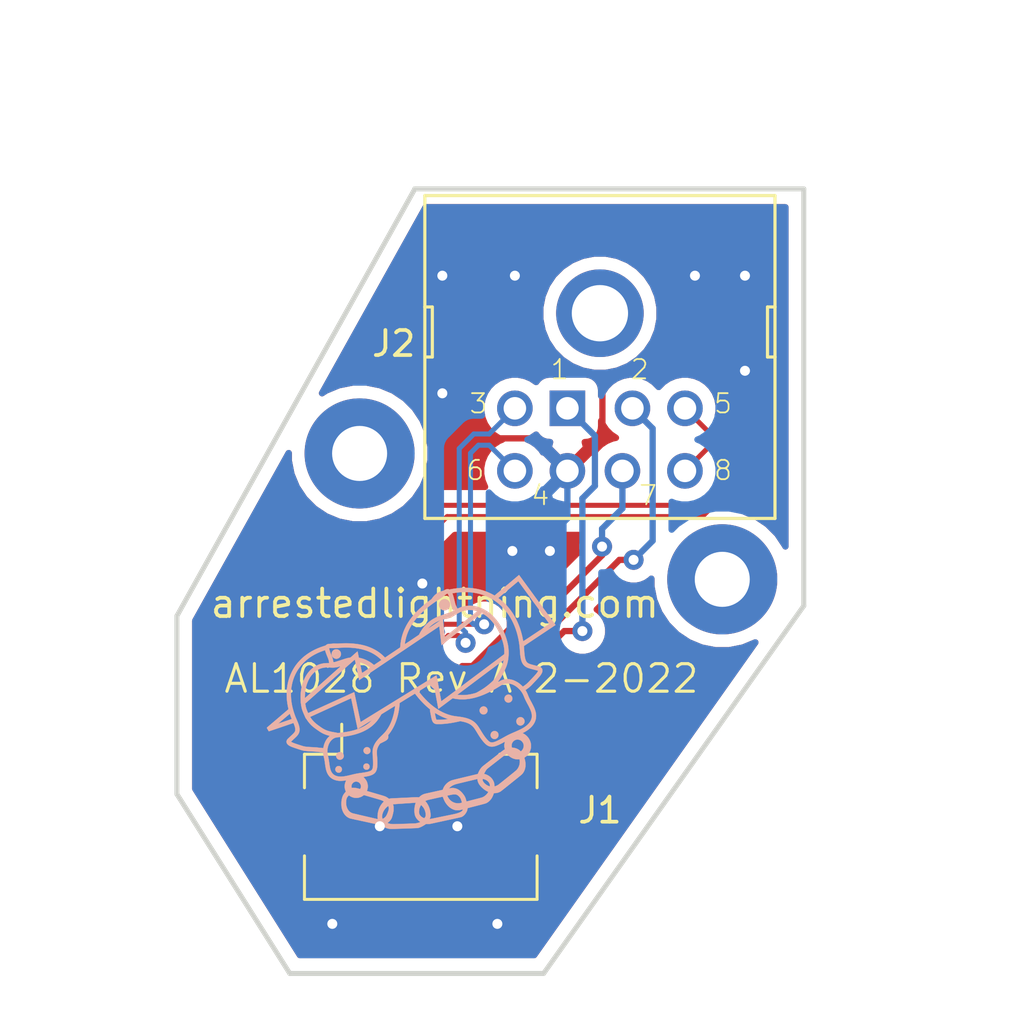
<source format=kicad_pcb>
(kicad_pcb (version 20171130) (host pcbnew 5.1.12-84ad8e8a86~92~ubuntu20.04.1)

  (general
    (thickness 1.6)
    (drawings 10)
    (tracks 132)
    (zones 0)
    (modules 5)
    (nets 10)
  )

  (page A4)
  (layers
    (0 F.Cu signal)
    (31 B.Cu signal)
    (32 B.Adhes user)
    (33 F.Adhes user)
    (34 B.Paste user)
    (35 F.Paste user)
    (36 B.SilkS user)
    (37 F.SilkS user)
    (38 B.Mask user)
    (39 F.Mask user)
    (40 Dwgs.User user)
    (41 Cmts.User user)
    (42 Eco1.User user)
    (43 Eco2.User user)
    (44 Edge.Cuts user)
    (45 Margin user)
    (46 B.CrtYd user)
    (47 F.CrtYd user)
    (48 B.Fab user)
    (49 F.Fab user)
  )

  (setup
    (last_trace_width 0.25)
    (trace_clearance 0.2)
    (zone_clearance 0.508)
    (zone_45_only no)
    (trace_min 0.2)
    (via_size 0.8)
    (via_drill 0.4)
    (via_min_size 0.4)
    (via_min_drill 0.3)
    (uvia_size 0.3)
    (uvia_drill 0.1)
    (uvias_allowed no)
    (uvia_min_size 0.2)
    (uvia_min_drill 0.1)
    (edge_width 0.05)
    (segment_width 0.2)
    (pcb_text_width 0.3)
    (pcb_text_size 1.5 1.5)
    (mod_edge_width 0.12)
    (mod_text_size 1 1)
    (mod_text_width 0.15)
    (pad_size 1.524 1.524)
    (pad_drill 0.762)
    (pad_to_mask_clearance 0)
    (aux_axis_origin 0 0)
    (visible_elements FFFFFF7F)
    (pcbplotparams
      (layerselection 0x010fc_ffffffff)
      (usegerberextensions true)
      (usegerberattributes true)
      (usegerberadvancedattributes true)
      (creategerberjobfile true)
      (excludeedgelayer true)
      (linewidth 0.150000)
      (plotframeref false)
      (viasonmask false)
      (mode 1)
      (useauxorigin false)
      (hpglpennumber 1)
      (hpglpenspeed 20)
      (hpglpendiameter 15.000000)
      (psnegative false)
      (psa4output false)
      (plotreference true)
      (plotvalue false)
      (plotinvisibletext false)
      (padsonsilk false)
      (subtractmaskfromsilk false)
      (outputformat 1)
      (mirror false)
      (drillshape 0)
      (scaleselection 1)
      (outputdirectory "CAM/"))
  )

  (net 0 "")
  (net 1 +5V)
  (net 2 GND)
  (net 3 /HSKo)
  (net 4 /HSKi)
  (net 5 /TXD-)
  (net 6 /TXD+)
  (net 7 /GPi)
  (net 8 /RXD-)
  (net 9 /RXD+)

  (net_class Default "This is the default net class."
    (clearance 0.2)
    (trace_width 0.25)
    (via_dia 0.8)
    (via_drill 0.4)
    (uvia_dia 0.3)
    (uvia_drill 0.1)
    (add_net +5V)
    (add_net /GPi)
    (add_net /HSKi)
    (add_net /HSKo)
    (add_net /RXD+)
    (add_net /RXD-)
    (add_net /TXD+)
    (add_net /TXD-)
    (add_net GND)
  )

  (module AL_Footprints:MINI_DIN8-1H (layer F.Cu) (tedit 61AEEEB1) (tstamp 61EED412)
    (at 151.500028 72.599909)
    (path /6154FF55)
    (fp_text reference J2 (at -9.200028 1.800091) (layer F.SilkS)
      (effects (font (size 1 1) (thickness 0.15)) (justify left bottom))
    )
    (fp_text value Mini-DIN-8 (at -6.35 -2.59) (layer F.Fab)
      (effects (font (size 1.6891 1.6891) (thickness 0.16891)) (justify right bottom))
    )
    (fp_line (start -6.7 1.75) (end -6.95 1.75) (layer F.SilkS) (width 0.127))
    (fp_line (start -6.7 -0.25) (end -6.7 1.75) (layer F.SilkS) (width 0.127))
    (fp_line (start -7 -0.25) (end -6.7 -0.25) (layer F.SilkS) (width 0.127))
    (fp_line (start 6.7 1.75) (end 7 1.75) (layer F.SilkS) (width 0.127))
    (fp_line (start 6.7 -0.25) (end 6.7 1.75) (layer F.SilkS) (width 0.127))
    (fp_line (start 7 -0.25) (end 6.7 -0.25) (layer F.SilkS) (width 0.127))
    (fp_line (start 7 -0.25) (end 7 -4.7) (layer F.SilkS) (width 0.127))
    (fp_line (start 7 1.75) (end 7 -0.25) (layer F.SilkS) (width 0.127))
    (fp_line (start 7 8.2) (end 7 1.75) (layer F.SilkS) (width 0.127))
    (fp_line (start -7 8.2) (end 7 8.2) (layer F.SilkS) (width 0.127))
    (fp_line (start -7 -0.25) (end -7 8.2) (layer F.SilkS) (width 0.127))
    (fp_line (start -7 -4.7) (end -7 -0.25) (layer F.SilkS) (width 0.127))
    (fp_line (start 7 -4.7) (end -7 -4.7) (layer F.SilkS) (width 0.127))
    (fp_text user 4 (at -1.972 7.731 180) (layer F.SilkS)
      (effects (font (size 0.77216 0.77216) (thickness 0.065024)) (justify right bottom))
    )
    (fp_text user 4 (at -1.972 7.731 180) (layer F.SilkS)
      (effects (font (size 0.77216 0.77216) (thickness 0.065024)) (justify right bottom))
    )
    (fp_text user 7 (at 2.334 7.731 180) (layer F.SilkS)
      (effects (font (size 0.77216 0.77216) (thickness 0.065024)) (justify right bottom))
    )
    (fp_text user 7 (at 2.334 7.731 180) (layer F.SilkS)
      (effects (font (size 0.77216 0.77216) (thickness 0.065024)) (justify right bottom))
    )
    (fp_text user 2 (at 2 2.7 180) (layer F.SilkS)
      (effects (font (size 0.77216 0.77216) (thickness 0.065024)) (justify right bottom))
    )
    (fp_text user 5 (at 5.334 4.064 180) (layer F.SilkS)
      (effects (font (size 0.77216 0.77216) (thickness 0.065024)) (justify right bottom))
    )
    (fp_text user 6 (at -4.572 6.731 180) (layer F.SilkS)
      (effects (font (size 0.77216 0.77216) (thickness 0.065024)) (justify right bottom))
    )
    (fp_text user 1 (at -1.2 2.7 180) (layer F.SilkS)
      (effects (font (size 0.77216 0.77216) (thickness 0.065024)) (justify right bottom))
    )
    (fp_text user 3 (at -4.445 4.064 180) (layer F.SilkS)
      (effects (font (size 0.77216 0.77216) (thickness 0.065024)) (justify right bottom))
    )
    (fp_text user 8 (at 5.334 6.731 180) (layer F.SilkS)
      (effects (font (size 0.77216 0.77216) (thickness 0.065024)) (justify right bottom))
    )
    (fp_text user 8 (at 5.334 6.731 180) (layer F.SilkS)
      (effects (font (size 0.77216 0.77216) (thickness 0.065024)) (justify right bottom))
    )
    (fp_text user 6 (at -4.572 6.731 180) (layer F.SilkS)
      (effects (font (size 0.77216 0.77216) (thickness 0.065024)) (justify right bottom))
    )
    (fp_text user 5 (at 5.334 4.064 180) (layer F.SilkS)
      (effects (font (size 0.77216 0.77216) (thickness 0.065024)) (justify right bottom))
    )
    (fp_text user 3 (at -4.445 4.064 180) (layer F.SilkS)
      (effects (font (size 0.77216 0.77216) (thickness 0.065024)) (justify right bottom))
    )
    (fp_text user 2 (at 2 2.7 180) (layer F.SilkS)
      (effects (font (size 0.77216 0.77216) (thickness 0.065024)) (justify right bottom))
    )
    (fp_text user 1 (at -1.2 2.7 180) (layer F.SilkS)
      (effects (font (size 0.77216 0.77216) (thickness 0.065024)) (justify right bottom))
    )
    (pad 7 thru_hole circle (at 0.9 6.3) (size 1.4224 1.4224) (drill 0.9) (layers *.Cu *.Mask)
      (net 7 /GPi) (solder_mask_margin 0.0508))
    (pad 4 thru_hole circle (at -1.3 6.3) (size 1.4224 1.4224) (drill 0.9) (layers *.Cu *.Mask)
      (net 2 GND) (solder_mask_margin 0.0508))
    (pad 6 thru_hole circle (at -3.4 6.3) (size 1.4224 1.4224) (drill 0.9) (layers *.Cu *.Mask)
      (net 6 /TXD+) (solder_mask_margin 0.0508))
    (pad 8 thru_hole circle (at 3.4 6.3) (size 1.4224 1.4224) (drill 0.9) (layers *.Cu *.Mask)
      (net 9 /RXD+) (solder_mask_margin 0.0508))
    (pad 5 thru_hole circle (at 3.4 3.8) (size 1.4224 1.4224) (drill 0.9) (layers *.Cu *.Mask)
      (net 8 /RXD-) (solder_mask_margin 0.0508))
    (pad 3 thru_hole circle (at -3.4 3.8) (size 1.4224 1.4224) (drill 0.9) (layers *.Cu *.Mask)
      (net 5 /TXD-) (solder_mask_margin 0.0508))
    (pad 1 thru_hole rect (at -1.3 3.8) (size 1.4224 1.4224) (drill 0.9) (layers *.Cu *.Mask)
      (net 3 /HSKo) (solder_mask_margin 0.0508))
    (pad 2 thru_hole circle (at 1.3 3.8) (size 1.4224 1.4224) (drill 0.9) (layers *.Cu *.Mask)
      (net 4 /HSKi) (solder_mask_margin 0.0508))
    (pad SH2 thru_hole circle (at 0 0) (size 3.5 3.5) (drill 2.25) (layers *.Cu *.Mask)
      (solder_mask_margin 0.0508))
    (model "/home/jjlange/Nextcloud/Projects/KiCAD Libraries/packages3d/Mini-DIN-6P.step"
      (offset (xyz 0 4.75 6.75))
      (scale (xyz 1 1 1))
      (rotate (xyz 0 0 90))
    )
  )

  (module Connector_FFC-FPC:Hirose_FH12-12S-0.5SH_1x12-1MP_P0.50mm_Horizontal (layer F.Cu) (tedit 5D24667B) (tstamp 621EF24E)
    (at 144.3374 91.5224)
    (descr "Hirose FH12, FFC/FPC connector, FH12-12S-0.5SH, 12 Pins per row (https://www.hirose.com/product/en/products/FH12/FH12-24S-0.5SH(55)/), generated with kicad-footprint-generator")
    (tags "connector Hirose FH12 horizontal")
    (path /61AEF324)
    (attr smd)
    (fp_text reference J1 (at 7.1628 0.9398) (layer F.SilkS)
      (effects (font (size 1 1) (thickness 0.15)))
    )
    (fp_text value Conn_01x12 (at 0 5.6) (layer F.Fab)
      (effects (font (size 1 1) (thickness 0.15)))
    )
    (fp_line (start 6.05 -3) (end -6.05 -3) (layer F.CrtYd) (width 0.05))
    (fp_line (start 6.05 4.9) (end 6.05 -3) (layer F.CrtYd) (width 0.05))
    (fp_line (start -6.05 4.9) (end 6.05 4.9) (layer F.CrtYd) (width 0.05))
    (fp_line (start -6.05 -3) (end -6.05 4.9) (layer F.CrtYd) (width 0.05))
    (fp_line (start -2.75 -0.492893) (end -2.25 -1.2) (layer F.Fab) (width 0.1))
    (fp_line (start -3.25 -1.2) (end -2.75 -0.492893) (layer F.Fab) (width 0.1))
    (fp_line (start -3.16 -1.3) (end -3.16 -2.5) (layer F.SilkS) (width 0.12))
    (fp_line (start 4.65 4.5) (end 4.65 2.76) (layer F.SilkS) (width 0.12))
    (fp_line (start -4.65 4.5) (end 4.65 4.5) (layer F.SilkS) (width 0.12))
    (fp_line (start -4.65 2.76) (end -4.65 4.5) (layer F.SilkS) (width 0.12))
    (fp_line (start 4.65 -1.3) (end 4.65 0.04) (layer F.SilkS) (width 0.12))
    (fp_line (start 3.16 -1.3) (end 4.65 -1.3) (layer F.SilkS) (width 0.12))
    (fp_line (start -4.65 -1.3) (end -4.65 0.04) (layer F.SilkS) (width 0.12))
    (fp_line (start -3.16 -1.3) (end -4.65 -1.3) (layer F.SilkS) (width 0.12))
    (fp_line (start 4.45 4.4) (end 0 4.4) (layer F.Fab) (width 0.1))
    (fp_line (start 4.45 3.7) (end 4.45 4.4) (layer F.Fab) (width 0.1))
    (fp_line (start 3.95 3.7) (end 4.45 3.7) (layer F.Fab) (width 0.1))
    (fp_line (start 3.95 3.4) (end 3.95 3.7) (layer F.Fab) (width 0.1))
    (fp_line (start 4.55 3.4) (end 3.95 3.4) (layer F.Fab) (width 0.1))
    (fp_line (start 4.55 -1.2) (end 4.55 3.4) (layer F.Fab) (width 0.1))
    (fp_line (start 0 -1.2) (end 4.55 -1.2) (layer F.Fab) (width 0.1))
    (fp_line (start -4.45 4.4) (end 0 4.4) (layer F.Fab) (width 0.1))
    (fp_line (start -4.45 3.7) (end -4.45 4.4) (layer F.Fab) (width 0.1))
    (fp_line (start -3.95 3.7) (end -4.45 3.7) (layer F.Fab) (width 0.1))
    (fp_line (start -3.95 3.4) (end -3.95 3.7) (layer F.Fab) (width 0.1))
    (fp_line (start -4.55 3.4) (end -3.95 3.4) (layer F.Fab) (width 0.1))
    (fp_line (start -4.55 -1.2) (end -4.55 3.4) (layer F.Fab) (width 0.1))
    (fp_line (start 0 -1.2) (end -4.55 -1.2) (layer F.Fab) (width 0.1))
    (fp_text user %R (at 0 3.7) (layer F.Fab)
      (effects (font (size 1 1) (thickness 0.15)))
    )
    (pad 12 smd rect (at 2.75 -1.85) (size 0.3 1.3) (layers F.Cu F.Paste F.Mask)
      (net 1 +5V))
    (pad 11 smd rect (at 2.25 -1.85) (size 0.3 1.3) (layers F.Cu F.Paste F.Mask)
      (net 3 /HSKo))
    (pad 10 smd rect (at 1.75 -1.85) (size 0.3 1.3) (layers F.Cu F.Paste F.Mask)
      (net 4 /HSKi))
    (pad 9 smd rect (at 1.25 -1.85) (size 0.3 1.3) (layers F.Cu F.Paste F.Mask)
      (net 2 GND))
    (pad 8 smd rect (at 0.75 -1.85) (size 0.3 1.3) (layers F.Cu F.Paste F.Mask)
      (net 7 /GPi))
    (pad 7 smd rect (at 0.25 -1.85) (size 0.3 1.3) (layers F.Cu F.Paste F.Mask)
      (net 2 GND))
    (pad 6 smd rect (at -0.25 -1.85) (size 0.3 1.3) (layers F.Cu F.Paste F.Mask)
      (net 5 /TXD-))
    (pad 5 smd rect (at -0.75 -1.85) (size 0.3 1.3) (layers F.Cu F.Paste F.Mask)
      (net 6 /TXD+))
    (pad 4 smd rect (at -1.25 -1.85) (size 0.3 1.3) (layers F.Cu F.Paste F.Mask)
      (net 2 GND))
    (pad 3 smd rect (at -1.75 -1.85) (size 0.3 1.3) (layers F.Cu F.Paste F.Mask)
      (net 8 /RXD-))
    (pad 2 smd rect (at -2.25 -1.85) (size 0.3 1.3) (layers F.Cu F.Paste F.Mask)
      (net 9 /RXD+))
    (pad 1 smd rect (at -2.75 -1.85) (size 0.3 1.3) (layers F.Cu F.Paste F.Mask)
      (net 2 GND))
    (pad MP smd rect (at -4.65 1.4) (size 1.8 2.2) (layers F.Cu F.Paste F.Mask))
    (pad MP smd rect (at 4.65 1.4) (size 1.8 2.2) (layers F.Cu F.Paste F.Mask))
    (model ${KISYS3DMOD}/Connector_FFC-FPC.3dshapes/Hirose_FH12-12S-0.5SH_1x12-1MP_P0.50mm_Horizontal.wrl
      (at (xyz 0 0 0))
      (scale (xyz 1 1 1))
      (rotate (xyz 0 0 0))
    )
  )

  (module al_logo13mm:AL_Logo_13mm (layer B.Cu) (tedit 5BF8ACEF) (tstamp 61A622B8)
    (at 143.5 88.8 180)
    (fp_text reference REF** (at 0 -0.5) (layer Eco2.User) hide
      (effects (font (size 1 1) (thickness 0.15)))
    )
    (fp_text value AL_Logo_13mm (at 0 0.5) (layer B.Fab)
      (effects (font (size 1 1) (thickness 0.15)) (justify mirror))
    )
    (fp_poly (pts (xy 2.432494 -1.339075) (xy 2.461249 -1.350104) (xy 2.487165 -1.36661) (xy 2.509443 -1.388002)
      (xy 2.527289 -1.413693) (xy 2.539903 -1.443093) (xy 2.545185 -1.465509) (xy 2.546635 -1.496559)
      (xy 2.541427 -1.527333) (xy 2.53011 -1.556701) (xy 2.513233 -1.583536) (xy 2.491345 -1.606707)
      (xy 2.468549 -1.62307) (xy 2.446466 -1.633182) (xy 2.421465 -1.64005) (xy 2.39616 -1.643196)
      (xy 2.373166 -1.642138) (xy 2.368992 -1.641362) (xy 2.335218 -1.630824) (xy 2.30584 -1.614886)
      (xy 2.281281 -1.593919) (xy 2.261963 -1.568294) (xy 2.248308 -1.538384) (xy 2.246922 -1.53404)
      (xy 2.240793 -1.50223) (xy 2.241341 -1.470848) (xy 2.248046 -1.440737) (xy 2.260384 -1.412739)
      (xy 2.277835 -1.387697) (xy 2.299877 -1.366454) (xy 2.325987 -1.349852) (xy 2.355645 -1.338734)
      (xy 2.369654 -1.335801) (xy 2.401697 -1.334111) (xy 2.432494 -1.339075)) (layer B.SilkS) (width 0.01))
    (fp_poly (pts (xy -4.765429 5.739591) (xy -4.762517 5.737432) (xy -4.757545 5.733495) (xy -4.750199 5.727518)
      (xy -4.740168 5.71924) (xy -4.727138 5.708398) (xy -4.710797 5.694732) (xy -4.690833 5.677979)
      (xy -4.666933 5.657879) (xy -4.638784 5.63417) (xy -4.606074 5.606591) (xy -4.56849 5.574879)
      (xy -4.525719 5.538774) (xy -4.519851 5.533819) (xy -4.504893 5.521196) (xy -4.484878 5.504315)
      (xy -4.460301 5.483594) (xy -4.431655 5.459448) (xy -4.399435 5.432294) (xy -4.364135 5.402549)
      (xy -4.326251 5.370629) (xy -4.286275 5.336952) (xy -4.244703 5.301933) (xy -4.20203 5.265988)
      (xy -4.158748 5.229536) (xy -4.117079 5.194445) (xy -4.07567 5.15957) (xy -4.035731 5.125929)
      (xy -3.997625 5.093825) (xy -3.96171 5.063562) (xy -3.928348 5.035443) (xy -3.897899 5.009773)
      (xy -3.870723 4.986856) (xy -3.84718 4.966995) (xy -3.827632 4.950494) (xy -3.812437 4.937657)
      (xy -3.801958 4.928788) (xy -3.796553 4.92419) (xy -3.795951 4.923668) (xy -3.792747 4.921202)
      (xy -3.78927 4.920242) (xy -3.784345 4.921207) (xy -3.776796 4.924513) (xy -3.765448 4.930577)
      (xy -3.749127 4.939816) (xy -3.746965 4.941051) (xy -3.71556 4.95833) (xy -3.67913 4.977254)
      (xy -3.639465 4.99697) (xy -3.598353 5.016621) (xy -3.557582 5.035354) (xy -3.518942 5.052314)
      (xy -3.48422 5.066645) (xy -3.483894 5.066774) (xy -3.389591 5.101855) (xy -3.29563 5.132249)
      (xy -3.200838 5.158225) (xy -3.104042 5.180049) (xy -3.004067 5.197991) (xy -2.89974 5.212317)
      (xy -2.803537 5.222135) (xy -2.782144 5.223567) (xy -2.75471 5.224736) (xy -2.722444 5.225639)
      (xy -2.686556 5.226279) (xy -2.648257 5.226654) (xy -2.608756 5.226766) (xy -2.569264 5.226613)
      (xy -2.530991 5.226195) (xy -2.495147 5.225514) (xy -2.462943 5.224569) (xy -2.435589 5.223359)
      (xy -2.417094 5.222127) (xy -2.29857 5.210434) (xy -2.184585 5.195239) (xy -2.073184 5.176273)
      (xy -2.050608 5.171918) (xy -1.985294 5.159071) (xy -1.961451 5.166695) (xy -1.927439 5.173808)
      (xy -1.89232 5.173765) (xy -1.856141 5.166575) (xy -1.81895 5.152248) (xy -1.783934 5.132805)
      (xy -1.764224 5.121125) (xy -1.746452 5.112763) (xy -1.727143 5.106201) (xy -1.716088 5.103188)
      (xy -1.64652 5.082575) (xy -1.582647 5.057889) (xy -1.523913 5.028741) (xy -1.469758 4.99474)
      (xy -1.419625 4.955497) (xy -1.372958 4.910622) (xy -1.329197 4.859725) (xy -1.289539 4.805039)
      (xy -1.282397 4.794657) (xy -1.275793 4.785998) (xy -1.268704 4.778129) (xy -1.260102 4.77012)
      (xy -1.248963 4.761041) (xy -1.234261 4.749959) (xy -1.214971 4.735944) (xy -1.207614 4.730653)
      (xy -1.082809 4.637869) (xy -0.965123 4.543898) (xy -0.854504 4.448684) (xy -0.750905 4.352173)
      (xy -0.654274 4.25431) (xy -0.564562 4.155041) (xy -0.481719 4.054312) (xy -0.405696 3.952067)
      (xy -0.336442 3.848252) (xy -0.273908 3.742813) (xy -0.230666 3.661205) (xy -0.182397 3.55883)
      (xy -0.140589 3.456209) (xy -0.105033 3.352565) (xy -0.075519 3.247126) (xy -0.051839 3.139117)
      (xy -0.03378 3.027763) (xy -0.021136 2.912289) (xy -0.018416 2.877434) (xy -0.016222 2.846591)
      (xy 0.007985 2.830099) (xy 0.014937 2.825394) (xy 0.02738 2.817009) (xy 0.044778 2.805302)
      (xy 0.066594 2.790636) (xy 0.092292 2.773369) (xy 0.121336 2.753862) (xy 0.15319 2.732476)
      (xy 0.187316 2.709571) (xy 0.223179 2.685507) (xy 0.257163 2.662709) (xy 0.295127 2.63724)
      (xy 0.332579 2.612104) (xy 0.368891 2.587724) (xy 0.403433 2.564523) (xy 0.435575 2.542924)
      (xy 0.464688 2.52335) (xy 0.490144 2.506224) (xy 0.511312 2.491969) (xy 0.527563 2.481008)
      (xy 0.536294 2.475103) (xy 0.590453 2.438393) (xy 0.63608 2.482957) (xy 0.700885 2.543682)
      (xy 0.765107 2.598449) (xy 0.830174 2.64827) (xy 0.897511 2.694159) (xy 0.968548 2.737132)
      (xy 1.044709 2.7782) (xy 1.068149 2.789994) (xy 1.154987 2.83037) (xy 1.243946 2.86637)
      (xy 1.335528 2.898106) (xy 1.430233 2.925693) (xy 1.528563 2.949242) (xy 1.631018 2.968868)
      (xy 1.738098 2.984682) (xy 1.850306 2.996799) (xy 1.968142 3.005332) (xy 2.036114 3.008561)
      (xy 2.081793 3.009828) (xy 2.132838 3.010333) (xy 2.187401 3.010112) (xy 2.243637 3.009204)
      (xy 2.299697 3.007644) (xy 2.353735 3.005471) (xy 2.403904 3.00272) (xy 2.434306 3.000582)
      (xy 2.460614 2.998661) (xy 2.483019 2.997392) (xy 2.503592 2.996754) (xy 2.524405 2.996723)
      (xy 2.547529 2.997279) (xy 2.575035 2.9984) (xy 2.587014 2.998966) (xy 2.614953 3.00002)
      (xy 2.638227 3.000114) (xy 2.659372 2.999175) (xy 2.680926 2.99713) (xy 2.690428 2.995959)
      (xy 2.711482 2.993646) (xy 2.736811 2.991498) (xy 2.763434 2.989734) (xy 2.788368 2.988577)
      (xy 2.791721 2.98847) (xy 2.829765 2.986275) (xy 2.861853 2.981894) (xy 2.889047 2.97499)
      (xy 2.912409 2.965226) (xy 2.933001 2.952263) (xy 2.949207 2.938393) (xy 2.956095 2.931966)
      (xy 2.962496 2.926848) (xy 2.969643 2.922476) (xy 2.978768 2.918287) (xy 2.991102 2.913719)
      (xy 3.007877 2.908209) (xy 3.030324 2.901193) (xy 3.031284 2.900896) (xy 3.157629 2.8585)
      (xy 3.278793 2.8111) (xy 3.394929 2.758616) (xy 3.50619 2.700965) (xy 3.612731 2.638064)
      (xy 3.714704 2.569831) (xy 3.812263 2.496183) (xy 3.863568 2.453788) (xy 3.883433 2.43619)
      (xy 3.90692 2.414301) (xy 3.93289 2.389275) (xy 3.960204 2.362262) (xy 3.987723 2.334415)
      (xy 4.014307 2.306885) (xy 4.038818 2.280824) (xy 4.060116 2.257384) (xy 4.075992 2.239006)
      (xy 4.132948 2.167815) (xy 4.184277 2.09749) (xy 4.23112 2.026278) (xy 4.274619 1.952429)
      (xy 4.315914 1.87419) (xy 4.323145 1.859619) (xy 4.370731 1.755512) (xy 4.411584 1.650194)
      (xy 4.445902 1.542996) (xy 4.473885 1.433249) (xy 4.49573 1.320284) (xy 4.507678 1.237319)
      (xy 4.512467 1.19619) (xy 4.516215 1.157498) (xy 4.519019 1.11948) (xy 4.520978 1.080371)
      (xy 4.522192 1.038407) (xy 4.522759 0.991825) (xy 4.52283 0.966991) (xy 4.520014 0.847242)
      (xy 4.511346 0.729714) (xy 4.496654 0.612909) (xy 4.475761 0.495331) (xy 4.458689 0.417423)
      (xy 4.449777 0.379484) (xy 4.46167 0.368041) (xy 4.465763 0.364409) (xy 4.475073 0.356346)
      (xy 4.489288 0.344118) (xy 4.508096 0.327993) (xy 4.531182 0.308238) (xy 4.558234 0.285119)
      (xy 4.58894 0.258904) (xy 4.622985 0.229861) (xy 4.660058 0.198255) (xy 4.699845 0.164354)
      (xy 4.742033 0.128425) (xy 4.78631 0.090735) (xy 4.832361 0.051551) (xy 4.879875 0.011141)
      (xy 4.890849 0.00181) (xy 4.938538 -0.03874) (xy 4.984769 -0.078059) (xy 5.029235 -0.115883)
      (xy 5.071628 -0.151953) (xy 5.111641 -0.186005) (xy 5.148967 -0.217778) (xy 5.183298 -0.24701)
      (xy 5.214328 -0.273441) (xy 5.241748 -0.296807) (xy 5.265252 -0.316848) (xy 5.284533 -0.333301)
      (xy 5.299282 -0.345905) (xy 5.309194 -0.354399) (xy 5.313959 -0.358519) (xy 5.314311 -0.358836)
      (xy 5.316125 -0.361117) (xy 5.316729 -0.364167) (xy 5.315751 -0.368825) (xy 5.312816 -0.375928)
      (xy 5.307547 -0.386313) (xy 5.299572 -0.400818) (xy 5.288515 -0.42028) (xy 5.280848 -0.433638)
      (xy 5.2692 -0.453953) (xy 5.258789 -0.472218) (xy 5.250158 -0.487473) (xy 5.243849 -0.498758)
      (xy 5.240403 -0.505113) (xy 5.239944 -0.506072) (xy 5.236495 -0.505181) (xy 5.22665 -0.502097)
      (xy 5.210875 -0.496979) (xy 5.18964 -0.489986) (xy 5.163412 -0.481277) (xy 5.132659 -0.471012)
      (xy 5.09785 -0.459348) (xy 5.059453 -0.446446) (xy 5.017937 -0.432464) (xy 4.973768 -0.417562)
      (xy 4.927417 -0.401897) (xy 4.87935 -0.38563) (xy 4.830036 -0.368918) (xy 4.779943 -0.351922)
      (xy 4.72954 -0.3348) (xy 4.679295 -0.317711) (xy 4.629675 -0.300814) (xy 4.581149 -0.284268)
      (xy 4.534186 -0.268232) (xy 4.489253 -0.252866) (xy 4.446819 -0.238327) (xy 4.407352 -0.224776)
      (xy 4.37132 -0.21237) (xy 4.339192 -0.201269) (xy 4.311434 -0.191633) (xy 4.288517 -0.18362)
      (xy 4.270908 -0.177388) (xy 4.259075 -0.173098) (xy 4.256368 -0.172078) (xy 4.254513 -0.171858)
      (xy 4.252531 -0.173164) (xy 4.250086 -0.176749) (xy 4.246842 -0.183367) (xy 4.24246 -0.193771)
      (xy 4.236604 -0.208714) (xy 4.228936 -0.228951) (xy 4.21912 -0.255234) (xy 4.218895 -0.255838)
      (xy 4.201301 -0.307269) (xy 4.188701 -0.353795) (xy 4.181071 -0.395753) (xy 4.178388 -0.433481)
      (xy 4.180629 -0.467317) (xy 4.18777 -0.497599) (xy 4.199788 -0.524665) (xy 4.200193 -0.525378)
      (xy 4.207218 -0.537058) (xy 4.214977 -0.548593) (xy 4.223973 -0.560511) (xy 4.234706 -0.573338)
      (xy 4.247678 -0.587601) (xy 4.26339 -0.603825) (xy 4.282344 -0.622539) (xy 4.30504 -0.644267)
      (xy 4.33198 -0.669538) (xy 4.363666 -0.698876) (xy 4.377448 -0.711563) (xy 4.399492 -0.731939)
      (xy 4.420833 -0.751871) (xy 4.440601 -0.770532) (xy 4.457926 -0.787093) (xy 4.471938 -0.800726)
      (xy 4.481767 -0.810603) (xy 4.484123 -0.81309) (xy 4.506292 -0.841567) (xy 4.521432 -0.871137)
      (xy 4.529602 -0.901337) (xy 4.530861 -0.931703) (xy 4.525268 -0.961769) (xy 4.512881 -0.991072)
      (xy 4.493759 -1.019149) (xy 4.467962 -1.045533) (xy 4.453107 -1.05755) (xy 4.422952 -1.077739)
      (xy 4.386313 -1.097955) (xy 4.34395 -1.117794) (xy 4.325795 -1.125442) (xy 4.310041 -1.13158)
      (xy 4.288724 -1.139427) (xy 4.262693 -1.148702) (xy 4.232795 -1.159125) (xy 4.199879 -1.170417)
      (xy 4.164792 -1.182298) (xy 4.128382 -1.194487) (xy 4.091496 -1.206705) (xy 4.054984 -1.218672)
      (xy 4.019693 -1.230108) (xy 3.98647 -1.240733) (xy 3.956163 -1.250268) (xy 3.929621 -1.258431)
      (xy 3.907692 -1.264944) (xy 3.891222 -1.269526) (xy 3.883921 -1.27132) (xy 3.85783 -1.276788)
      (xy 3.831138 -1.281698) (xy 3.803103 -1.286127) (xy 3.772984 -1.290151) (xy 3.740039 -1.293846)
      (xy 3.703527 -1.297289) (xy 3.662708 -1.300557) (xy 3.61684 -1.303724) (xy 3.565182 -1.306869)
      (xy 3.508363 -1.309994) (xy 3.469721 -1.312051) (xy 3.437046 -1.313857) (xy 3.409061 -1.315516)
      (xy 3.384485 -1.317133) (xy 3.362037 -1.318812) (xy 3.34044 -1.320659) (xy 3.318412 -1.322779)
      (xy 3.294673 -1.325276) (xy 3.267945 -1.328256) (xy 3.236947 -1.331823) (xy 3.224934 -1.33322)
      (xy 3.19893 -1.33614) (xy 3.172382 -1.338932) (xy 3.147209 -1.341407) (xy 3.125331 -1.343376)
      (xy 3.108666 -1.344651) (xy 3.108176 -1.344682) (xy 3.068017 -1.347223) (xy 3.065713 -1.374845)
      (xy 3.061437 -1.412401) (xy 3.054629 -1.454561) (xy 3.04566 -1.499281) (xy 3.034901 -1.544514)
      (xy 3.034753 -1.545092) (xy 3.027677 -1.573862) (xy 3.021164 -1.603329) (xy 3.015016 -1.634617)
      (xy 3.009035 -1.66885) (xy 3.003022 -1.707152) (xy 2.996778 -1.750648) (xy 2.991381 -1.790724)
      (xy 2.982828 -1.852869) (xy 2.974328 -1.908474) (xy 2.965706 -1.958253) (xy 2.956789 -2.002919)
      (xy 2.947402 -2.043186) (xy 2.93737 -2.079767) (xy 2.926518 -2.113376) (xy 2.914672 -2.144726)
      (xy 2.901658 -2.174531) (xy 2.893229 -2.191942) (xy 2.862261 -2.246164) (xy 2.826468 -2.294973)
      (xy 2.785881 -2.338347) (xy 2.74053 -2.376268) (xy 2.690447 -2.408714) (xy 2.635662 -2.435666)
      (xy 2.576206 -2.457102) (xy 2.51211 -2.473003) (xy 2.452805 -2.482293) (xy 2.425054 -2.484514)
      (xy 2.391755 -2.485463) (xy 2.354491 -2.485218) (xy 2.314842 -2.483856) (xy 2.274392 -2.481456)
      (xy 2.234723 -2.478096) (xy 2.197417 -2.473854) (xy 2.164056 -2.468809) (xy 2.158189 -2.467746)
      (xy 2.148651 -2.466248) (xy 2.142934 -2.465898) (xy 2.142206 -2.466187) (xy 2.143722 -2.469853)
      (xy 2.147769 -2.478418) (xy 2.153597 -2.49031) (xy 2.156263 -2.495654) (xy 2.178885 -2.548868)
      (xy 2.19497 -2.605158) (xy 2.204471 -2.664359) (xy 2.205562 -2.676336) (xy 2.206212 -2.709842)
      (xy 2.203492 -2.747208) (xy 2.197788 -2.786085) (xy 2.189486 -2.824122) (xy 2.178972 -2.858971)
      (xy 2.173063 -2.874328) (xy 2.167467 -2.887686) (xy 2.162454 -2.899683) (xy 2.159384 -2.90706)
      (xy 2.158002 -2.911476) (xy 2.158356 -2.915794) (xy 2.161164 -2.921173) (xy 2.167146 -2.928772)
      (xy 2.177022 -2.939751) (xy 2.184972 -2.94829) (xy 2.220939 -2.990405) (xy 2.251015 -3.033912)
      (xy 2.275768 -3.07994) (xy 2.295767 -3.129618) (xy 2.311581 -3.184075) (xy 2.317738 -3.21168)
      (xy 2.323697 -3.241928) (xy 2.328258 -3.268098) (xy 2.331597 -3.292038) (xy 2.333888 -3.315597)
      (xy 2.335306 -3.340622) (xy 2.336025 -3.368963) (xy 2.33622 -3.402466) (xy 2.336216 -3.407252)
      (xy 2.335684 -3.448666) (xy 2.33406 -3.484715) (xy 2.331112 -3.51724) (xy 2.326608 -3.548081)
      (xy 2.320317 -3.57908) (xy 2.312007 -3.612077) (xy 2.309135 -3.622464) (xy 2.289315 -3.681786)
      (xy 2.26439 -3.737493) (xy 2.234728 -3.789134) (xy 2.200696 -3.836261) (xy 2.162663 -3.878425)
      (xy 2.120997 -3.915177) (xy 2.076064 -3.946068) (xy 2.028234 -3.970648) (xy 2.021535 -3.973475)
      (xy 2.017998 -3.974973) (xy 2.015004 -3.976303) (xy 2.012301 -3.977521) (xy 2.009637 -3.978684)
      (xy 2.00676 -3.979848) (xy 2.003421 -3.981068) (xy 1.999366 -3.982402) (xy 1.994344 -3.983905)
      (xy 1.988104 -3.985634) (xy 1.980394 -3.987645) (xy 1.970963 -3.989994) (xy 1.959559 -3.992737)
      (xy 1.945931 -3.995931) (xy 1.929826 -3.999631) (xy 1.910995 -4.003894) (xy 1.889184 -4.008777)
      (xy 1.864143 -4.014334) (xy 1.83562 -4.020623) (xy 1.803364 -4.0277) (xy 1.767122 -4.035621)
      (xy 1.726644 -4.044442) (xy 1.681678 -4.054219) (xy 1.631972 -4.065009) (xy 1.577275 -4.076868)
      (xy 1.517336 -4.089852) (xy 1.451902 -4.104017) (xy 1.380722 -4.119419) (xy 1.303546 -4.136115)
      (xy 1.22012 -4.154161) (xy 1.130194 -4.173612) (xy 1.033516 -4.194526) (xy 0.997693 -4.202277)
      (xy 0.72948 -4.260306) (xy 0.707407 -4.277689) (xy 0.653324 -4.315795) (xy 0.596015 -4.347433)
      (xy 0.535335 -4.372674) (xy 0.471138 -4.391585) (xy 0.458326 -4.394513) (xy 0.448201 -4.396504)
      (xy 0.436946 -4.398252) (xy 0.424217 -4.399753) (xy 0.409667 -4.401006) (xy 0.392951 -4.402007)
      (xy 0.373724 -4.402754) (xy 0.351641 -4.403243) (xy 0.326355 -4.403472) (xy 0.297522 -4.403437)
      (xy 0.264797 -4.403137) (xy 0.227833 -4.402569) (xy 0.186286 -4.401729) (xy 0.139809 -4.400614)
      (xy 0.088059 -4.399222) (xy 0.030688 -4.39755) (xy -0.032647 -4.395596) (xy -0.102293 -4.393356)
      (xy -0.178595 -4.390827) (xy -0.238137 -4.388816) (xy -0.308685 -4.386405) (xy -0.372327 -4.384197)
      (xy -0.429411 -4.382178) (xy -0.480285 -4.380332) (xy -0.525296 -4.378644) (xy -0.564792 -4.377098)
      (xy -0.599121 -4.37568) (xy -0.62863 -4.374373) (xy -0.653668 -4.373163) (xy -0.674582 -4.372033)
      (xy -0.69172 -4.37097) (xy -0.70543 -4.369956) (xy -0.716059 -4.368978) (xy -0.723956 -4.368019)
      (xy -0.729207 -4.36712) (xy -0.776026 -4.354512) (xy -0.826143 -4.335723) (xy -0.879279 -4.310884)
      (xy -0.935157 -4.280128) (xy -0.993498 -4.243588) (xy -1.005579 -4.235501) (xy -1.045494 -4.208502)
      (xy -1.121694 -4.207637) (xy -1.150973 -4.207146) (xy -1.174501 -4.206342) (xy -1.19378 -4.205111)
      (xy -1.210314 -4.203342) (xy -1.225604 -4.200922) (xy -1.234179 -4.199241) (xy -1.241683 -4.197653)
      (xy -1.255881 -4.194616) (xy -1.276373 -4.190215) (xy -1.302762 -4.184537) (xy -1.334646 -4.177669)
      (xy -1.371629 -4.169696) (xy -1.41331 -4.160704) (xy -1.459291 -4.15078) (xy -1.509172 -4.140009)
      (xy -1.54541 -4.132182) (xy -0.826237 -4.132182) (xy -0.794351 -4.143722) (xy -0.752339 -4.157714)
      (xy -0.709732 -4.169663) (xy -0.669234 -4.178844) (xy -0.650843 -4.182136) (xy -0.642681 -4.183197)
      (xy -0.631085 -4.184289) (xy -0.61573 -4.185425) (xy -0.596291 -4.186621) (xy -0.572443 -4.187889)
      (xy -0.543861 -4.189246) (xy -0.510221 -4.190704) (xy -0.471197 -4.192277) (xy -0.426464 -4.193981)
      (xy -0.375698 -4.195829) (xy -0.318572 -4.197836) (xy -0.254764 -4.200016) (xy -0.201851 -4.201788)
      (xy -0.133606 -4.204058) (xy -0.072211 -4.206095) (xy -0.017262 -4.207908) (xy 0.031643 -4.209506)
      (xy 0.074908 -4.210898) (xy 0.112937 -4.21209) (xy 0.146132 -4.213092) (xy 0.174897 -4.213912)
      (xy 0.199635 -4.214558) (xy 0.22075 -4.215039) (xy 0.238644 -4.215363) (xy 0.253721 -4.215538)
      (xy 0.266385 -4.215573) (xy 0.277038 -4.215476) (xy 0.286084 -4.215256) (xy 0.293926 -4.214919)
      (xy 0.300967 -4.214476) (xy 0.307611 -4.213935) (xy 0.314262 -4.213303) (xy 0.321186 -4.212603)
      (xy 0.361129 -4.207587) (xy 0.397231 -4.200831) (xy 0.432828 -4.191663) (xy 0.448267 -4.186982)
      (xy 0.468044 -4.180701) (xy 0.481233 -4.17579) (xy 0.488111 -4.171268) (xy 0.488953 -4.166152)
      (xy 0.484037 -4.15946) (xy 0.473639 -4.150212) (xy 0.461452 -4.140224) (xy 0.446454 -4.126898)
      (xy 0.574257 -4.126898) (xy 0.577839 -4.124829) (xy 0.585639 -4.119559) (xy 0.586045 -4.119281)
      (xy 0.597739 -4.110615) (xy 0.611445 -4.099492) (xy 0.622694 -4.089665) (xy 0.640972 -4.071176)
      (xy 0.658867 -4.049952) (xy 0.673981 -4.028909) (xy 0.678072 -4.022295) (xy 0.67807 -4.020896)
      (xy 0.673837 -4.024234) (xy 0.666037 -4.03169) (xy 0.655335 -4.042645) (xy 0.648853 -4.049509)
      (xy 0.633703 -4.065569) (xy 0.618044 -4.081919) (xy 0.603625 -4.096748) (xy 0.592193 -4.108246)
      (xy 0.591229 -4.109194) (xy 0.580711 -4.119549) (xy 0.575134 -4.125294) (xy 0.574257 -4.126898)
      (xy 0.446454 -4.126898) (xy 0.417894 -4.101524) (xy 0.381419 -4.062398) (xy 0.351857 -4.02262)
      (xy 0.329035 -3.98196) (xy 0.314071 -3.944281) (xy 0.305291 -3.915775) (xy 0.296137 -3.883742)
      (xy 0.286989 -3.849715) (xy 0.278227 -3.815225) (xy 0.270231 -3.781801) (xy 0.263381 -3.750976)
      (xy 0.258057 -3.724282) (xy 0.255106 -3.70662) (xy 0.252256 -3.685758) (xy 0.250256 -3.667484)
      (xy 0.249015 -3.649882) (xy 0.248443 -3.631037) (xy 0.248449 -3.609032) (xy 0.248761 -3.591991)
      (xy 0.437952 -3.591991) (xy 0.44135 -3.619131) (xy 0.44881 -3.652113) (xy 0.460314 -3.690864)
      (xy 0.475842 -3.735311) (xy 0.493596 -3.780995) (xy 0.512853 -3.825541) (xy 0.532208 -3.863696)
      (xy 0.55232 -3.896304) (xy 0.573851 -3.924208) (xy 0.597463 -3.948252) (xy 0.623816 -3.969279)
      (xy 0.653572 -3.988135) (xy 0.657718 -3.990467) (xy 0.669467 -3.99736) (xy 0.678474 -4.003337)
      (xy 0.683034 -4.007252) (xy 0.683232 -4.007598) (xy 0.685413 -4.007498) (xy 0.689058 -4.001804)
      (xy 0.693601 -3.991888) (xy 0.698481 -3.979124) (xy 0.703134 -3.964887) (xy 0.706997 -3.95055)
      (xy 0.707487 -3.948419) (xy 0.71021 -3.934687) (xy 0.71153 -3.922642) (xy 0.711513 -3.909743)
      (xy 0.710225 -3.893448) (xy 0.709168 -3.883618) (xy 0.698823 -3.823822) (xy 0.681552 -3.765603)
      (xy 0.657607 -3.70947) (xy 0.627242 -3.655931) (xy 0.590707 -3.605496) (xy 0.548256 -3.558672)
      (xy 0.547664 -3.558087) (xy 0.533111 -3.544394) (xy 0.517524 -3.530849) (xy 0.501901 -3.518191)
      (xy 0.487242 -3.507158) (xy 0.474543 -3.498489) (xy 0.464804 -3.492922) (xy 0.459022 -3.491196)
      (xy 0.458024 -3.491777) (xy 0.455734 -3.497947) (xy 0.452466 -3.5093) (xy 0.448694 -3.523909)
      (xy 0.44489 -3.539846) (xy 0.441527 -3.555183) (xy 0.439078 -3.567994) (xy 0.438636 -3.570766)
      (xy 0.437952 -3.591991) (xy 0.248761 -3.591991) (xy 0.248945 -3.581954) (xy 0.249044 -3.577835)
      (xy 0.249772 -3.551527) (xy 0.250608 -3.531018) (xy 0.251705 -3.51485) (xy 0.253217 -3.501564)
      (xy 0.255297 -3.489703) (xy 0.258098 -3.477808) (xy 0.260499 -3.468938) (xy 0.265824 -3.449639)
      (xy 0.269165 -3.436215) (xy 0.270529 -3.427561) (xy 0.269922 -3.422573) (xy 0.267351 -3.420147)
      (xy 0.262822 -3.419178) (xy 0.260792 -3.41898) (xy 0.250993 -3.418185) (xy 0.234848 -3.416973)
      (xy 0.212912 -3.415383) (xy 0.185739 -3.413452) (xy 0.153885 -3.411217) (xy 0.117902 -3.408715)
      (xy 0.078347 -3.405984) (xy 0.035773 -3.40306) (xy -0.009266 -3.399983) (xy -0.056214 -3.396787)
      (xy -0.104517 -3.393512) (xy -0.153621 -3.390194) (xy -0.202972 -3.38687) (xy -0.252014 -3.383579)
      (xy -0.300194 -3.380356) (xy -0.346956 -3.37724) (xy -0.391747 -3.374268) (xy -0.434012 -3.371476)
      (xy -0.473197 -3.368904) (xy -0.508746 -3.366587) (xy -0.540106 -3.364562) (xy -0.566723 -3.362869)
      (xy -0.58804 -3.361543) (xy -0.603505 -3.360621) (xy -0.612563 -3.360143) (xy -0.614519 -3.360081)
      (xy -0.627115 -3.360281) (xy -0.633841 -3.361163) (xy -0.636083 -3.36315) (xy -0.635324 -3.366431)
      (xy -0.631171 -3.377574) (xy -0.625869 -3.393958) (xy -0.619937 -3.413762) (xy -0.613894 -3.435162)
      (xy -0.608258 -3.456337) (xy -0.603548 -3.475464) (xy -0.601029 -3.486907) (xy -0.591626 -3.540964)
      (xy -0.585893 -3.593945) (xy -0.583603 -3.648611) (xy -0.584054 -3.693909) (xy -0.58631 -3.74242)
      (xy -0.590262 -3.785056) (xy -0.596256 -3.823074) (xy -0.604635 -3.857729) (xy -0.615745 -3.890278)
      (xy -0.62993 -3.921977) (xy -0.647534 -3.95408) (xy -0.661735 -3.976938) (xy -0.675893 -3.996404)
      (xy -0.694552 -4.018506) (xy -0.716235 -4.041763) (xy -0.739467 -4.064692) (xy -0.762772 -4.085813)
      (xy -0.784674 -4.103644) (xy -0.796165 -4.111902) (xy -0.826237 -4.132182) (xy -1.54541 -4.132182)
      (xy -1.562555 -4.128479) (xy -1.61904 -4.116274) (xy -1.678229 -4.103481) (xy -1.739722 -4.090187)
      (xy -1.803121 -4.076476) (xy -1.860108 -4.064149) (xy -1.936975 -4.047513) (xy -2.007069 -4.032324)
      (xy -2.070714 -4.018509) (xy -2.128233 -4.005996) (xy -2.17995 -3.99471) (xy -2.226186 -3.984577)
      (xy -2.267266 -3.975526) (xy -2.303514 -3.967481) (xy -2.335252 -3.960369) (xy -2.362803 -3.954118)
      (xy -2.386491 -3.948653) (xy -2.406639 -3.943902) (xy -2.423571 -3.939789) (xy -2.437609 -3.936243)
      (xy -2.449077 -3.93319) (xy -2.458298 -3.930555) (xy -2.465596 -3.928266) (xy -2.471294 -3.92625)
      (xy -2.475714 -3.924432) (xy -2.476643 -3.924006) (xy -2.515042 -3.902358) (xy -2.551916 -3.874495)
      (xy -2.586548 -3.841414) (xy -2.618218 -3.804113) (xy -2.646209 -3.763589) (xy -2.669801 -3.72084)
      (xy -2.688276 -3.676862) (xy -2.700916 -3.632653) (xy -2.701929 -3.626733) (xy -2.524137 -3.626733)
      (xy -2.523033 -3.63295) (xy -2.520335 -3.642297) (xy -2.519941 -3.643475) (xy -2.508639 -3.665819)
      (xy -2.490225 -3.687488) (xy -2.46482 -3.708408) (xy -2.432546 -3.728501) (xy -2.393522 -3.747693)
      (xy -2.34787 -3.765908) (xy -2.29881 -3.782135) (xy -2.280004 -3.787636) (xy -2.259435 -3.793244)
      (xy -2.236441 -3.799108) (xy -2.210364 -3.80538) (xy -2.180541 -3.81221) (xy -2.146312 -3.81975)
      (xy -2.107017 -3.82815) (xy -2.061994 -3.837562) (xy -2.010584 -3.848135) (xy -2.003437 -3.849595)
      (xy -1.965885 -3.857265) (xy -1.925038 -3.86562) (xy -1.881497 -3.874536) (xy -1.835865 -3.88389)
      (xy -1.788742 -3.893556) (xy -1.74073 -3.903413) (xy -1.692432 -3.913335) (xy -1.644449 -3.923199)
      (xy -1.597383 -3.93288) (xy -1.551835 -3.942257) (xy -1.508408 -3.951203) (xy -1.467703 -3.959596)
      (xy -1.430322 -3.967312) (xy -1.396866 -3.974226) (xy -1.367937 -3.980216) (xy -1.344138 -3.985156)
      (xy -1.326069 -3.988924) (xy -1.314333 -3.991395) (xy -1.312194 -3.991853) (xy -1.29295 -3.995702)
      (xy -1.271234 -3.999568) (xy -1.248987 -4.003152) (xy -1.228149 -4.006158) (xy -1.21066 -4.008286)
      (xy -1.199031 -4.009221) (xy -1.189283 -4.009595) (xy -1.205099 -3.976031) (xy -1.214185 -3.955263)
      (xy -1.220698 -3.936203) (xy -1.225019 -3.916879) (xy -1.22753 -3.89532) (xy -1.228612 -3.869554)
      (xy -1.228737 -3.853785) (xy -1.228127 -3.83969) (xy -1.035574 -3.83969) (xy -1.033495 -3.876167)
      (xy -1.028084 -3.903163) (xy -1.018773 -3.926007) (xy -1.004393 -3.947271) (xy -0.99764 -3.955159)
      (xy -0.988993 -3.965192) (xy -0.984753 -3.971635) (xy -0.984189 -3.976019) (xy -0.986109 -3.979338)
      (xy -0.98885 -3.983362) (xy -0.986299 -3.983731) (xy -0.981965 -3.982551) (xy -0.975095 -3.979944)
      (xy -0.963426 -3.974946) (xy -0.948695 -3.96832) (xy -0.935324 -3.962099) (xy -0.902075 -3.944929)
      (xy -0.874037 -3.926972) (xy -0.849194 -3.906792) (xy -0.82829 -3.885966) (xy -0.804941 -3.856549)
      (xy -0.78688 -3.824864) (xy -0.774853 -3.792346) (xy -0.771434 -3.776813) (xy -0.76826 -3.745656)
      (xy -0.768154 -3.709909) (xy -0.770922 -3.671467) (xy -0.776374 -3.632224) (xy -0.784316 -3.594074)
      (xy -0.793092 -3.563281) (xy -0.797838 -3.550502) (xy -0.804562 -3.534587) (xy -0.812561 -3.51697)
      (xy -0.821135 -3.499081) (xy -0.829583 -3.482353) (xy -0.837202 -3.468217) (xy -0.843292 -3.458106)
      (xy -0.846759 -3.453729) (xy -0.849666 -3.45267) (xy -0.853854 -3.454149) (xy -0.860158 -3.458817)
      (xy -0.869409 -3.467325) (xy -0.882441 -3.480324) (xy -0.887788 -3.485787) (xy -0.917042 -3.518643)
      (xy -0.944197 -3.55465) (xy -0.967711 -3.591609) (xy -0.984037 -3.622899) (xy -1.001713 -3.665909)
      (xy -1.01598 -3.710505) (xy -1.026564 -3.755275) (xy -1.033187 -3.798807) (xy -1.035574 -3.83969)
      (xy -1.228127 -3.83969) (xy -1.225781 -3.785578) (xy -1.217125 -3.717049) (xy -1.203086 -3.649075)
      (xy -1.18398 -3.582531) (xy -1.160126 -3.518293) (xy -1.13184 -3.457236) (xy -1.09944 -3.400237)
      (xy -1.063241 -3.34817) (xy -1.03226 -3.311201) (xy -1.030279 -3.309033) (xy 0.63432 -3.309033)
      (xy 0.667164 -3.342721) (xy 0.713984 -3.395866) (xy 0.755819 -3.453917) (xy 0.792429 -3.51629)
      (xy 0.823578 -3.582401) (xy 0.849025 -3.651668) (xy 0.868533 -3.723506) (xy 0.881863 -3.797331)
      (xy 0.888777 -3.872561) (xy 0.889328 -3.886402) (xy 0.889947 -3.918833) (xy 0.889456 -3.94579)
      (xy 0.887732 -3.968989) (xy 0.884656 -3.990146) (xy 0.880672 -4.008688) (xy 0.879798 -4.014978)
      (xy 0.880496 -4.016852) (xy 0.884183 -4.016047) (xy 0.894535 -4.013693) (xy 0.911152 -4.009884)
      (xy 0.933629 -4.004712) (xy 0.961565 -3.998272) (xy 0.994557 -3.990655) (xy 1.032201 -3.981955)
      (xy 1.074096 -3.972265) (xy 1.119839 -3.961679) (xy 1.169027 -3.950288) (xy 1.221257 -3.938187)
      (xy 1.276128 -3.925468) (xy 1.333235 -3.912225) (xy 1.375282 -3.90247) (xy 1.434191 -3.888786)
      (xy 1.491427 -3.87546) (xy 1.546563 -3.862592) (xy 1.599172 -3.850285) (xy 1.648828 -3.838637)
      (xy 1.695104 -3.827752) (xy 1.737572 -3.817728) (xy 1.775806 -3.808668) (xy 1.80938 -3.800672)
      (xy 1.837866 -3.79384) (xy 1.860837 -3.788274) (xy 1.877868 -3.784075) (xy 1.88853 -3.781344)
      (xy 1.891835 -3.780405) (xy 1.9372 -3.761934) (xy 1.978665 -3.737428) (xy 2.016103 -3.707052)
      (xy 2.049385 -3.670971) (xy 2.078381 -3.629351) (xy 2.102964 -3.582357) (xy 2.123005 -3.530156)
      (xy 2.138375 -3.472911) (xy 2.141076 -3.459866) (xy 2.144566 -3.435665) (xy 2.146809 -3.406208)
      (xy 2.14782 -3.373387) (xy 2.147615 -3.33909) (xy 2.14621 -3.305211) (xy 2.14362 -3.273638)
      (xy 2.139861 -3.246263) (xy 2.139297 -3.243164) (xy 2.13335 -3.214544) (xy 2.12707 -3.191289)
      (xy 2.119784 -3.171516) (xy 2.110815 -3.153343) (xy 2.101722 -3.138296) (xy 2.094209 -3.127721)
      (xy 2.084296 -3.115208) (xy 2.073085 -3.101978) (xy 2.061681 -3.089254) (xy 2.051186 -3.078258)
      (xy 2.042704 -3.070212) (xy 2.037337 -3.066339) (xy 2.036615 -3.066166) (xy 2.032592 -3.068072)
      (xy 2.024007 -3.073205) (xy 2.012281 -3.080692) (xy 2.003646 -3.08641) (xy 1.952952 -3.116083)
      (xy 1.898909 -3.139419) (xy 1.842114 -3.156171) (xy 1.827282 -3.159355) (xy 1.798366 -3.163462)
      (xy 1.764951 -3.165526) (xy 1.729494 -3.165576) (xy 1.69445 -3.163641) (xy 1.662276 -3.15975)
      (xy 1.648721 -3.157228) (xy 1.593858 -3.141959) (xy 1.540786 -3.120089) (xy 1.490787 -3.092212)
      (xy 1.458091 -3.069277) (xy 1.436389 -3.052578) (xy 1.374734 -3.070416) (xy 1.352549 -3.076841)
      (xy 1.324413 -3.084999) (xy 1.291261 -3.094619) (xy 1.254025 -3.10543) (xy 1.213641 -3.11716)
      (xy 1.171042 -3.129537) (xy 1.127161 -3.14229) (xy 1.082934 -3.155148) (xy 1.039293 -3.167838)
      (xy 0.997172 -3.180091) (xy 0.957507 -3.191633) (xy 0.921229 -3.202194) (xy 0.889274 -3.211501)
      (xy 0.862575 -3.219284) (xy 0.844992 -3.224417) (xy 0.804785 -3.236438) (xy 0.770536 -3.247343)
      (xy 0.741111 -3.257569) (xy 0.715379 -3.267557) (xy 0.69221 -3.277745) (xy 0.67047 -3.288573)
      (xy 0.649029 -3.300481) (xy 0.648942 -3.300532) (xy 0.63432 -3.309033) (xy -1.030279 -3.309033)
      (xy -1.01473 -3.292021) (xy -1.040998 -3.279298) (xy -1.058093 -3.271477) (xy -1.077041 -3.263499)
      (xy -1.092712 -3.257473) (xy -1.099689 -3.255441) (xy -1.112862 -3.252064) (xy -1.131607 -3.247481)
      (xy -1.155297 -3.241834) (xy -1.183309 -3.235262) (xy -1.215018 -3.227906) (xy -1.249798 -3.219905)
      (xy -1.287026 -3.211399) (xy -1.326076 -3.202529) (xy -1.366324 -3.193434) (xy -1.407144 -3.184255)
      (xy -1.447912 -3.175132) (xy -1.488003 -3.166204) (xy -1.526792 -3.157613) (xy -1.563655 -3.149497)
      (xy -1.597967 -3.141998) (xy -1.629103 -3.135255) (xy -1.656437 -3.129408) (xy -1.679347 -3.124597)
      (xy -1.697205 -3.120962) (xy -1.709389 -3.118644) (xy -1.715272 -3.117783) (xy -1.715673 -3.117807)
      (xy -1.718185 -3.12153) (xy -1.722448 -3.130879) (xy -1.727939 -3.14459) (xy -1.734133 -3.161397)
      (xy -1.736523 -3.168219) (xy -1.747875 -3.198571) (xy -1.761815 -3.231906) (xy -1.777353 -3.266098)
      (xy -1.793496 -3.299021) (xy -1.809253 -3.32855) (xy -1.819218 -3.345566) (xy -1.858267 -3.403484)
      (xy -1.901057 -3.456522) (xy -1.947147 -3.504306) (xy -1.996093 -3.546459) (xy -2.047454 -3.582605)
      (xy -2.100788 -3.612366) (xy -2.155652 -3.635368) (xy -2.162545 -3.637732) (xy -2.196183 -3.647934)
      (xy -2.227465 -3.654926) (xy -2.258833 -3.659045) (xy -2.292731 -3.660634) (xy -2.324565 -3.660272)
      (xy -2.3445 -3.659555) (xy -2.360893 -3.658604) (xy -2.375483 -3.65715) (xy -2.390011 -3.654922)
      (xy -2.406216 -3.65165) (xy -2.425839 -3.647064) (xy -2.450619 -3.640896) (xy -2.452472 -3.640428)
      (xy -2.479993 -3.633668) (xy -2.500736 -3.62901) (xy -2.514861 -3.626424) (xy -2.522527 -3.625879)
      (xy -2.524137 -3.626733) (xy -2.701929 -3.626733) (xy -2.705387 -3.606532) (xy -2.707267 -3.592649)
      (xy -2.708994 -3.581824) (xy -2.710274 -3.575839) (xy -2.710547 -3.575232) (xy -2.714287 -3.574012)
      (xy -2.724183 -3.571243) (xy -2.739357 -3.56716) (xy -2.75893 -3.561995) (xy -2.782024 -3.55598)
      (xy -2.807761 -3.549351) (xy -2.816713 -3.54706) (xy -2.893795 -3.527371) (xy -2.964179 -3.509391)
      (xy -3.028196 -3.493027) (xy -3.086178 -3.478186) (xy -3.138458 -3.464775) (xy -3.185366 -3.4527)
      (xy -3.227235 -3.441868) (xy -3.264395 -3.432187) (xy -3.297179 -3.423564) (xy -3.325919 -3.415905)
      (xy -3.350946 -3.409117) (xy -3.372591 -3.403107) (xy -3.391188 -3.397783) (xy -3.407066 -3.39305)
      (xy -3.420558 -3.388817) (xy -3.431996 -3.384989) (xy -3.441711 -3.381474) (xy -3.450036 -3.378179)
      (xy -3.457301 -3.375011) (xy -3.463838 -3.371877) (xy -3.46998 -3.368683) (xy -3.476057 -3.365336)
      (xy -3.482402 -3.361744) (xy -3.487522 -3.358841) (xy -3.496867 -3.352782) (xy -2.48572 -3.352782)
      (xy -2.483965 -3.356256) (xy -2.477248 -3.358862) (xy -2.4723 -3.36018) (xy -2.459733 -3.363508)
      (xy -2.448082 -3.366737) (xy -2.446122 -3.367304) (xy -2.400265 -3.377503) (xy -2.35108 -3.382538)
      (xy -2.300419 -3.38233) (xy -2.250132 -3.376796) (xy -2.245652 -3.376028) (xy -2.192168 -3.362946)
      (xy -2.140848 -3.343228) (xy -2.092294 -3.317327) (xy -2.047105 -3.285693) (xy -2.005883 -3.248778)
      (xy -1.96923 -3.207035) (xy -1.937745 -3.160913) (xy -1.922572 -3.133295) (xy -1.912142 -3.112263)
      (xy -1.904947 -3.096794) (xy -1.900697 -3.086104) (xy -1.899102 -3.079414) (xy -1.899873 -3.075939)
      (xy -1.901048 -3.075167) (xy -1.906457 -3.073736) (xy -1.917781 -3.071071) (xy -1.933836 -3.067432)
      (xy -1.953435 -3.063077) (xy -1.975391 -3.058265) (xy -1.99852 -3.053254) (xy -2.021635 -3.048302)
      (xy -2.043549 -3.043669) (xy -2.063077 -3.039613) (xy -2.077822 -3.036631) (xy -2.097279 -3.033134)
      (xy -2.115743 -3.030718) (xy -2.135368 -3.029208) (xy -2.158309 -3.02843) (xy -2.181237 -3.028214)
      (xy -2.204262 -3.02823) (xy -2.221531 -3.028511) (xy -2.234543 -3.029216) (xy -2.244798 -3.030505)
      (xy -2.253797 -3.032535) (xy -2.263038 -3.035467) (xy -2.268693 -3.037495) (xy -2.302119 -3.05328)
      (xy -2.334871 -3.075697) (xy -2.366198 -3.104122) (xy -2.39535 -3.13793) (xy -2.404828 -3.150815)
      (xy -2.416916 -3.168663) (xy -2.426946 -3.18542) (xy -2.435638 -3.202676) (xy -2.443715 -3.222025)
      (xy -2.451896 -3.245058) (xy -2.460902 -3.273369) (xy -2.462135 -3.277401) (xy -2.468389 -3.297792)
      (xy -2.474158 -3.316354) (xy -2.47901 -3.331719) (xy -2.482515 -3.342516) (xy -2.483983 -3.346751)
      (xy -2.48572 -3.352782) (xy -3.496867 -3.352782) (xy -3.529687 -3.331503) (xy -3.570718 -3.298065)
      (xy -3.609439 -3.259681) (xy -3.644674 -3.217506) (xy -3.672484 -3.17718) (xy -3.687178 -3.151662)
      (xy -3.702611 -3.121492) (xy -3.717695 -3.089041) (xy -3.731343 -3.056683) (xy -3.742466 -3.026787)
      (xy -3.745082 -3.018861) (xy -3.758418 -2.976998) (xy -3.798062 -2.97614) (xy -3.85567 -2.971456)
      (xy -3.911161 -2.960026) (xy -3.964101 -2.941982) (xy -3.995428 -2.926603) (xy -3.539439 -2.926603)
      (xy -3.538302 -2.929894) (xy -3.534231 -2.937599) (xy -3.528774 -2.946935) (xy -3.497416 -2.99232)
      (xy -3.460552 -3.034589) (xy -3.419284 -3.072716) (xy -3.374717 -3.105675) (xy -3.330487 -3.131185)
      (xy -3.321806 -3.135365) (xy -3.312569 -3.13943) (xy -3.302242 -3.143532) (xy -3.29029 -3.147826)
      (xy -3.27618 -3.152466) (xy -3.259376 -3.157607) (xy -3.239345 -3.163402) (xy -3.215551 -3.170005)
      (xy -3.18746 -3.177572) (xy -3.154538 -3.186254) (xy -3.116251 -3.196208) (xy -3.072063 -3.207587)
      (xy -3.021441 -3.220544) (xy -3.013994 -3.222446) (xy -2.972614 -3.233016) (xy -2.93196 -3.243407)
      (xy -2.892806 -3.253421) (xy -2.855924 -3.262861) (xy -2.822085 -3.271529) (xy -2.792063 -3.279227)
      (xy -2.766628 -3.285757) (xy -2.746555 -3.290921) (xy -2.732614 -3.294522) (xy -2.730965 -3.29495)
      (xy -2.711895 -3.2998) (xy -2.694854 -3.303939) (xy -2.681295 -3.307029) (xy -2.672672 -3.30873)
      (xy -2.670845 -3.308951) (xy -2.667403 -3.308331) (xy -2.66447 -3.305365) (xy -2.661541 -3.298902)
      (xy -2.658109 -3.287792) (xy -2.653671 -3.270883) (xy -2.653059 -3.268459) (xy -2.641353 -3.2248)
      (xy -2.629492 -3.186908) (xy -2.616835 -3.153312) (xy -2.602738 -3.122537) (xy -2.586558 -3.093111)
      (xy -2.567653 -3.063561) (xy -2.556923 -3.048204) (xy -2.513426 -2.99116) (xy -2.469559 -2.941169)
      (xy -2.425042 -2.898029) (xy -2.37959 -2.861537) (xy -2.332922 -2.83149) (xy -2.284755 -2.807685)
      (xy -2.234805 -2.789919) (xy -2.182791 -2.777989) (xy -2.179898 -2.777504) (xy -2.151259 -2.774267)
      (xy -2.118011 -2.772928) (xy -2.08253 -2.773419) (xy -2.047193 -2.775674) (xy -2.014377 -2.779628)
      (xy -1.997994 -2.782559) (xy -1.983147 -2.785464) (xy -1.971216 -2.787519) (xy -1.963804 -2.788463)
      (xy -1.962188 -2.788385) (xy -1.963462 -2.784939) (xy -1.969385 -2.777809) (xy -1.978992 -2.767907)
      (xy -1.991315 -2.756143) (xy -2.005388 -2.743428) (xy -2.020242 -2.730673) (xy -2.034912 -2.718789)
      (xy -2.041111 -2.714032) (xy -2.091029 -2.680695) (xy -2.145763 -2.651899) (xy -2.204034 -2.628249)
      (xy -2.256783 -2.612284) (xy -2.2684 -2.60937) (xy -2.28589 -2.605062) (xy -2.308726 -2.599486)
      (xy -2.336383 -2.592768) (xy -2.368334 -2.585034) (xy -2.404053 -2.576409) (xy -2.443013 -2.567021)
      (xy -2.484689 -2.556994) (xy -2.528554 -2.546454) (xy -2.574082 -2.535528) (xy -2.620747 -2.524341)
      (xy -2.668022 -2.513019) (xy -2.715381 -2.501688) (xy -2.762298 -2.490473) (xy -2.808247 -2.479502)
      (xy -2.852701 -2.468898) (xy -2.895135 -2.45879) (xy -2.935021 -2.449301) (xy -2.971834 -2.440559)
      (xy -3.005047 -2.432689) (xy -3.034135 -2.425817) (xy -3.05857 -2.420068) (xy -3.077827 -2.415569)
      (xy -3.09138 -2.412446) (xy -3.098702 -2.410824) (xy -3.099885 -2.41062) (xy -3.100859 -2.414467)
      (xy -3.102471 -2.423703) (xy -3.104413 -2.436518) (xy -3.104899 -2.43996) (xy -3.113163 -2.484977)
      (xy -3.125304 -2.527476) (xy -3.141762 -2.568221) (xy -3.162977 -2.607976) (xy -3.189389 -2.647504)
      (xy -3.221438 -2.687571) (xy -3.259564 -2.728938) (xy -3.287004 -2.756109) (xy -3.342272 -2.805322)
      (xy -3.39914 -2.848107) (xy -3.458766 -2.885279) (xy -3.503851 -2.908927) (xy -3.518113 -2.915904)
      (xy -3.529723 -2.92164) (xy -3.537275 -2.925439) (xy -3.539439 -2.926603) (xy -3.995428 -2.926603)
      (xy -4.014057 -2.917458) (xy -4.037921 -2.902714) (xy -4.044327 -2.898071) (xy -4.055842 -2.889298)
      (xy -4.071926 -2.876824) (xy -4.092038 -2.861073) (xy -4.115637 -2.842472) (xy -4.142184 -2.821448)
      (xy -4.171137 -2.798426) (xy -4.201957 -2.773833) (xy -4.234102 -2.748096) (xy -4.242935 -2.741009)
      (xy -4.280481 -2.710871) (xy -4.32085 -2.678468) (xy -4.362912 -2.644708) (xy -4.405538 -2.610497)
      (xy -4.447599 -2.576742) (xy -4.487963 -2.544349) (xy -4.525502 -2.514224) (xy -4.559086 -2.487276)
      (xy -4.574279 -2.475085) (xy -4.622278 -2.436559) (xy -4.664945 -2.402279) (xy -4.702621 -2.371964)
      (xy -4.735647 -2.345333) (xy -4.764364 -2.322108) (xy -4.789114 -2.302007) (xy -4.810237 -2.284751)
      (xy -4.828074 -2.27006) (xy -4.842967 -2.257653) (xy -4.855257 -2.24725) (xy -4.865285 -2.238571)
      (xy -4.873393 -2.231336) (xy -4.87992 -2.225265) (xy -4.885208 -2.220078) (xy -4.886888 -2.218359)
      (xy -4.922377 -2.176486) (xy -4.953095 -2.129477) (xy -4.978728 -2.077928) (xy -4.998959 -2.02243)
      (xy -5.007444 -1.991376) (xy -5.014016 -1.962129) (xy -5.018752 -1.935241) (xy -5.021895 -1.908478)
      (xy -5.023688 -1.879605) (xy -5.024375 -1.846388) (xy -5.024402 -1.835829) (xy -5.022664 -1.779029)
      (xy -5.018048 -1.733117) (xy -4.7977 -1.733117) (xy -4.792806 -1.78996) (xy -4.781339 -1.845891)
      (xy -4.763574 -1.900099) (xy -4.739787 -1.951776) (xy -4.710255 -2.000113) (xy -4.675253 -2.044301)
      (xy -4.667359 -2.052844) (xy -4.659183 -2.060737) (xy -4.646015 -2.072541) (xy -4.628555 -2.087667)
      (xy -4.607503 -2.105525) (xy -4.58356 -2.125526) (xy -4.557426 -2.147079) (xy -4.529801 -2.169594)
      (xy -4.505337 -2.189316) (xy -4.477962 -2.211276) (xy -4.445882 -2.237022) (xy -4.410046 -2.265792)
      (xy -4.371404 -2.296824) (xy -4.330904 -2.329354) (xy -4.289496 -2.362621) (xy -4.248129 -2.395862)
      (xy -4.207752 -2.428314) (xy -4.169315 -2.459215) (xy -4.166065 -2.461828) (xy -4.132 -2.489177)
      (xy -4.099067 -2.515534) (xy -4.067784 -2.54049) (xy -4.038667 -2.563638) (xy -4.012235 -2.584567)
      (xy -3.989002 -2.602871) (xy -3.969488 -2.618139) (xy -3.954208 -2.629963) (xy -3.94368 -2.637935)
      (xy -3.939293 -2.641087) (xy -3.907363 -2.660496) (xy -3.871839 -2.678577) (xy -3.83637 -2.69351)
      (xy -3.828608 -2.696306) (xy -3.811329 -2.702211) (xy -3.799702 -2.705482) (xy -3.792509 -2.705832)
      (xy -3.788535 -2.702974) (xy -3.786563 -2.696619) (xy -3.785565 -2.688079) (xy -3.601573 -2.688079)
      (xy -3.601214 -2.700711) (xy -3.599517 -2.706546) (xy -3.598657 -2.706938) (xy -3.593925 -2.705877)
      (xy -3.584191 -2.703062) (xy -3.571334 -2.699043) (xy -3.567763 -2.697886) (xy -3.524273 -2.680649)
      (xy -3.481804 -2.65801) (xy -3.44142 -2.630837) (xy -3.404185 -2.6) (xy -3.371163 -2.566366)
      (xy -3.343418 -2.530803) (xy -3.32469 -2.499534) (xy -3.318428 -2.486859) (xy -3.314548 -2.476832)
      (xy -3.312484 -2.466884) (xy -3.311669 -2.454451) (xy -3.311537 -2.439865) (xy -3.311855 -2.425141)
      (xy -3.312712 -2.413613) (xy -3.313955 -2.406866) (xy -3.314768 -2.405766) (xy -3.319481 -2.406631)
      (xy -3.329502 -2.408953) (xy -3.343124 -2.412329) (xy -3.351961 -2.4146) (xy -3.40106 -2.430207)
      (xy -3.445909 -2.450235) (xy -3.486027 -2.47434) (xy -3.520938 -2.502178) (xy -3.55016 -2.533405)
      (xy -3.573217 -2.567676) (xy -3.578239 -2.577237) (xy -3.586575 -2.594918) (xy -3.592041 -2.609287)
      (xy -3.595515 -2.623245) (xy -3.597874 -2.639693) (xy -3.59828 -2.643438) (xy -3.600594 -2.668904)
      (xy -3.601573 -2.688079) (xy -3.785565 -2.688079) (xy -3.785377 -2.68648) (xy -3.785337 -2.686074)
      (xy -3.782679 -2.661393) (xy -3.779591 -2.636255) (xy -3.77626 -2.611887) (xy -3.772876 -2.589514)
      (xy -3.769625 -2.570362) (xy -3.766696 -2.555658) (xy -3.764276 -2.546627) (xy -3.763754 -2.545358)
      (xy -3.759886 -2.536866) (xy -3.754362 -2.524112) (xy -3.748246 -2.509562) (xy -3.746984 -2.506502)
      (xy -3.724352 -2.460442) (xy -3.695283 -2.415952) (xy -3.660557 -2.373823) (xy -3.620952 -2.334846)
      (xy -3.577246 -2.299813) (xy -3.530219 -2.269514) (xy -3.496373 -2.251846) (xy -3.474809 -2.242288)
      (xy -3.451173 -2.232903) (xy -3.427383 -2.224362) (xy -3.405359 -2.217338) (xy -3.387018 -2.212501)
      (xy -3.380096 -2.211156) (xy -3.371186 -2.209625) (xy -3.36629 -2.208577) (xy -3.365965 -2.208425)
      (xy -3.367552 -2.20522) (xy -3.371959 -2.196602) (xy -3.378659 -2.183598) (xy -3.387124 -2.167233)
      (xy -3.396115 -2.149898) (xy -3.414769 -2.114798) (xy -3.431276 -2.085614) (xy -3.44617 -2.06152)
      (xy -3.459987 -2.041689) (xy -3.473264 -2.025296) (xy -3.484617 -2.013355) (xy -3.491577 -2.007142)
      (xy -3.503647 -1.997002) (xy -3.520192 -1.983446) (xy -3.540577 -1.966982) (xy -3.564168 -1.948119)
      (xy -3.59033 -1.927367) (xy -3.618429 -1.905235) (xy -3.64783 -1.882231) (xy -3.656251 -1.87567)
      (xy -3.690629 -1.848909) (xy -3.729354 -1.818755) (xy -3.771051 -1.786279) (xy -3.814347 -1.752553)
      (xy -3.857865 -1.718647) (xy -3.900232 -1.685632) (xy -3.940071 -1.65458) (xy -3.970122 -1.631152)
      (xy -4.001251 -1.606891) (xy -4.031523 -1.583319) (xy -4.060297 -1.560934) (xy -4.086934 -1.540232)
      (xy -4.110792 -1.521711) (xy -4.131232 -1.505868) (xy -4.147613 -1.493199) (xy -4.159296 -1.484203)
      (xy -4.163757 -1.480794) (xy -4.184216 -1.466045) (xy -4.207155 -1.450791) (xy -4.230577 -1.436268)
      (xy -4.25248 -1.423712) (xy -4.270865 -1.414362) (xy -4.272036 -1.413829) (xy -4.287088 -1.407048)
      (xy -4.299108 -1.421086) (xy -4.342632 -1.46794) (xy -4.387316 -1.508027) (xy -4.433789 -1.541819)
      (xy -4.482677 -1.569788) (xy -4.519482 -1.586484) (xy -4.571486 -1.604878) (xy -4.623346 -1.617248)
      (xy -4.676806 -1.623903) (xy -4.73361 -1.625153) (xy -4.736866 -1.625071) (xy -4.759163 -1.62466)
      (xy -4.774899 -1.624866) (xy -4.784746 -1.625728) (xy -4.789376 -1.62728) (xy -4.789866 -1.62793)
      (xy -4.790834 -1.633039) (xy -4.792262 -1.643803) (xy -4.793958 -1.658651) (xy -4.79573 -1.676009)
      (xy -4.795745 -1.67617) (xy -4.7977 -1.733117) (xy -5.018048 -1.733117) (xy -5.017258 -1.725262)
      (xy -5.007807 -1.672059) (xy -4.99393 -1.616956) (xy -4.98739 -1.594912) (xy -4.982898 -1.579161)
      (xy -4.980094 -1.566869) (xy -4.979238 -1.55932) (xy -4.979848 -1.557563) (xy -4.985973 -1.55431)
      (xy -4.996369 -1.547581) (xy -5.009614 -1.538402) (xy -5.024289 -1.527797) (xy -5.038972 -1.516794)
      (xy -5.052242 -1.506418) (xy -5.062322 -1.498009) (xy -5.106819 -1.454206) (xy -5.1454 -1.4062)
      (xy -5.178068 -1.35399) (xy -5.204824 -1.297572) (xy -5.225669 -1.236943) (xy -5.235309 -1.198687)
      (xy -5.238242 -1.18412) (xy -5.240376 -1.170012) (xy -5.24183 -1.154756) (xy -5.242726 -1.136746)
      (xy -5.243184 -1.114375) (xy -5.24328 -1.098464) (xy -4.953799 -1.098464) (xy -4.948433 -1.135244)
      (xy -4.938112 -1.1724) (xy -4.923328 -1.208031) (xy -4.910464 -1.231243) (xy -4.90227 -1.242977)
      (xy -4.891568 -1.256328) (xy -4.879479 -1.270118) (xy -4.867127 -1.283173) (xy -4.855635 -1.294317)
      (xy -4.846124 -1.302372) (xy -4.839718 -1.306164) (xy -4.83881 -1.306309) (xy -4.834584 -1.304055)
      (xy -4.826338 -1.29799) (xy -4.815443 -1.289161) (xy -4.808083 -1.282866) (xy -4.766705 -1.249944)
      (xy -4.724646 -1.222925) (xy -4.203799 -1.222925) (xy -4.195818 -1.227702) (xy -4.181439 -1.236483)
      (xy -4.166883 -1.245773) (xy -4.151555 -1.256007) (xy -4.134858 -1.267623) (xy -4.116196 -1.281055)
      (xy -4.094975 -1.296742) (xy -4.070597 -1.315118) (xy -4.042467 -1.336621) (xy -4.009989 -1.361687)
      (xy -3.972566 -1.390751) (xy -3.963724 -1.397637) (xy -3.931442 -1.422787) (xy -3.89447 -1.45159)
      (xy -3.853845 -1.483238) (xy -3.810604 -1.516924) (xy -3.765782 -1.551841) (xy -3.720415 -1.587183)
      (xy -3.67554 -1.622141) (xy -3.632193 -1.655909) (xy -3.59141 -1.68768) (xy -3.585494 -1.692289)
      (xy -3.539299 -1.728275) (xy -3.498463 -1.760093) (xy -3.462623 -1.788034) (xy -3.431413 -1.812389)
      (xy -3.40447 -1.83345) (xy -3.381428 -1.851509) (xy -3.361922 -1.866857) (xy -3.345589 -1.879787)
      (xy -3.332063 -1.890589) (xy -3.32098 -1.899556) (xy -3.311975 -1.906979) (xy -3.304684 -1.91315)
      (xy -3.298742 -1.91836) (xy -3.293785 -1.922901) (xy -3.289447 -1.927066) (xy -3.285365 -1.931145)
      (xy -3.281173 -1.93543) (xy -3.279835 -1.936805) (xy -3.248339 -1.972657) (xy -3.217781 -2.014167)
      (xy -3.189127 -2.059734) (xy -3.163341 -2.107758) (xy -3.141391 -2.15664) (xy -3.131751 -2.182043)
      (xy -3.126668 -2.195272) (xy -3.121972 -2.20555) (xy -3.118466 -2.211177) (xy -3.117724 -2.211718)
      (xy -3.113597 -2.212751) (xy -3.103012 -2.215325) (xy -3.08657 -2.219294) (xy -3.064871 -2.224516)
      (xy -3.038516 -2.230846) (xy -3.008106 -2.238139) (xy -2.974241 -2.246251) (xy -2.937522 -2.255039)
      (xy -2.898551 -2.264357) (xy -2.885179 -2.267552) (xy -2.796797 -2.28867) (xy -2.715181 -2.308174)
      (xy -2.640039 -2.326139) (xy -2.571078 -2.342639) (xy -2.508008 -2.35775) (xy -2.450535 -2.371547)
      (xy -2.398368 -2.384103) (xy -2.351215 -2.395493) (xy -2.308783 -2.405793) (xy -2.270781 -2.415076)
      (xy -2.236917 -2.423419) (xy -2.206898 -2.430894) (xy -2.180433 -2.437578) (xy -2.157229 -2.443544)
      (xy -2.136995 -2.448868) (xy -2.119438 -2.453624) (xy -2.104267 -2.457886) (xy -2.091189 -2.461731)
      (xy -2.079912 -2.465231) (xy -2.070144 -2.468462) (xy -2.061594 -2.471499) (xy -2.053968 -2.474416)
      (xy -2.046976 -2.477289) (xy -2.040325 -2.480191) (xy -2.033723 -2.483197) (xy -2.026878 -2.486383)
      (xy -2.023515 -2.487953) (xy -1.973483 -2.514783) (xy -1.925694 -2.547243) (xy -1.880858 -2.584546)
      (xy -1.839687 -2.625902) (xy -1.802894 -2.670525) (xy -1.77119 -2.717625) (xy -1.745287 -2.766415)
      (xy -1.725895 -2.816106) (xy -1.725171 -2.818403) (xy -1.720687 -2.831943) (xy -1.716986 -2.840074)
      (xy -1.712987 -2.844402) (xy -1.707611 -2.846533) (xy -1.706003 -2.846894) (xy -1.694689 -2.849304)
      (xy -1.677313 -2.853068) (xy -1.654492 -2.85805) (xy -1.626841 -2.864114) (xy -1.594977 -2.871121)
      (xy -1.559514 -2.878937) (xy -1.52107 -2.887423) (xy -1.48026 -2.896445) (xy -1.437699 -2.905863)
      (xy -1.394005 -2.915543) (xy -1.349792 -2.925348) (xy -1.305677 -2.93514) (xy -1.262275 -2.944783)
      (xy -1.220203 -2.954141) (xy -1.180076 -2.963076) (xy -1.142511 -2.971453) (xy -1.108123 -2.979134)
      (xy -1.077527 -2.985982) (xy -1.051341 -2.991862) (xy -1.03018 -2.996636) (xy -1.01466 -3.000168)
      (xy -1.005397 -3.002321) (xy -1.003755 -3.002721) (xy -0.951313 -3.019282) (xy -0.901615 -3.041964)
      (xy -0.854103 -3.071083) (xy -0.808224 -3.106954) (xy -0.788012 -3.125336) (xy -0.776247 -3.136383)
      (xy -0.768179 -3.143231) (xy -0.762253 -3.146688) (xy -0.756915 -3.147564) (xy -0.750613 -3.14667)
      (xy -0.748098 -3.146133) (xy -0.737974 -3.14422) (xy -0.726703 -3.142716) (xy -0.713659 -3.141624)
      (xy -0.698218 -3.140949) (xy -0.679756 -3.140692) (xy -0.657649 -3.140857) (xy -0.631271 -3.141449)
      (xy -0.599998 -3.142469) (xy -0.563207 -3.143922) (xy -0.520271 -3.14581) (xy -0.483065 -3.147543)
      (xy -0.441211 -3.149526) (xy -0.397635 -3.151592) (xy -0.353626 -3.153679) (xy -0.31047 -3.155726)
      (xy -0.269455 -3.157672) (xy -0.231866 -3.159456) (xy -0.19899 -3.161017) (xy -0.172822 -3.162261)
      (xy -0.142798 -3.16368) (xy -0.10715 -3.165352) (xy -0.067508 -3.167202) (xy -0.025497 -3.169153)
      (xy 0.017255 -3.17113) (xy 0.059121 -3.173058) (xy 0.098473 -3.174861) (xy 0.101135 -3.174982)
      (xy 0.154892 -3.177467) (xy 0.201888 -3.179714) (xy 0.242614 -3.181753) (xy 0.27756 -3.183617)
      (xy 0.307219 -3.185339) (xy 0.33208 -3.186949) (xy 0.352635 -3.18848) (xy 0.369374 -3.189965)
      (xy 0.38279 -3.191434) (xy 0.393372 -3.19292) (xy 0.401611 -3.194455) (xy 0.402306 -3.194608)
      (xy 0.419094 -3.198093) (xy 0.430386 -3.19959) (xy 0.437664 -3.199103) (xy 0.442408 -3.196639)
      (xy 0.444203 -3.194777) (xy 0.450011 -3.18959) (xy 0.460731 -3.18161) (xy 0.475016 -3.171716)
      (xy 0.491517 -3.160788) (xy 0.508888 -3.149703) (xy 0.525781 -3.139343) (xy 0.540849 -3.130585)
      (xy 0.550582 -3.125374) (xy 0.559599 -3.120933) (xy 0.568861 -3.116624) (xy 0.578816 -3.112306)
      (xy 0.58991 -3.107837) (xy 0.602592 -3.103074) (xy 0.617309 -3.097876) (xy 0.634508 -3.0921)
      (xy 0.654636 -3.085605) (xy 0.678142 -3.078249) (xy 0.705473 -3.06989) (xy 0.737075 -3.060385)
      (xy 0.773398 -3.049593) (xy 0.814887 -3.037373) (xy 0.861991 -3.023581) (xy 0.915157 -3.008076)
      (xy 0.974832 -2.990717) (xy 0.977435 -2.98996) (xy 1.025436 -2.976002) (xy 1.071434 -2.962613)
      (xy 1.114953 -2.949933) (xy 1.155518 -2.938099) (xy 1.192655 -2.927251) (xy 1.22589 -2.917529)
      (xy 1.254747 -2.90907) (xy 1.278752 -2.902014) (xy 1.29743 -2.896499) (xy 1.310306 -2.892666)
      (xy 1.316907 -2.890651) (xy 1.317705 -2.890374) (xy 1.316964 -2.886799) (xy 1.313991 -2.878662)
      (xy 1.311126 -2.871718) (xy 1.298732 -2.836653) (xy 1.289211 -2.796949) (xy 1.282869 -2.754756)
      (xy 1.280011 -2.712221) (xy 1.280149 -2.706159) (xy 1.554597 -2.706159) (xy 1.555828 -2.731123)
      (xy 1.559596 -2.75271) (xy 1.560052 -2.754358) (xy 1.563828 -2.765697) (xy 1.568909 -2.778682)
      (xy 1.574502 -2.791563) (xy 1.579816 -2.802587) (xy 1.584058 -2.810004) (xy 1.586194 -2.812166)
      (xy 1.590072 -2.811269) (xy 1.599702 -2.808797) (xy 1.61383 -2.805078) (xy 1.631204 -2.80044)
      (xy 1.640936 -2.79782) (xy 1.701151 -2.783014) (xy 1.757431 -2.772122) (xy 1.809262 -2.765216)
      (xy 1.856128 -2.762368) (xy 1.892171 -2.763224) (xy 1.926978 -2.765696) (xy 1.931178 -2.744783)
      (xy 1.934925 -2.708842) (xy 1.932007 -2.67372) (xy 1.922929 -2.640195) (xy 1.908196 -2.609041)
      (xy 1.888315 -2.581033) (xy 1.86379 -2.556947) (xy 1.835128 -2.537559) (xy 1.802834 -2.523644)
      (xy 1.783706 -2.518604) (xy 1.747803 -2.51469) (xy 1.712696 -2.517547) (xy 1.679164 -2.526685)
      (xy 1.647986 -2.541619) (xy 1.619942 -2.56186) (xy 1.59581 -2.586922) (xy 1.57637 -2.616316)
      (xy 1.5624 -2.649556) (xy 1.559781 -2.658689) (xy 1.555912 -2.680966) (xy 1.554597 -2.706159)
      (xy 1.280149 -2.706159) (xy 1.280942 -2.671493) (xy 1.281604 -2.663807) (xy 1.2906 -2.605003)
      (xy 1.305786 -2.549915) (xy 1.327297 -2.498271) (xy 1.35527 -2.449796) (xy 1.389838 -2.404217)
      (xy 1.431137 -2.361261) (xy 1.431216 -2.361188) (xy 1.463524 -2.33104) (xy 1.382858 -2.317603)
      (xy 1.338968 -2.310059) (xy 1.301056 -2.302997) (xy 1.267884 -2.296139) (xy 1.238213 -2.289208)
      (xy 1.210804 -2.281926) (xy 1.18442 -2.274016) (xy 1.175192 -2.271045) (xy 1.122788 -2.251444)
      (xy 1.076837 -2.228886) (xy 1.037013 -2.203018) (xy 1.002996 -2.173484) (xy 0.974461 -2.139932)
      (xy 0.951087 -2.102006) (xy 0.932549 -2.059352) (xy 0.918526 -2.011616) (xy 0.912606 -1.982992)
      (xy 0.907001 -1.944699) (xy 0.902742 -1.900293) (xy 0.89984 -1.850793) (xy 0.898301 -1.797218)
      (xy 0.898135 -1.740589) (xy 0.89935 -1.681925) (xy 0.901955 -1.622245) (xy 0.905958 -1.562569)
      (xy 0.90882 -1.529466) (xy 0.91233 -1.486988) (xy 0.91495 -1.444501) (xy 0.916674 -1.403018)
      (xy 0.917492 -1.363548) (xy 0.917397 -1.327104) (xy 0.91638 -1.294696) (xy 0.914433 -1.267336)
      (xy 0.911548 -1.246034) (xy 0.911124 -1.243862) (xy 0.896487 -1.189128) (xy 0.875035 -1.134405)
      (xy 0.847162 -1.080524) (xy 0.813263 -1.028317) (xy 0.800864 -1.011653) (xy 0.789334 -0.998248)
      (xy 0.777678 -0.988924) (xy 0.762738 -0.981167) (xy 0.762357 -0.980999) (xy 0.746084 -0.973552)
      (xy 0.725383 -0.963662) (xy 0.70155 -0.951987) (xy 0.675882 -0.939185) (xy 0.649675 -0.925915)
      (xy 0.624225 -0.912835) (xy 0.600828 -0.900604) (xy 0.580781 -0.889881) (xy 0.565379 -0.881324)
      (xy 0.560149 -0.878259) (xy 0.52685 -0.855249) (xy 0.500448 -0.830326) (xy 0.480748 -0.803115)
      (xy 0.467555 -0.77324) (xy 0.460673 -0.740324) (xy 0.459907 -0.703991) (xy 0.46132 -0.687978)
      (xy 0.465094 -0.655662) (xy 0.436992 -0.62085) (xy 0.374878 -0.538331) (xy 0.317199 -0.450254)
      (xy 0.264044 -0.356875) (xy 0.215504 -0.258447) (xy 0.17167 -0.155227) (xy 0.13263 -0.047469)
      (xy 0.098476 0.064573) (xy 0.069297 0.180642) (xy 0.045184 0.300485) (xy 0.026226 0.423845)
      (xy 0.017201 0.507195) (xy 0.188259 0.507195) (xy 0.189054 0.497408) (xy 0.190561 0.483015)
      (xy 0.19265 0.46531) (xy 0.193776 0.456361) (xy 0.207778 0.359708) (xy 0.22444 0.268148)
      (xy 0.244168 0.179872) (xy 0.267365 0.093074) (xy 0.294436 0.005949) (xy 0.295214 0.003605)
      (xy 0.324083 -0.077979) (xy 0.354688 -0.154003) (xy 0.387766 -0.226094) (xy 0.424055 -0.295881)
      (xy 0.455578 -0.350619) (xy 0.485198 -0.398322) (xy 0.514903 -0.442579) (xy 0.545629 -0.48454)
      (xy 0.578312 -0.52535) (xy 0.613888 -0.566157) (xy 0.653294 -0.60811) (xy 0.697465 -0.652354)
      (xy 0.717992 -0.672211) (xy 0.768773 -0.721698) (xy 0.81406 -0.76761) (xy 0.854315 -0.810518)
      (xy 0.89 -0.850992) (xy 0.921577 -0.889606) (xy 0.949508 -0.926929) (xy 0.974255 -0.963533)
      (xy 0.996279 -0.999988) (xy 1.016044 -1.036868) (xy 1.021002 -1.046866) (xy 1.038316 -1.084466)
      (xy 1.052909 -1.121102) (xy 1.064878 -1.157588) (xy 1.074319 -1.194736) (xy 1.081329 -1.233359)
      (xy 1.086004 -1.274269) (xy 1.088443 -1.31828) (xy 1.088741 -1.366202) (xy 1.086995 -1.418849)
      (xy 1.083303 -1.477034) (xy 1.078721 -1.531281) (xy 1.075989 -1.565254) (xy 1.073645 -1.603035)
      (xy 1.071715 -1.643366) (xy 1.070224 -1.684991) (xy 1.069197 -1.726654) (xy 1.068661 -1.767099)
      (xy 1.068639 -1.805069) (xy 1.069159 -1.839307) (xy 1.070245 -1.868558) (xy 1.071512 -1.887226)
      (xy 1.07627 -1.930283) (xy 1.082717 -1.966926) (xy 1.091387 -1.997906) (xy 1.10281 -2.023971)
      (xy 1.11752 -2.045872) (xy 1.136047 -2.06436) (xy 1.158925 -2.080185) (xy 1.186686 -2.094096)
      (xy 1.219861 -2.106845) (xy 1.229611 -2.110118) (xy 1.254357 -2.117631) (xy 1.282243 -2.124935)
      (xy 1.313823 -2.132132) (xy 1.349649 -2.139325) (xy 1.390274 -2.146615) (xy 1.43625 -2.154106)
      (xy 1.48813 -2.1619) (xy 1.546468 -2.170098) (xy 1.572396 -2.173602) (xy 1.606721 -2.178274)
      (xy 1.637661 -2.182696) (xy 1.666264 -2.187073) (xy 1.693579 -2.191613) (xy 1.720654 -2.196518)
      (xy 1.748537 -2.201996) (xy 1.778278 -2.208252) (xy 1.810924 -2.215491) (xy 1.847523 -2.223919)
      (xy 1.889124 -2.23374) (xy 1.933563 -2.244388) (xy 1.989844 -2.257811) (xy 2.039843 -2.269446)
      (xy 2.084275 -2.279429) (xy 2.123855 -2.287893) (xy 2.159299 -2.294975) (xy 2.191323 -2.30081)
      (xy 2.220641 -2.305532) (xy 2.24797 -2.309276) (xy 2.274024 -2.312178) (xy 2.299519 -2.314373)
      (xy 2.30713 -2.314911) (xy 2.324133 -2.31606) (xy 2.338996 -2.31707) (xy 2.349889 -2.317817)
      (xy 2.354478 -2.318138) (xy 2.360691 -2.318066) (xy 2.372537 -2.317496) (xy 2.388417 -2.31652)
      (xy 2.406731 -2.315228) (xy 2.410199 -2.314966) (xy 2.469207 -2.307735) (xy 2.523091 -2.295398)
      (xy 2.571943 -2.277893) (xy 2.615857 -2.255158) (xy 2.654927 -2.22713) (xy 2.689245 -2.193747)
      (xy 2.718907 -2.154946) (xy 2.744005 -2.110665) (xy 2.755713 -2.084403) (xy 2.765054 -2.059938)
      (xy 2.773643 -2.033889) (xy 2.781639 -2.005505) (xy 2.789201 -1.97404) (xy 2.79649 -1.938744)
      (xy 2.803665 -1.89887) (xy 2.810886 -1.853668) (xy 2.818312 -1.80239) (xy 2.822617 -1.770766)
      (xy 2.829313 -1.721789) (xy 2.835538 -1.678932) (xy 2.841487 -1.641088) (xy 2.847358 -1.60715)
      (xy 2.853345 -1.576012) (xy 2.859645 -1.546567) (xy 2.866454 -1.517708) (xy 2.869877 -1.504066)
      (xy 2.879442 -1.46464) (xy 2.886622 -1.430022) (xy 2.891685 -1.398264) (xy 2.894899 -1.36742)
      (xy 2.896531 -1.335541) (xy 2.896878 -1.307658) (xy 2.894704 -1.245731) (xy 2.888237 -1.188299)
      (xy 2.878963 -1.140714) (xy 2.861832 -1.079593) (xy 2.840309 -1.022578) (xy 2.814677 -0.969982)
      (xy 2.78522 -0.922114) (xy 2.752221 -0.879286) (xy 2.715963 -0.841809) (xy 2.676729 -0.809993)
      (xy 2.634801 -0.784151) (xy 2.590464 -0.764592) (xy 2.544 -0.751628) (xy 2.521392 -0.747887)
      (xy 2.508162 -0.746339) (xy 2.489524 -0.74439) (xy 2.467306 -0.742219) (xy 2.443333 -0.740005)
      (xy 2.423421 -0.738265) (xy 2.282704 -0.724033) (xy 2.147945 -0.705728) (xy 2.037042 -0.686452)
      (xy 2.805003 -0.686452) (xy 2.808108 -0.691717) (xy 2.81541 -0.700518) (xy 2.827272 -0.713286)
      (xy 2.844055 -0.730451) (xy 2.847604 -0.734018) (xy 2.866244 -0.753344) (xy 2.884555 -0.773462)
      (xy 2.901085 -0.79271) (xy 2.914384 -0.809426) (xy 2.918864 -0.815589) (xy 2.959255 -0.879802)
      (xy 2.993276 -0.947459) (xy 3.020872 -1.01843) (xy 3.041988 -1.092583) (xy 3.049661 -1.128509)
      (xy 3.052903 -1.145321) (xy 3.055705 -1.15966) (xy 3.057755 -1.169938) (xy 3.058712 -1.17446)
      (xy 3.062889 -1.177108) (xy 3.072624 -1.177324) (xy 3.073608 -1.177228) (xy 3.082642 -1.176353)
      (xy 3.096926 -1.175055) (xy 3.114477 -1.173509) (xy 3.132806 -1.171937) (xy 3.153892 -1.169995)
      (xy 3.179214 -1.167421) (xy 3.205812 -1.164528) (xy 3.230728 -1.161631) (xy 3.234406 -1.161182)
      (xy 3.264583 -1.157572) (xy 3.292396 -1.154496) (xy 3.319242 -1.151842) (xy 3.346514 -1.149496)
      (xy 3.375606 -1.147349) (xy 3.407914 -1.145286) (xy 3.44483 -1.143197) (xy 3.482963 -1.141211)
      (xy 3.538282 -1.138309) (xy 3.587088 -1.135507) (xy 3.630124 -1.132738) (xy 3.668135 -1.129931)
      (xy 3.701863 -1.127017) (xy 3.73205 -1.123925) (xy 3.75944 -1.120588) (xy 3.784776 -1.116934)
      (xy 3.808801 -1.112895) (xy 3.831349 -1.108584) (xy 3.843597 -1.105636) (xy 3.861836 -1.100596)
      (xy 3.885202 -1.093745) (xy 3.912829 -1.085364) (xy 3.94385 -1.075734) (xy 3.977399 -1.065137)
      (xy 4.012612 -1.053852) (xy 4.048621 -1.042162) (xy 4.084561 -1.030348) (xy 4.119567 -1.018689)
      (xy 4.152771 -1.007468) (xy 4.183309 -0.996966) (xy 4.210313 -0.987463) (xy 4.23292 -0.97924)
      (xy 4.249657 -0.972821) (xy 4.275511 -0.962062) (xy 4.299185 -0.951386) (xy 4.319469 -0.941386)
      (xy 4.335154 -0.932655) (xy 4.344105 -0.926561) (xy 4.352533 -0.919736) (xy 4.248984 -0.824198)
      (xy 4.212584 -0.790404) (xy 4.181197 -0.760741) (xy 4.154313 -0.734629) (xy 4.131425 -0.711491)
      (xy 4.112024 -0.690746) (xy 4.095601 -0.671815) (xy 4.081647 -0.65412) (xy 4.069655 -0.637081)
      (xy 4.059115 -0.62012) (xy 4.049519 -0.602657) (xy 4.043015 -0.589666) (xy 4.030921 -0.563264)
      (xy 4.022041 -0.539894) (xy 4.015922 -0.517491) (xy 4.012113 -0.493986) (xy 4.010158 -0.467314)
      (xy 4.009608 -0.437266) (xy 4.009761 -0.41258) (xy 4.010452 -0.392803) (xy 4.011898 -0.375596)
      (xy 4.01432 -0.358618) (xy 4.017937 -0.33953) (xy 4.019424 -0.332395) (xy 4.026957 -0.300076)
      (xy 4.036218 -0.266553) (xy 4.047504 -0.230985) (xy 4.061114 -0.192536) (xy 4.077347 -0.150366)
      (xy 4.0965 -0.103637) (xy 4.118873 -0.05151) (xy 4.121557 -0.045381) (xy 4.135326 -0.013871)
      (xy 4.320187 -0.013871) (xy 4.340632 -0.021229) (xy 4.353256 -0.025715) (xy 4.371169 -0.031997)
      (xy 4.393724 -0.039853) (xy 4.420273 -0.049062) (xy 4.450168 -0.0594) (xy 4.482762 -0.070646)
      (xy 4.517407 -0.082579) (xy 4.553454 -0.094975) (xy 4.590257 -0.107613) (xy 4.627167 -0.120271)
      (xy 4.663537 -0.132727) (xy 4.698718 -0.144759) (xy 4.732063 -0.156144) (xy 4.762925 -0.166661)
      (xy 4.790655 -0.176088) (xy 4.814605 -0.184202) (xy 4.834128 -0.190782) (xy 4.848576 -0.195605)
      (xy 4.857302 -0.19845) (xy 4.859704 -0.199152) (xy 4.863445 -0.198765) (xy 4.863332 -0.198145)
      (xy 4.858765 -0.194066) (xy 4.849321 -0.185874) (xy 4.835493 -0.173988) (xy 4.817778 -0.158828)
      (xy 4.796669 -0.140814) (xy 4.772663 -0.120364) (xy 4.746254 -0.097898) (xy 4.717936 -0.073834)
      (xy 4.688205 -0.048594) (xy 4.657556 -0.022595) (xy 4.626483 0.003743) (xy 4.595482 0.03)
      (xy 4.565047 0.055757) (xy 4.535673 0.080595) (xy 4.507856 0.104095) (xy 4.482089 0.125837)
      (xy 4.458869 0.145402) (xy 4.438689 0.16237) (xy 4.422045 0.176323) (xy 4.409432 0.18684)
      (xy 4.401345 0.193504) (xy 4.398278 0.195893) (xy 4.398271 0.195894) (xy 4.395631 0.193129)
      (xy 4.395549 0.192237) (xy 4.394348 0.187594) (xy 4.391012 0.177268) (xy 4.385941 0.162377)
      (xy 4.379537 0.144037) (xy 4.372199 0.123366) (xy 4.364328 0.101481) (xy 4.356325 0.079498)
      (xy 4.34859 0.058536) (xy 4.341525 0.03971) (xy 4.335529 0.024138) (xy 4.332906 0.017546)
      (xy 4.320187 -0.013871) (xy 4.135326 -0.013871) (xy 4.136305 -0.011632) (xy 4.148647 0.016943)
      (xy 4.159168 0.041786) (xy 4.168451 0.064336) (xy 4.177082 0.086033) (xy 4.185645 0.108316)
      (xy 4.194724 0.132626) (xy 4.2033 0.156005) (xy 4.244788 0.278799) (xy 4.279628 0.401386)
      (xy 4.307813 0.523544) (xy 4.329332 0.645047) (xy 4.344178 0.765672) (xy 4.352341 0.885194)
      (xy 4.353812 1.003391) (xy 4.348582 1.120036) (xy 4.336643 1.234907) (xy 4.317985 1.347779)
      (xy 4.2926 1.458429) (xy 4.260478 1.566632) (xy 4.259578 1.569334) (xy 4.220941 1.67382)
      (xy 4.176017 1.774767) (xy 4.124925 1.872046) (xy 4.067784 1.965533) (xy 4.004711 2.0551)
      (xy 3.935825 2.140622) (xy 3.861242 2.221972) (xy 3.781082 2.299024) (xy 3.695463 2.371651)
      (xy 3.604502 2.439729) (xy 3.508317 2.503129) (xy 3.407027 2.561726) (xy 3.300749 2.615395)
      (xy 3.2672 2.630835) (xy 3.242687 2.641591) (xy 3.215702 2.652949) (xy 3.187055 2.664612)
      (xy 3.157557 2.676282) (xy 3.128018 2.687659) (xy 3.099249 2.698447) (xy 3.072061 2.708347)
      (xy 3.047264 2.71706) (xy 3.025669 2.724288) (xy 3.008087 2.729734) (xy 2.995327 2.733098)
      (xy 2.988202 2.734082) (xy 2.987238 2.733842) (xy 2.984236 2.72884) (xy 2.984035 2.72704)
      (xy 2.982662 2.717256) (xy 2.978728 2.701584) (xy 2.972509 2.680813) (xy 2.964284 2.655732)
      (xy 2.954327 2.627133) (xy 2.942918 2.595804) (xy 2.930332 2.562537) (xy 2.916846 2.52812)
      (xy 2.902737 2.493345) (xy 2.898748 2.483734) (xy 2.883784 2.447488) (xy 2.871478 2.41662)
      (xy 2.861458 2.389913) (xy 2.853352 2.366149) (xy 2.846789 2.344112) (xy 2.841399 2.322585)
      (xy 2.836808 2.30035) (xy 2.832647 2.27619) (xy 2.82985 2.257879) (xy 2.827583 2.242399)
      (xy 2.825775 2.229886) (xy 2.824647 2.221884) (xy 2.82438 2.219779) (xy 2.827833 2.21949)
      (xy 2.83749 2.219207) (xy 2.852296 2.218947) (xy 2.871197 2.218728) (xy 2.893141 2.218567)
      (xy 2.901487 2.218527) (xy 2.967537 2.216601) (xy 3.028985 2.211215) (xy 3.087749 2.202098)
      (xy 3.145748 2.188976) (xy 3.182432 2.178629) (xy 3.259128 2.151696) (xy 3.332777 2.11824)
      (xy 3.40324 2.078383) (xy 3.470378 2.032251) (xy 3.534052 1.979968) (xy 3.594123 1.921659)
      (xy 3.650451 1.857449) (xy 3.702898 1.787462) (xy 3.751324 1.711824) (xy 3.795591 1.630657)
      (xy 3.796789 1.628267) (xy 3.837911 1.539004) (xy 3.873196 1.447243) (xy 3.902763 1.352525)
      (xy 3.926726 1.254392) (xy 3.945205 1.152386) (xy 3.958316 1.046048) (xy 3.964024 0.974248)
      (xy 3.965377 0.945263) (xy 3.966168 0.911444) (xy 3.966418 0.874532) (xy 3.966151 0.836265)
      (xy 3.96539 0.798383) (xy 3.964157 0.762626) (xy 3.962475 0.730732) (xy 3.960496 0.705734)
      (xy 3.959495 0.691678) (xy 3.959384 0.680313) (xy 3.960164 0.673643) (xy 3.9605 0.672942)
      (xy 3.960867 0.668352) (xy 3.960229 0.657734) (xy 3.958703 0.642232) (xy 3.956403 0.622989)
      (xy 3.953445 0.601148) (xy 3.95281 0.596742) (xy 3.946337 0.553245) (xy 3.940143 0.514244)
      (xy 3.933956 0.478855) (xy 3.927503 0.446194) (xy 3.920514 0.415374) (xy 3.912717 0.385511)
      (xy 3.903839 0.355719) (xy 3.89361 0.325115) (xy 3.881757 0.292812) (xy 3.868009 0.257925)
      (xy 3.852094 0.21957) (xy 3.83374 0.176862) (xy 3.812676 0.128915) (xy 3.80135 0.103391)
      (xy 3.787842 0.073188) (xy 3.776853 0.04905) (xy 3.768069 0.030358) (xy 3.761173 0.016498)
      (xy 3.755851 0.006852) (xy 3.751788 0.000803) (xy 3.748667 -0.002265) (xy 3.746969 -0.002957)
      (xy 3.739932 -0.006049) (xy 3.737437 -0.00917) (xy 3.734249 -0.015085) (xy 3.727659 -0.025698)
      (xy 3.71848 -0.039802) (xy 3.70753 -0.056192) (xy 3.695622 -0.07366) (xy 3.683573 -0.090999)
      (xy 3.672197 -0.107004) (xy 3.662311 -0.120467) (xy 3.661471 -0.121581) (xy 3.622167 -0.170706)
      (xy 3.579476 -0.218969) (xy 3.53515 -0.2645) (xy 3.490945 -0.305428) (xy 3.481196 -0.313811)
      (xy 3.455428 -0.334935) (xy 3.424831 -0.358854) (xy 3.390521 -0.384778) (xy 3.353614 -0.411917)
      (xy 3.315227 -0.439482) (xy 3.276476 -0.466683) (xy 3.238479 -0.492732) (xy 3.202351 -0.516838)
      (xy 3.169209 -0.538212) (xy 3.140169 -0.556064) (xy 3.130992 -0.561443) (xy 3.080099 -0.588571)
      (xy 3.024579 -0.61418) (xy 2.966671 -0.637394) (xy 2.908611 -0.657333) (xy 2.852636 -0.67312)
      (xy 2.837078 -0.676804) (xy 2.823593 -0.679902) (xy 2.812387 -0.682578) (xy 2.80583 -0.684266)
      (xy 2.805732 -0.684294) (xy 2.805003 -0.686452) (xy 2.037042 -0.686452) (xy 2.019079 -0.68333)
      (xy 1.89604 -0.656815) (xy 1.778764 -0.626162) (xy 1.667186 -0.591348) (xy 1.561241 -0.552353)
      (xy 1.460865 -0.509153) (xy 1.365993 -0.461726) (xy 1.27656 -0.410051) (xy 1.192502 -0.354105)
      (xy 1.113753 -0.293867) (xy 1.110481 -0.291177) (xy 1.091358 -0.274711) (xy 1.068792 -0.254156)
      (xy 1.044153 -0.230856) (xy 1.01881 -0.206153) (xy 0.994132 -0.181392) (xy 0.971489 -0.157915)
      (xy 0.952251 -0.137066) (xy 0.945015 -0.128838) (xy 0.909619 -0.085757) (xy 0.882849 -0.050459)
      (xy 1.102621 -0.050459) (xy 1.147978 -0.095141) (xy 1.214112 -0.155365) (xy 1.286352 -0.211791)
      (xy 1.364588 -0.264365) (xy 1.448713 -0.313037) (xy 1.538617 -0.357755) (xy 1.63419 -0.398468)
      (xy 1.735325 -0.435123) (xy 1.841913 -0.467669) (xy 1.953843 -0.496055) (xy 2.026064 -0.511579)
      (xy 2.132739 -0.53111) (xy 2.243644 -0.547795) (xy 2.356183 -0.561255) (xy 2.383506 -0.563997)
      (xy 2.404128 -0.566005) (xy 2.422961 -0.567869) (xy 2.438479 -0.569437) (xy 2.449155 -0.570554)
      (xy 2.452449 -0.570926) (xy 2.477969 -0.572663) (xy 2.497643 -0.570893) (xy 2.507143 -0.568018)
      (xy 2.51421 -0.565959) (xy 2.527297 -0.563003) (xy 2.545254 -0.559376) (xy 2.56693 -0.555303)
      (xy 2.591177 -0.55101) (xy 2.609534 -0.547918) (xy 2.677007 -0.536201) (xy 2.738158 -0.524196)
      (xy 2.793917 -0.511539) (xy 2.845219 -0.497863) (xy 2.892997 -0.482804) (xy 2.938183 -0.465996)
      (xy 2.981712 -0.447075) (xy 3.024515 -0.425673) (xy 3.067526 -0.401427) (xy 3.111678 -0.373971)
      (xy 3.157904 -0.342939) (xy 3.189049 -0.321004) (xy 3.229207 -0.292143) (xy 3.264048 -0.266765)
      (xy 3.294281 -0.244308) (xy 3.320613 -0.224207) (xy 3.34375 -0.205898) (xy 3.3644 -0.188818)
      (xy 3.38327 -0.172401) (xy 3.401067 -0.156085) (xy 3.418499 -0.139305) (xy 3.425202 -0.132661)
      (xy 3.443788 -0.113742) (xy 3.462633 -0.093908) (xy 3.480372 -0.074643) (xy 3.49564 -0.057429)
      (xy 3.507073 -0.043748) (xy 3.507217 -0.043566) (xy 3.517597 -0.030097) (xy 3.529224 -0.014426)
      (xy 3.541385 0.002416) (xy 3.553366 0.019396) (xy 3.564455 0.035482) (xy 3.573937 0.049642)
      (xy 3.5811 0.060844) (xy 3.58523 0.068056) (xy 3.585879 0.070253) (xy 3.582378 0.071925)
      (xy 3.573052 0.076235) (xy 3.558683 0.082825) (xy 3.540055 0.091338) (xy 3.51795 0.101414)
      (xy 3.493153 0.112696) (xy 3.475706 0.120623) (xy 3.461733 0.126973) (xy 3.441523 0.136167)
      (xy 3.415442 0.148037) (xy 3.383857 0.162415) (xy 3.347135 0.179136) (xy 3.305642 0.198032)
      (xy 3.259744 0.218937) (xy 3.209809 0.241683) (xy 3.156202 0.266103) (xy 3.09929 0.29203)
      (xy 3.03944 0.319298) (xy 2.977018 0.347739) (xy 2.91239 0.377187) (xy 2.845924 0.407474)
      (xy 2.777985 0.438434) (xy 2.708941 0.469899) (xy 2.657678 0.493262) (xy 2.589723 0.524216)
      (xy 2.523515 0.554338) (xy 2.459357 0.583493) (xy 2.397553 0.611545) (xy 2.338405 0.638356)
      (xy 2.282216 0.66379) (xy 2.229289 0.687712) (xy 2.179926 0.709985) (xy 2.134431 0.730472)
      (xy 2.093106 0.749037) (xy 2.056255 0.765544) (xy 2.024179 0.779856) (xy 1.997182 0.791837)
      (xy 1.975567 0.80135) (xy 1.959636 0.80826) (xy 1.949693 0.81243) (xy 1.946039 0.813723)
      (xy 1.946031 0.813717) (xy 1.945033 0.809928) (xy 1.942628 0.799399) (xy 1.938894 0.782498)
      (xy 1.933908 0.759588) (xy 1.927748 0.731035) (xy 1.920492 0.697205) (xy 1.912218 0.658462)
      (xy 1.903002 0.615171) (xy 1.892924 0.567698) (xy 1.882061 0.516408) (xy 1.870489 0.461665)
      (xy 1.858288 0.403836) (xy 1.845535 0.343285) (xy 1.832307 0.280378) (xy 1.818682 0.215479)
      (xy 1.815721 0.201362) (xy 1.802038 0.136124) (xy 1.788755 0.072821) (xy 1.77595 0.011815)
      (xy 1.763698 -0.04653) (xy 1.752075 -0.10185) (xy 1.74116 -0.153781) (xy 1.731027 -0.201962)
      (xy 1.721753 -0.246027) (xy 1.713416 -0.285613) (xy 1.706091 -0.320358) (xy 1.699855 -0.349897)
      (xy 1.694784 -0.373867) (xy 1.690955 -0.391905) (xy 1.688445 -0.403647) (xy 1.687329 -0.40873)
      (xy 1.687278 -0.408918) (xy 1.684171 -0.407166) (xy 1.675338 -0.401881) (xy 1.661234 -0.393341)
      (xy 1.642311 -0.381822) (xy 1.619021 -0.367602) (xy 1.591817 -0.350958) (xy 1.561152 -0.332165)
      (xy 1.527478 -0.311502) (xy 1.491248 -0.289245) (xy 1.452915 -0.26567) (xy 1.427302 -0.249905)
      (xy 1.386922 -0.225046) (xy 1.347685 -0.200896) (xy 1.310121 -0.17778) (xy 1.27476 -0.156025)
      (xy 1.242133 -0.135958) (xy 1.212771 -0.117904) (xy 1.187203 -0.10219) (xy 1.16596 -0.089141)
      (xy 1.149573 -0.079084) (xy 1.138571 -0.072345) (xy 1.135278 -0.070335) (xy 1.102621 -0.050459)
      (xy 0.882849 -0.050459) (xy 0.873306 -0.037876) (xy 0.837518 0.01274) (xy 0.803696 0.064028)
      (xy 0.773282 0.113925) (xy 0.763349 0.13132) (xy 0.739763 0.173462) (xy 0.46472 0.342959)
      (xy 0.424064 0.367988) (xy 0.385192 0.391873) (xy 0.348544 0.414344) (xy 0.31456 0.435134)
      (xy 0.283682 0.453975) (xy 0.256349 0.470598) (xy 0.233003 0.484736) (xy 0.214085 0.49612)
      (xy 0.200034 0.504483) (xy 0.191292 0.509556) (xy 0.188303 0.511083) (xy 0.188259 0.507195)
      (xy 0.017201 0.507195) (xy 0.012514 0.550469) (xy 0.009421 0.589261) (xy 0.006792 0.625188)
      (xy -0.296194 0.81197) (xy -0.338969 0.83832) (xy -0.380026 0.863572) (xy -0.418941 0.887466)
      (xy -0.455288 0.909745) (xy -0.488643 0.930149) (xy -0.518582 0.94842) (xy -0.54468 0.964298)
      (xy -0.566512 0.977525) (xy -0.583654 0.987841) (xy -0.595682 0.994989) (xy -0.602171 0.998708)
      (xy -0.603203 0.9992) (xy -0.606606 0.996609) (xy -0.613627 0.989135) (xy -0.623493 0.977675)
      (xy -0.635431 0.963124) (xy -0.64816 0.947034) (xy -0.692801 0.890437) (xy -0.735076 0.838579)
      (xy -0.776312 0.78995) (xy -0.81784 0.743043) (xy -0.860987 0.696349) (xy -0.907083 0.64836)
      (xy -0.945601 0.609397) (xy -0.983715 0.571575) (xy -1.018214 0.538085) (xy -1.050301 0.507834)
      (xy -1.081179 0.479727) (xy -1.112051 0.452669) (xy -1.144121 0.425567) (xy -1.17859 0.397324)
      (xy -1.179423 0.396651) (xy -1.195052 0.383848) (xy -1.20841 0.372586) (xy -1.218592 0.363655)
      (xy -1.224689 0.357846) (xy -1.226032 0.356005) (xy -1.222261 0.353617) (xy -1.214407 0.350981)
      (xy -1.214239 0.350937) (xy -1.20665 0.348409) (xy -1.203342 0.346195) (xy -1.203337 0.346134)
      (xy -1.203988 0.341501) (xy -1.205827 0.330663) (xy -1.208683 0.314543) (xy -1.212383 0.294063)
      (xy -1.216755 0.270147) (xy -1.221627 0.243718) (xy -1.226828 0.215699) (xy -1.232184 0.187013)
      (xy -1.237526 0.158583) (xy -1.24268 0.131331) (xy -1.247474 0.106183) (xy -1.251737 0.084059)
      (xy -1.255296 0.065884) (xy -1.25798 0.05258) (xy -1.258357 0.050776) (xy -1.27 0)
      (xy -1.282306 -0.044026) (xy -1.295598 -0.081801) (xy -1.310202 -0.113822) (xy -1.32644 -0.140589)
      (xy -1.344637 -0.162601) (xy -1.365116 -0.180355) (xy -1.388202 -0.194352) (xy -1.414218 -0.205089)
      (xy -1.427114 -0.20903) (xy -1.440805 -0.211643) (xy -1.460674 -0.213783) (xy -1.485658 -0.215427)
      (xy -1.514692 -0.21655) (xy -1.546711 -0.217128) (xy -1.580652 -0.217137) (xy -1.615449 -0.216554)
      (xy -1.650038 -0.215354) (xy -1.667794 -0.214467) (xy -1.755604 -0.208611) (xy -1.841827 -0.200846)
      (xy -1.927764 -0.190986) (xy -2.014716 -0.178844) (xy -2.103983 -0.164234) (xy -2.196866 -0.146972)
      (xy -2.294664 -0.126869) (xy -2.322498 -0.12084) (xy -2.416588 -0.100248) (xy -2.454941 -0.106626)
      (xy -2.53666 -0.122454) (xy -2.612017 -0.141705) (xy -2.681058 -0.164399) (xy -2.743829 -0.190556)
      (xy -2.800378 -0.220196) (xy -2.850751 -0.253337) (xy -2.894995 -0.290001) (xy -2.898382 -0.293192)
      (xy -2.91567 -0.310154) (xy -2.93204 -0.327404) (xy -2.947985 -0.345626) (xy -2.964 -0.365501)
      (xy -2.980578 -0.387713) (xy -2.998213 -0.412943) (xy -3.017398 -0.441874) (xy -3.038628 -0.47519)
      (xy -3.062395 -0.513571) (xy -3.086587 -0.553381) (xy -3.123772 -0.614272) (xy -3.158213 -0.669167)
      (xy -3.190275 -0.718626) (xy -3.220325 -0.763209) (xy -3.248732 -0.803474) (xy -3.265086 -0.825724)
      (xy -3.305913 -0.878862) (xy -3.344357 -0.925663) (xy -3.380837 -0.966487) (xy -3.415773 -1.001693)
      (xy -3.449582 -1.031638) (xy -3.482684 -1.056681) (xy -3.515499 -1.077181) (xy -3.548444 -1.093496)
      (xy -3.581941 -1.105984) (xy -3.598194 -1.110687) (xy -3.626124 -1.116013) (xy -3.658625 -1.118845)
      (xy -3.693453 -1.119178) (xy -3.728363 -1.117005) (xy -3.761109 -1.112323) (xy -3.76722 -1.111081)
      (xy -3.81268 -1.099395) (xy -3.862825 -1.082852) (xy -3.917744 -1.061415) (xy -3.977527 -1.035045)
      (xy -4.042263 -1.003703) (xy -4.112041 -0.967351) (xy -4.160131 -0.941024) (xy -4.175543 -0.932468)
      (xy -4.188455 -0.925359) (xy -4.197663 -0.920354) (xy -4.201963 -0.918111) (xy -4.202124 -0.918052)
      (xy -4.201662 -0.921276) (xy -4.199753 -0.929805) (xy -4.196785 -0.94192) (xy -4.196166 -0.944359)
      (xy -4.185674 -0.995061) (xy -4.179927 -1.045555) (xy -4.178922 -1.094658) (xy -4.182657 -1.141186)
      (xy -4.191129 -1.183956) (xy -4.196797 -1.202571) (xy -4.203799 -1.222925) (xy -4.724646 -1.222925)
      (xy -4.72406 -1.222549) (xy -4.679164 -1.200274) (xy -4.631031 -1.182712) (xy -4.578679 -1.169455)
      (xy -4.521121 -1.160097) (xy -4.507307 -1.158483) (xy -4.482063 -1.155724) (xy -4.475329 -1.130324)
      (xy -4.471826 -1.114328) (xy -4.470041 -1.097993) (xy -4.469749 -1.078591) (xy -4.470096 -1.066824)
      (xy -4.474849 -1.024979) (xy -4.485815 -0.986718) (xy -4.503231 -0.951505) (xy -4.527337 -0.918801)
      (xy -4.543498 -0.901724) (xy -4.575311 -0.875495) (xy -4.610125 -0.85562) (xy -4.647253 -0.842201)
      (xy -4.686007 -0.835341) (xy -4.725702 -0.835143) (xy -4.765648 -0.84171) (xy -4.80516 -0.855145)
      (xy -4.81716 -0.860694) (xy -4.833735 -0.869543) (xy -4.848014 -0.879008) (xy -4.862243 -0.890764)
      (xy -4.878665 -0.906489) (xy -4.879182 -0.907007) (xy -4.907585 -0.939945) (xy -4.929168 -0.975163)
      (xy -4.944126 -1.013064) (xy -4.952649 -1.054054) (xy -4.953719 -1.063958) (xy -4.953799 -1.098464)
      (xy -5.24328 -1.098464) (xy -5.243318 -1.092224) (xy -5.242933 -1.057252) (xy -5.24142 -1.027461)
      (xy -5.238481 -1.000818) (xy -5.233823 -0.975296) (xy -5.227149 -0.948863) (xy -5.21821 -0.919632)
      (xy -5.196396 -0.863753) (xy -5.168282 -0.810324) (xy -5.134467 -0.760029) (xy -5.095547 -0.713558)
      (xy -5.05212 -0.671598) (xy -5.004781 -0.634835) (xy -4.95413 -0.603957) (xy -4.936058 -0.594825)
      (xy -4.904137 -0.579526) (xy -4.948538 -0.556303) (xy -5.028157 -0.511759) (xy -5.100993 -0.464963)
      (xy -5.167027 -0.41594) (xy -5.226239 -0.364711) (xy -5.278609 -0.311297) (xy -5.324117 -0.255722)
      (xy -5.362744 -0.198007) (xy -5.39447 -0.138174) (xy -5.419276 -0.076245) (xy -5.43714 -0.012244)
      (xy -5.438094 -0.007856) (xy -5.44223 0.016953) (xy -5.445367 0.046774) (xy -5.447419 0.07942)
      (xy -5.447982 0.100644) (xy -5.27804 0.100644) (xy -5.277358 0.071136) (xy -5.274997 0.046275)
      (xy -5.274702 0.044363) (xy -5.262666 -0.007942) (xy -5.243543 -0.059237) (xy -5.21745 -0.109371)
      (xy -5.184506 -0.158192) (xy -5.14483 -0.205551) (xy -5.09854 -0.251297) (xy -5.045755 -0.295279)
      (xy -4.986593 -0.337346) (xy -4.962537 -0.352753) (xy -4.934957 -0.369503) (xy -4.906176 -0.386101)
      (xy -4.875562 -0.402858) (xy -4.842484 -0.42008) (xy -4.806309 -0.438078) (xy -4.766406 -0.457161)
      (xy -4.722144 -0.477637) (xy -4.672889 -0.499815) (xy -4.61801 -0.524005) (xy -4.567378 -0.545987)
      (xy -4.519158 -0.56688) (xy -4.47666 -0.585497) (xy -4.438894 -0.602321) (xy -4.404869 -0.617835)
      (xy -4.373595 -0.632522) (xy -4.344082 -0.646866) (xy -4.315339 -0.661349) (xy -4.286377 -0.676454)
      (xy -4.256204 -0.692664) (xy -4.22383 -0.710463) (xy -4.188266 -0.730334) (xy -4.180579 -0.734657)
      (xy -4.121085 -0.767951) (xy -4.067266 -0.79762) (xy -4.018644 -0.823886) (xy -3.974742 -0.846973)
      (xy -3.935081 -0.867105) (xy -3.899186 -0.884505) (xy -3.866577 -0.899397) (xy -3.836777 -0.912003)
      (xy -3.80931 -0.922547) (xy -3.783696 -0.931252) (xy -3.759459 -0.938342) (xy -3.736122 -0.944041)
      (xy -3.730203 -0.945309) (xy -3.706164 -0.948621) (xy -3.68014 -0.949371) (xy -3.654591 -0.947679)
      (xy -3.631975 -0.943662) (xy -3.620349 -0.939996) (xy -3.600568 -0.93086) (xy -3.581032 -0.918915)
      (xy -3.56055 -0.903284) (xy -3.537934 -0.883091) (xy -3.521814 -0.867393) (xy -3.485676 -0.829172)
      (xy -3.448533 -0.78566) (xy -3.410174 -0.736566) (xy -3.370383 -0.6816) (xy -3.328948 -0.62047)
      (xy -3.285655 -0.552886) (xy -3.259136 -0.509838) (xy -3.23088 -0.463491) (xy -3.20588 -0.422834)
      (xy -3.183734 -0.387286) (xy -3.164038 -0.35627) (xy -3.14639 -0.329206) (xy -3.130387 -0.305518)
      (xy -3.115627 -0.284625) (xy -3.101707 -0.265949) (xy -3.088223 -0.248912) (xy -3.074774 -0.232935)
      (xy -3.060956 -0.217439) (xy -3.046367 -0.201847) (xy -3.040471 -0.195707) (xy -3.006804 -0.162412)
      (xy -2.974633 -0.134007) (xy -2.942119 -0.108942) (xy -2.917837 -0.092335) (xy -2.872203 -0.064761)
      (xy -2.823372 -0.039601) (xy -2.774138 -0.018142) (xy -1.930304 -0.018142) (xy -1.927876 -0.019337)
      (xy -1.927149 -0.019503) (xy -1.914296 -0.021696) (xy -1.89523 -0.02425) (xy -1.870976 -0.027068)
      (xy -1.842563 -0.030052) (xy -1.81102 -0.033103) (xy -1.777373 -0.036123) (xy -1.74265 -0.039015)
      (xy -1.707881 -0.041681) (xy -1.674091 -0.044021) (xy -1.662351 -0.044766) (xy -1.649736 -0.045328)
      (xy -1.632585 -0.045782) (xy -1.612085 -0.046129) (xy -1.589426 -0.046366) (xy -1.565794 -0.046494)
      (xy -1.542377 -0.04651) (xy -1.520363 -0.046414) (xy -1.500938 -0.046206) (xy -1.485292 -0.045882)
      (xy -1.474612 -0.045444) (xy -1.470179 -0.044933) (xy -1.464123 -0.040137) (xy -1.457867 -0.030136)
      (xy -1.451314 -0.014622) (xy -1.444369 0.006715) (xy -1.436937 0.034182) (xy -1.428921 0.068089)
      (xy -1.420227 0.108745) (xy -1.415648 0.131434) (xy -1.410988 0.15507) (xy -1.406843 0.176382)
      (xy -1.403415 0.194322) (xy -1.400901 0.207838) (xy -1.399502 0.215883) (xy -1.399279 0.217613)
      (xy -1.402441 0.220182) (xy -1.410092 0.221316) (xy -1.410537 0.221319) (xy -1.419294 0.219258)
      (xy -1.433325 0.213015) (xy -1.452809 0.202504) (xy -1.469501 0.192732) (xy -1.554668 0.14395)
      (xy -1.638281 0.100766) (xy -1.72214 0.062343) (xy -1.808045 0.027842) (xy -1.876349 0.00355)
      (xy -1.898237 -0.003921) (xy -1.913891 -0.009514) (xy -1.923997 -0.013541) (xy -1.92924 -0.016313)
      (xy -1.930304 -0.018142) (xy -2.774138 -0.018142) (xy -2.770889 -0.016726) (xy -2.714298 0.003997)
      (xy -2.653145 0.022697) (xy -2.586975 0.039506) (xy -2.515332 0.054555) (xy -2.437761 0.067974)
      (xy -2.353807 0.079894) (xy -2.293722 0.087112) (xy -2.233156 0.094544) (xy -2.178094 0.10271)
      (xy -2.126797 0.111933) (xy -2.077523 0.122535) (xy -2.028533 0.134842) (xy -2.010694 0.139734)
      (xy -1.906412 0.172627) (xy -1.802887 0.212677) (xy -1.700211 0.259819) (xy -1.598474 0.313984)
      (xy -1.497768 0.375105) (xy -1.398185 0.443113) (xy -1.299817 0.51794) (xy -1.202756 0.59952)
      (xy -1.107092 0.687783) (xy -1.012917 0.782663) (xy -0.920324 0.884091) (xy -0.829403 0.992)
      (xy -0.786607 1.045791) (xy -0.774956 1.060892) (xy -0.7651 1.074024) (xy -0.757826 1.084111)
      (xy -0.753916 1.090081) (xy -0.753463 1.091148) (xy -0.756465 1.093356) (xy -0.765045 1.098983)
      (xy -0.778598 1.107652) (xy -0.796517 1.118988) (xy -0.818195 1.132615) (xy -0.843025 1.148157)
      (xy -0.8704 1.165239) (xy -0.899713 1.183484) (xy -0.930358 1.202518) (xy -0.961728 1.221964)
      (xy -0.993215 1.241446) (xy -1.024213 1.260589) (xy -1.054115 1.279017) (xy -1.082315 1.296353)
      (xy -1.108204 1.312224) (xy -1.131177 1.326251) (xy -1.150627 1.338061) (xy -1.165947 1.347276)
      (xy -1.17653 1.353522) (xy -1.181768 1.356422) (xy -1.182074 1.356552) (xy -1.185595 1.354482)
      (xy -1.193475 1.347968) (xy -1.204951 1.337703) (xy -1.219258 1.324381) (xy -1.235631 1.308695)
      (xy -1.246256 1.298313) (xy -1.266964 1.278238) (xy -1.289325 1.257082) (xy -1.311719 1.236346)
      (xy -1.33252 1.21753) (xy -1.350108 1.202135) (xy -1.352536 1.200071) (xy -1.371519 1.183688)
      (xy -1.385225 1.171021) (xy -1.394222 1.161488) (xy -1.399081 1.154506) (xy -1.400253 1.151268)
      (xy -1.401161 1.146369) (xy -1.403286 1.134817) (xy -1.406539 1.117097) (xy -1.410832 1.093694)
      (xy -1.416076 1.065093) (xy -1.422181 1.03178) (xy -1.429058 0.99424) (xy -1.43662 0.952958)
      (xy -1.444776 0.908419) (xy -1.453439 0.861108) (xy -1.462518 0.811511) (xy -1.470256 0.769234)
      (xy -1.479601 0.718284) (xy -1.488616 0.669338) (xy -1.497213 0.622871) (xy -1.505302 0.579354)
      (xy -1.512794 0.539262) (xy -1.5196 0.503068) (xy -1.52563 0.471245) (xy -1.530795 0.444268)
      (xy -1.535005 0.422608) (xy -1.538173 0.40674) (xy -1.540207 0.397137) (xy -1.540978 0.394255)
      (xy -1.544194 0.395947) (xy -1.552811 0.401709) (xy -1.566429 0.411249) (xy -1.584649 0.424276)
      (xy -1.607072 0.440498) (xy -1.633297 0.459623) (xy -1.662926 0.48136) (xy -1.695559 0.505417)
      (xy -1.730796 0.531502) (xy -1.768239 0.559323) (xy -1.807488 0.58859) (xy -1.824604 0.601384)
      (xy -1.864553 0.631262) (xy -1.902877 0.659917) (xy -1.939173 0.687046) (xy -1.97304 0.712351)
      (xy -2.004075 0.735531) (xy -2.031877 0.756287) (xy -2.056044 0.774318) (xy -2.076174 0.789324)
      (xy -2.091865 0.801005) (xy -2.102714 0.809062) (xy -2.108321 0.813193) (xy -2.109011 0.813683)
      (xy -2.113921 0.813866) (xy -2.123944 0.81248) (xy -2.137176 0.809811) (xy -2.141397 0.808825)
      (xy -2.206938 0.795164) (xy -2.277622 0.784351) (xy -2.351878 0.776484) (xy -2.428132 0.771664)
      (xy -2.504811 0.769989) (xy -2.580342 0.77156) (xy -2.652951 0.776457) (xy -2.755155 0.788575)
      (xy -2.858209 0.806006) (xy -2.962353 0.828842) (xy -3.067824 0.857177) (xy -3.174862 0.891103)
      (xy -3.283706 0.930715) (xy -3.394593 0.976105) (xy -3.507764 1.027366) (xy -3.623456 1.084591)
      (xy -3.74191 1.147874) (xy -3.863362 1.217309) (xy -3.988053 1.292987) (xy -4.006577 1.304585)
      (xy -4.035735 1.322813) (xy -4.059832 1.337599) (xy -4.079877 1.349475) (xy -4.09688 1.358976)
      (xy -4.111851 1.366634) (xy -4.125798 1.372984) (xy -4.139732 1.37856) (xy -4.154662 1.383894)
      (xy -4.160026 1.385708) (xy -4.213366 1.399783) (xy -4.268315 1.407013) (xy -4.324477 1.407528)
      (xy -4.381456 1.401459) (xy -4.438855 1.388935) (xy -4.496278 1.370086) (xy -4.553329 1.345043)
      (xy -4.609611 1.313935) (xy -4.664728 1.276892) (xy -4.718285 1.234045) (xy -4.76968 1.185729)
      (xy -4.813902 1.137966) (xy -4.852769 1.089635) (xy -4.887129 1.039392) (xy -4.917832 0.985894)
      (xy -4.945727 0.927799) (xy -4.969304 0.870025) (xy -4.982254 0.837828) (xy -4.998437 0.800728)
      (xy -5.017251 0.759983) (xy -5.038093 0.716851) (xy -5.060359 0.672588) (xy -5.083448 0.628452)
      (xy -5.098567 0.600505) (xy -5.130142 0.542177) (xy -5.157873 0.489222) (xy -5.182028 0.441033)
      (xy -5.202876 0.397003) (xy -5.220684 0.356525) (xy -5.235721 0.318991) (xy -5.248255 0.283796)
      (xy -5.258554 0.250332) (xy -5.266104 0.221319) (xy -5.271074 0.195135) (xy -5.274791 0.164834)
      (xy -5.277149 0.132607) (xy -5.27804 0.100644) (xy -5.447982 0.100644) (xy -5.448302 0.112704)
      (xy -5.447931 0.144439) (xy -5.446221 0.172437) (xy -5.445394 0.180112) (xy -5.43602 0.236833)
      (xy -5.421498 0.296796) (xy -5.402233 0.358572) (xy -5.378627 0.420728) (xy -5.375594 0.427973)
      (xy -5.366707 0.448049) (xy -5.354893 0.473301) (xy -5.34074 0.502554) (xy -5.324834 0.534635)
      (xy -5.307763 0.568369) (xy -5.290113 0.602582) (xy -5.272471 0.636101) (xy -5.258999 0.661185)
      (xy -5.235946 0.703854) (xy -5.216088 0.74106) (xy -5.199019 0.773643) (xy -5.184333 0.802441)
      (xy -5.171625 0.828293) (xy -5.160488 0.852037) (xy -5.150518 0.874512) (xy -5.141308 0.896557)
      (xy -5.132452 0.91901) (xy -5.125975 0.936148) (xy -5.112868 0.969097) (xy -5.097198 1.004839)
      (xy -5.080086 1.041015) (xy -5.062652 1.075267) (xy -5.046017 1.105238) (xy -5.043913 1.108796)
      (xy -5.035775 1.122712) (xy -5.02941 1.134136) (xy -5.025517 1.141774) (xy -5.024682 1.14433)
      (xy -5.028007 1.146655) (xy -5.036183 1.152307) (xy -5.048078 1.160506) (xy -5.062562 1.170471)
      (xy -5.066929 1.173474) (xy -5.138068 1.225177) (xy -5.202068 1.277605) (xy -5.25902 1.330834)
      (xy -5.29556 1.369531) (xy -5.30817 1.383452) (xy -5.324782 1.40149) (xy -5.344364 1.422539)
      (xy -5.365879 1.445492) (xy -5.388295 1.469243) (xy -5.410576 1.492684) (xy -5.416108 1.498476)
      (xy -5.457615 1.542132) (xy -5.494275 1.581271) (xy -5.526489 1.616387) (xy -5.554661 1.647973)
      (xy -5.579191 1.676525) (xy -5.600484 1.702534) (xy -5.618941 1.726496) (xy -5.634964 1.748904)
      (xy -5.648956 1.770252) (xy -5.661318 1.791033) (xy -5.672454 1.811742) (xy -5.674315 1.815413)
      (xy -5.69011 1.852945) (xy -5.699391 1.889294) (xy -5.701476 1.91435) (xy -5.531316 1.91435)
      (xy -5.530966 1.909945) (xy -5.527126 1.900668) (xy -5.52039 1.887646) (xy -5.511351 1.872007)
      (xy -5.500602 1.854878) (xy -5.497751 1.850548) (xy -5.487363 1.835331) (xy -5.476251 1.819969)
      (xy -5.463972 1.803951) (xy -5.45008 1.786769) (xy -5.434129 1.767914) (xy -5.415674 1.746877)
      (xy -5.394271 1.72315) (xy -5.369473 1.696224) (xy -5.340835 1.665589) (xy -5.307913 1.630736)
      (xy -5.276408 1.597606) (xy -5.254664 1.574765) (xy -5.231713 1.550607) (xy -5.208857 1.526506)
      (xy -5.187396 1.503833) (xy -5.16863 1.48396) (xy -5.156665 1.471251) (xy -5.128386 1.442037)
      (xy -5.10063 1.41536) (xy -5.072078 1.390116) (xy -5.041412 1.365204) (xy -5.007315 1.339521)
      (xy -4.968468 1.311965) (xy -4.955741 1.303202) (xy -4.918103 1.277439) (xy -4.902199 1.295129)
      (xy -4.893553 1.30408) (xy -4.880921 1.316308) (xy -4.86583 1.330371) (xy -4.849808 1.344827)
      (xy -4.845494 1.348634) (xy -4.824207 1.367223) (xy -4.806849 1.382074) (xy -4.791969 1.39432)
      (xy -4.778113 1.405092) (xy -4.763831 1.415522) (xy -4.747672 1.426742) (xy -4.730256 1.438496)
      (xy -4.707841 1.452614) (xy -4.681067 1.468036) (xy -4.651581 1.483932) (xy -4.621032 1.499473)
      (xy -4.591066 1.513828) (xy -4.56333 1.526168) (xy -4.539472 1.535663) (xy -4.532551 1.538091)
      (xy -4.472378 1.556028) (xy -4.414838 1.56842) (xy -4.358214 1.57553) (xy -4.300789 1.577623)
      (xy -4.278551 1.577163) (xy -4.230208 1.574022) (xy -4.185015 1.567889) (xy -4.14177 1.558361)
      (xy -4.099266 1.545033) (xy -4.0563 1.527503) (xy -4.011667 1.505366) (xy -3.964162 1.47822)
      (xy -3.941425 1.464198) (xy -3.923218 1.452917) (xy -3.907655 1.443611) (xy -3.895551 1.436735)
      (xy -3.887718 1.432749) (xy -3.884969 1.432109) (xy -3.885182 1.432539) (xy -3.889329 1.437789)
      (xy -3.897134 1.447345) (xy -3.907572 1.459965) (xy -3.919623 1.474408) (xy -3.922951 1.478377)
      (xy -3.954421 1.517658) (xy -3.985624 1.56031) (xy -4.016867 1.606846) (xy -4.048455 1.657778)
      (xy -4.080695 1.713621) (xy -4.113893 1.774888) (xy -4.148354 1.842092) (xy -4.184385 1.915747)
      (xy -4.187256 1.921748) (xy -4.211333 1.973151) (xy -4.232049 2.019702) (xy -4.249887 2.062702)
      (xy -4.265335 2.103452) (xy -4.278878 2.143254) (xy -4.291 2.183408) (xy -4.302189 2.225216)
      (xy -4.305565 2.238805) (xy -4.32509 2.332016) (xy -4.326086 2.338873) (xy -4.15268 2.338873)
      (xy -4.152306 2.332676) (xy -4.150136 2.320722) (xy -4.146477 2.3042) (xy -4.141636 2.2843)
      (xy -4.13592 2.262209) (xy -4.129636 2.239118) (xy -4.12309 2.216216) (xy -4.11659 2.19469)
      (xy -4.110971 2.177296) (xy -4.103371 2.155224) (xy -4.095742 2.134283) (xy -4.087669 2.11353)
      (xy -4.078737 2.09202) (xy -4.06853 2.06881) (xy -4.056634 2.042956) (xy -4.042633 2.013514)
      (xy -4.026111 1.979539) (xy -4.006654 1.940089) (xy -4.006336 1.939448) (xy -3.976021 1.879226)
      (xy -3.947692 1.825077) (xy -3.920853 1.776252) (xy -3.895004 1.732006) (xy -3.869648 1.691592)
      (xy -3.844285 1.654263) (xy -3.818418 1.619274) (xy -3.791548 1.585877) (xy -3.763176 1.553327)
      (xy -3.732805 1.520875) (xy -3.714308 1.502037) (xy -3.677662 1.466671) (xy -3.635945 1.428815)
      (xy -3.590436 1.389498) (xy -3.542413 1.349743) (xy -3.493155 1.310578) (xy -3.44394 1.27303)
      (xy -3.396045 1.238123) (xy -3.350751 1.206885) (xy -3.328586 1.192391) (xy -3.293944 1.170472)
      (xy -3.258718 1.148644) (xy -3.223633 1.127324) (xy -3.189413 1.106929) (xy -3.156782 1.087878)
      (xy -3.126465 1.070586) (xy -3.099187 1.055472) (xy -3.075671 1.042952) (xy -3.056643 1.033443)
      (xy -3.042826 1.027363) (xy -3.040553 1.026525) (xy -3.024565 1.021432) (xy -3.002856 1.01523)
      (xy -2.976818 1.00826) (xy -2.947841 1.000862) (xy -2.917317 0.993378) (xy -2.886635 0.986147)
      (xy -2.857188 0.979511) (xy -2.830365 0.973811) (xy -2.807558 0.969386) (xy -2.806765 0.969244)
      (xy -2.726404 0.956377) (xy -2.646747 0.946611) (xy -2.614851 0.943593) (xy -2.59644 0.942497)
      (xy -2.572214 0.941774) (xy -2.543607 0.941405) (xy -2.51205 0.941371) (xy -2.478976 0.941652)
      (xy -2.445818 0.94223) (xy -2.414006 0.943086) (xy -2.384975 0.944201) (xy -2.360156 0.945555)
      (xy -2.340981 0.94713) (xy -2.339867 0.94725) (xy -2.32377 0.9493) (xy -2.310847 0.951474)
      (xy -2.302483 0.953502) (xy -2.30001 0.955011) (xy -2.302965 0.957416) (xy -2.311512 0.964006)
      (xy -2.325433 0.974615) (xy -2.344509 0.989081) (xy -2.368522 1.007238) (xy -2.397254 1.028924)
      (xy -2.430487 1.053973) (xy -2.468002 1.082222) (xy -2.509581 1.113506) (xy -2.555006 1.147663)
      (xy -2.604059 1.184527) (xy -2.65652 1.223934) (xy -2.712172 1.265721) (xy -2.770797 1.309723)
      (xy -2.832177 1.355777) (xy -2.896092 1.403718) (xy -2.962325 1.453382) (xy -3.030657 1.504605)
      (xy -3.100871 1.557224) (xy -3.172747 1.611073) (xy -3.226322 1.651202) (xy -3.320615 1.721802)
      (xy -3.410195 1.788835) (xy -3.494998 1.852253) (xy -3.574965 1.912012) (xy -3.650032 1.968064)
      (xy -3.720138 2.020365) (xy -3.785221 2.068868) (xy -3.84522 2.113527) (xy -3.900072 2.154297)
      (xy -3.949717 2.191132) (xy -3.994091 2.223986) (xy -4.033134 2.252813) (xy -4.066783 2.277566)
      (xy -4.094976 2.298202) (xy -4.117653 2.314672) (xy -4.134751 2.326932) (xy -4.146208 2.334936)
      (xy -4.151962 2.338637) (xy -4.15268 2.338873) (xy -4.326086 2.338873) (xy -4.339165 2.428823)
      (xy -4.347761 2.528) (xy -4.350851 2.628318) (xy -4.350333 2.649597) (xy -4.181359 2.649597)
      (xy -4.180438 2.624424) (xy -4.177899 2.576428) (xy -3.849039 2.329975) (xy -3.713684 2.228538)
      (xy -3.584014 2.131364) (xy -3.459907 2.038362) (xy -3.34124 1.94944) (xy -3.227893 1.86451)
      (xy -3.119743 1.783479) (xy -3.016668 1.706258) (xy -2.918547 1.632755) (xy -2.825257 1.56288)
      (xy -2.736677 1.496543) (xy -2.652685 1.433652) (xy -2.573158 1.374118) (xy -2.497976 1.317849)
      (xy -2.427016 1.264756) (xy -2.360156 1.214746) (xy -2.297274 1.16773) (xy -2.238249 1.123617)
      (xy -2.182959 1.082317) (xy -2.131281 1.043738) (xy -2.083095 1.00779) (xy -2.038277 0.974383)
      (xy -1.996706 0.943426) (xy -1.958261 0.914828) (xy -1.922818 0.888499) (xy -1.890258 0.864347)
      (xy -1.860457 0.842283) (xy -1.833293 0.822216) (xy -1.808645 0.804055) (xy -1.786392 0.787709)
      (xy -1.76641 0.773089) (xy -1.748578 0.760102) (xy -1.732775 0.748659) (xy -1.718878 0.738669)
      (xy -1.706766 0.730042) (xy -1.696316 0.722686) (xy -1.687407 0.716511) (xy -1.679917 0.711427)
      (xy -1.673723 0.707342) (xy -1.668705 0.704167) (xy -1.66474 0.70181) (xy -1.661707 0.700182)
      (xy -1.659482 0.69919) (xy -1.657946 0.698745) (xy -1.656975 0.698757) (xy -1.656448 0.699134)
      (xy -1.65629 0.699514) (xy -1.655359 0.704187) (xy -1.653198 0.715589) (xy -1.649882 0.73331)
      (xy -1.645487 0.756938) (xy -1.640087 0.786064) (xy -1.63376 0.820277) (xy -1.62658 0.859168)
      (xy -1.618624 0.902326) (xy -1.609967 0.949342) (xy -1.600684 0.999803) (xy -1.590852 1.053302)
      (xy -1.580546 1.109426) (xy -1.569841 1.167767) (xy -1.560415 1.219176) (xy -1.54946 1.278921)
      (xy -1.538856 1.336695) (xy -1.528676 1.392098) (xy -1.519955 1.439515) (xy -1.346617 1.439515)
      (xy -1.344603 1.439462) (xy -1.340829 1.442689) (xy -1.336437 1.448375) (xy -1.336079 1.45189)
      (xy -1.340277 1.454986) (xy -1.344024 1.451482) (xy -1.345764 1.445833) (xy -1.346617 1.439515)
      (xy -1.519955 1.439515) (xy -1.518996 1.444729) (xy -1.50989 1.494186) (xy -1.501431 1.540068)
      (xy -1.493694 1.581974) (xy -1.486753 1.619503) (xy -1.480681 1.652253) (xy -1.475554 1.679823)
      (xy -1.471445 1.701812) (xy -1.468429 1.717819) (xy -1.466579 1.727443) (xy -1.465974 1.730312)
      (xy -1.462737 1.728894) (xy -1.454259 1.724178) (xy -1.44146 1.716702) (xy -1.425258 1.707007)
      (xy -1.406572 1.695632) (xy -1.400377 1.691823) (xy -1.380935 1.679838) (xy -1.356688 1.664889)
      (xy -1.329009 1.647821) (xy -1.299269 1.629481) (xy -1.268839 1.610713) (xy -1.239093 1.592364)
      (xy -1.226922 1.584857) (xy -1.214542 1.577222) (xy -1.19621 1.565922) (xy -1.172152 1.551095)
      (xy -1.142594 1.532881) (xy -1.107764 1.51142) (xy -1.067888 1.486852) (xy -1.023193 1.459315)
      (xy -0.973905 1.42895) (xy -0.920252 1.395896) (xy -0.862459 1.360293) (xy -0.800754 1.32228)
      (xy -0.735363 1.281998) (xy -0.666512 1.239585) (xy -0.59443 1.195181) (xy -0.519341 1.148927)
      (xy -0.441473 1.100961) (xy -0.361052 1.051423) (xy -0.278306 1.000453) (xy -0.19346 0.94819)
      (xy -0.106741 0.894775) (xy -0.018377 0.840346) (xy 0.071406 0.785043) (xy 0.162382 0.729006)
      (xy 0.254324 0.672375) (xy 0.347006 0.615289) (xy 0.4402 0.557888) (xy 0.533679 0.500311)
      (xy 0.627218 0.442698) (xy 0.72059 0.385189) (xy 0.813568 0.327923) (xy 0.905925 0.27104)
      (xy 0.997434 0.21468) (xy 1.004649 0.210236) (xy 1.05556 0.178876) (xy 1.105886 0.147868)
      (xy 1.155158 0.117502) (xy 1.202904 0.088068) (xy 1.248656 0.059855) (xy 1.291942 0.033155)
      (xy 1.332293 0.008257) (xy 1.369239 -0.014548) (xy 1.402309 -0.034971) (xy 1.431034 -0.052722)
      (xy 1.454942 -0.06751) (xy 1.473565 -0.079046) (xy 1.485435 -0.086418) (xy 1.507253 -0.099968)
      (xy 1.527019 -0.112183) (xy 1.543908 -0.122556) (xy 1.557093 -0.130583) (xy 1.56575 -0.135758)
      (xy 1.569039 -0.137576) (xy 1.569984 -0.134122) (xy 1.572336 -0.123932) (xy 1.576018 -0.107372)
      (xy 1.580951 -0.08481) (xy 1.587057 -0.056612) (xy 1.594257 -0.023146) (xy 1.602474 0.015221)
      (xy 1.611628 0.058123) (xy 1.621642 0.105192) (xy 1.632437 0.156062) (xy 1.643935 0.210365)
      (xy 1.656057 0.267735) (xy 1.668726 0.327804) (xy 1.681863 0.390206) (xy 1.69539 0.454573)
      (xy 1.695994 0.45745) (xy 1.709546 0.52196) (xy 1.722712 0.584561) (xy 1.735416 0.644883)
      (xy 1.747577 0.702554) (xy 1.759117 0.757206) (xy 1.769958 0.808468) (xy 1.780022 0.85597)
      (xy 1.789229 0.899342) (xy 1.7975 0.938214) (xy 1.804759 0.972216) (xy 1.810925 1.000978)
      (xy 1.815921 1.024129) (xy 1.819667 1.0413) (xy 1.822086 1.052121) (xy 1.823098 1.056221)
      (xy 1.823107 1.056238) (xy 1.826682 1.055362) (xy 1.836297 1.05169) (xy 1.851397 1.045464)
      (xy 1.871431 1.036922) (xy 1.895845 1.026308) (xy 1.924087 1.013862) (xy 1.955605 0.999824)
      (xy 1.989845 0.984436) (xy 2.026256 0.967938) (xy 2.040866 0.961283) (xy 2.082339 0.942363)
      (xy 2.125225 0.922803) (xy 2.168496 0.903071) (xy 2.211125 0.883635) (xy 2.252084 0.864964)
      (xy 2.290348 0.847525) (xy 2.324887 0.831787) (xy 2.354676 0.818219) (xy 2.374435 0.809223)
      (xy 2.401409 0.796943) (xy 2.433796 0.782191) (xy 2.470408 0.76551) (xy 2.510056 0.747442)
      (xy 2.55155 0.728528) (xy 2.593704 0.709311) (xy 2.635326 0.690332) (xy 2.67523 0.672133)
      (xy 2.681049 0.669478) (xy 2.723847 0.649958) (xy 2.771208 0.628361) (xy 2.821488 0.605437)
      (xy 2.873041 0.581934) (xy 2.924224 0.558604) (xy 2.973392 0.536196) (xy 3.018901 0.515459)
      (xy 3.051163 0.50076) (xy 3.089924 0.483099) (xy 3.133883 0.46306) (xy 3.18164 0.441283)
      (xy 3.231792 0.418408) (xy 3.28294 0.395074) (xy 3.33368 0.371919) (xy 3.382613 0.349585)
      (xy 3.428335 0.328709) (xy 3.444863 0.32116) (xy 3.481819 0.304295) (xy 3.516912 0.288308)
      (xy 3.54957 0.273457) (xy 3.579222 0.260001) (xy 3.605297 0.248199) (xy 3.627224 0.238307)
      (xy 3.644432 0.230586) (xy 3.656349 0.225293) (xy 3.662406 0.222688) (xy 3.662985 0.222471)
      (xy 3.668813 0.223839) (xy 3.670847 0.227377) (xy 3.672908 0.232776) (xy 3.677365 0.243593)
      (xy 3.683698 0.258596) (xy 3.691391 0.276557) (xy 3.698212 0.292312) (xy 3.719316 0.343913)
      (xy 3.737195 0.39403) (xy 3.751363 0.441211) (xy 3.760021 0.477411) (xy 3.763833 0.496475)
      (xy 3.767753 0.517085) (xy 3.771568 0.538005) (xy 3.775068 0.557999) (xy 3.778041 0.575831)
      (xy 3.780275 0.590265) (xy 3.78156 0.600066) (xy 3.781684 0.603997) (xy 3.781675 0.604006)
      (xy 3.778908 0.606463) (xy 3.770909 0.613573) (xy 3.757866 0.625168) (xy 3.739971 0.641077)
      (xy 3.717414 0.661132) (xy 3.690385 0.685164) (xy 3.659074 0.713002) (xy 3.623672 0.74448)
      (xy 3.584368 0.779426) (xy 3.541353 0.817672) (xy 3.494818 0.859049) (xy 3.444952 0.903387)
      (xy 3.391946 0.950518) (xy 3.33599 1.000272) (xy 3.277274 1.05248) (xy 3.215989 1.106973)
      (xy 3.152324 1.163582) (xy 3.08647 1.222138) (xy 3.018618 1.282471) (xy 2.948957 1.344412)
      (xy 2.877677 1.407793) (xy 2.80497 1.472444) (xy 2.790018 1.485739) (xy 2.701008 1.564879)
      (xy 2.617266 1.639321) (xy 2.53864 1.709198) (xy 2.464982 1.774641) (xy 2.39614 1.835783)
      (xy 2.331966 1.892755) (xy 2.272309 1.945689) (xy 2.217019 1.994718) (xy 2.165947 2.039973)
      (xy 2.118941 2.081587) (xy 2.075853 2.11969) (xy 2.069447 2.125348) (xy 2.327428 2.125348)
      (xy 2.330892 2.12162) (xy 2.334437 2.118391) (xy 2.343156 2.110565) (xy 2.356799 2.098366)
      (xy 2.375114 2.082018) (xy 2.39785 2.061743) (xy 2.424757 2.037766) (xy 2.455583 2.010309)
      (xy 2.490077 1.979597) (xy 2.527989 1.945852) (xy 2.569067 1.909298) (xy 2.613061 1.870158)
      (xy 2.659718 1.828656) (xy 2.708789 1.785016) (xy 2.760023 1.73946) (xy 2.813167 1.692212)
      (xy 2.867972 1.643496) (xy 2.924186 1.593535) (xy 2.931421 1.587105) (xy 2.989773 1.535247)
      (xy 3.047839 1.483642) (xy 3.105291 1.43258) (xy 3.161804 1.382352) (xy 3.217049 1.333249)
      (xy 3.270699 1.285562) (xy 3.322428 1.239581) (xy 3.371909 1.195596) (xy 3.418815 1.153899)
      (xy 3.462818 1.114781) (xy 3.503592 1.078531) (xy 3.54081 1.04544) (xy 3.574145 1.0158)
      (xy 3.603269 0.9899) (xy 3.627856 0.968033) (xy 3.64758 0.950487) (xy 3.658511 0.940759)
      (xy 3.685111 0.917116) (xy 3.710057 0.895005) (xy 3.73283 0.874883) (xy 3.752907 0.857209)
      (xy 3.769767 0.84244) (xy 3.782889 0.831034) (xy 3.791751 0.823449) (xy 3.795831 0.820142)
      (xy 3.796032 0.820034) (xy 3.796466 0.823498) (xy 3.796692 0.833241) (xy 3.796713 0.848286)
      (xy 3.796534 0.867657) (xy 3.796157 0.890379) (xy 3.795726 0.909841) (xy 3.792375 0.988001)
      (xy 3.7861 1.06155) (xy 3.776622 1.132634) (xy 3.763662 1.203399) (xy 3.749344 1.266348)
      (xy 3.7246 1.354928) (xy 3.695101 1.439476) (xy 3.661031 1.519705) (xy 3.622574 1.595325)
      (xy 3.579914 1.66605) (xy 3.533236 1.731592) (xy 3.482722 1.791662) (xy 3.428558 1.845973)
      (xy 3.370928 1.894236) (xy 3.328749 1.924185) (xy 3.26676 1.961075) (xy 3.202252 1.991466)
      (xy 3.135033 2.015404) (xy 3.064913 2.03293) (xy 2.991702 2.04409) (xy 2.915207 2.048927)
      (xy 2.83524 2.047484) (xy 2.801352 2.045083) (xy 2.743958 2.041114) (xy 2.691656 2.039595)
      (xy 2.642688 2.040573) (xy 2.595299 2.044096) (xy 2.547732 2.050213) (xy 2.534092 2.052406)
      (xy 2.496089 2.060251) (xy 2.456585 2.071077) (xy 2.417666 2.084169) (xy 2.381417 2.098813)
      (xy 2.349924 2.114293) (xy 2.344389 2.117421) (xy 2.333355 2.123662) (xy 2.327896 2.126244)
      (xy 2.327428 2.125348) (xy 2.069447 2.125348) (xy 2.036533 2.154416) (xy 2.00083 2.185896)
      (xy 1.968594 2.214263) (xy 1.939676 2.239647) (xy 1.913925 2.262182) (xy 1.891192 2.281998)
      (xy 1.871327 2.299229) (xy 1.85418 2.314006) (xy 1.8396 2.32646) (xy 1.827438 2.336725)
      (xy 1.817544 2.344932) (xy 1.809768 2.351212) (xy 1.803959 2.355699) (xy 1.799969 2.358523)
      (xy 1.797647 2.359817) (xy 1.796861 2.359789) (xy 1.795791 2.355421) (xy 1.793353 2.344401)
      (xy 1.789642 2.327181) (xy 1.784754 2.304218) (xy 1.778784 2.275966) (xy 1.771828 2.242879)
      (xy 1.763981 2.205413) (xy 1.755339 2.164023) (xy 1.745996 2.119162) (xy 1.736048 2.071287)
      (xy 1.72559 2.020851) (xy 1.714718 1.968309) (xy 1.710254 1.946705) (xy 1.699279 1.893588)
      (xy 1.688712 1.842487) (xy 1.678647 1.793848) (xy 1.669175 1.748116) (xy 1.66039 1.705738)
      (xy 1.652383 1.667158) (xy 1.645249 1.632822) (xy 1.639078 1.603177) (xy 1.633964 1.578668)
      (xy 1.629999 1.559741) (xy 1.627276 1.546841) (xy 1.625887 1.540414) (xy 1.625724 1.539752)
      (xy 1.622702 1.541696) (xy 1.613919 1.547512) (xy 1.599637 1.557024) (xy 1.580119 1.570056)
      (xy 1.555627 1.586433) (xy 1.526423 1.605979) (xy 1.49277 1.628517) (xy 1.45493 1.653872)
      (xy 1.413166 1.681869) (xy 1.367739 1.71233) (xy 1.318912 1.745081) (xy 1.266948 1.779945)
      (xy 1.212109 1.816746) (xy 1.154656 1.855309) (xy 1.094853 1.895458) (xy 1.032962 1.937017)
      (xy 0.969244 1.97981) (xy 0.912121 2.018181) (xy 0.874521 2.043439) (xy 1.180108 2.043439)
      (xy 1.208493 2.024111) (xy 1.217517 2.017994) (xy 1.231787 2.008355) (xy 1.250524 1.995719)
      (xy 1.27295 1.980611) (xy 1.298285 1.963555) (xy 1.325751 1.945075) (xy 1.35457 1.925697)
      (xy 1.372949 1.913344) (xy 1.405842 1.89129) (xy 1.433233 1.873052) (xy 1.455601 1.858334)
      (xy 1.473425 1.846844) (xy 1.487183 1.838285) (xy 1.497354 1.832364) (xy 1.504417 1.828785)
      (xy 1.508852 1.827255) (xy 1.511137 1.827478) (xy 1.511586 1.828062) (xy 1.512772 1.832661)
      (xy 1.515274 1.843719) (xy 1.518957 1.860586) (xy 1.523681 1.882612) (xy 1.529308 1.909145)
      (xy 1.535701 1.939536) (xy 1.542721 1.973134) (xy 1.55023 2.009288) (xy 1.556611 2.040171)
      (xy 1.564313 2.077776) (xy 1.57148 2.11325) (xy 1.577991 2.14596) (xy 1.583724 2.175269)
      (xy 1.588558 2.200545) (xy 1.59237 2.221151) (xy 1.59504 2.236454) (xy 1.596445 2.245819)
      (xy 1.596561 2.248631) (xy 1.591859 2.248891) (xy 1.581456 2.246913) (xy 1.566439 2.243028)
      (xy 1.547894 2.23757) (xy 1.526908 2.230872) (xy 1.504566 2.223267) (xy 1.481955 2.215088)
      (xy 1.461849 2.207341) (xy 1.385265 2.173556) (xy 1.3126 2.134899) (xy 1.244764 2.091884)
      (xy 1.201236 2.059924) (xy 1.180108 2.043439) (xy 0.874521 2.043439) (xy 0.843578 2.064225)
      (xy 0.774784 2.110438) (xy 0.706125 2.156559) (xy 0.637988 2.20233) (xy 0.57076 2.247489)
      (xy 0.504827 2.291778) (xy 0.440576 2.334937) (xy 0.430142 2.341946) (xy 0.734439 2.341946)
      (xy 1.032995 2.141792) (xy 1.068038 2.170665) (xy 1.085095 2.184299) (xy 1.105584 2.200038)
      (xy 1.12692 2.215926) (xy 1.146393 2.229921) (xy 1.205807 2.268661) (xy 1.270272 2.305345)
      (xy 1.337645 2.338881) (xy 1.405786 2.36818) (xy 1.451199 2.385034) (xy 1.474537 2.392702)
      (xy 1.500768 2.400647) (xy 1.528273 2.40844) (xy 1.555436 2.415652) (xy 1.580637 2.421854)
      (xy 1.602261 2.426618) (xy 1.618688 2.429513) (xy 1.619212 2.429584) (xy 1.630001 2.431291)
      (xy 1.635801 2.433992) (xy 1.638818 2.439633) (xy 1.640969 2.448795) (xy 1.64258 2.456526)
      (xy 1.645435 2.470332) (xy 1.649322 2.489179) (xy 1.654026 2.512033) (xy 1.659335 2.537859)
      (xy 1.665037 2.565623) (xy 1.66722 2.576262) (xy 1.672846 2.603576) (xy 1.678026 2.628524)
      (xy 1.682579 2.65024) (xy 1.68632 2.667855) (xy 1.689066 2.680505) (xy 1.690633 2.68732)
      (xy 1.690912 2.688263) (xy 1.693667 2.686142) (xy 1.701227 2.67975) (xy 1.712968 2.669635)
      (xy 1.728269 2.656347) (xy 1.746507 2.640431) (xy 1.767059 2.622438) (xy 1.789303 2.602913)
      (xy 1.812617 2.582406) (xy 1.836377 2.561464) (xy 1.859962 2.540636) (xy 1.882749 2.520468)
      (xy 1.904116 2.50151) (xy 1.92344 2.484309) (xy 1.940098 2.469413) (xy 1.953469 2.45737)
      (xy 1.960886 2.450611) (xy 1.966086 2.446892) (xy 1.973648 2.443634) (xy 1.984782 2.440496)
      (xy 2.000698 2.437136) (xy 2.022572 2.43322) (xy 2.042254 2.429733) (xy 2.061133 2.426072)
      (xy 2.079942 2.422026) (xy 2.099417 2.417388) (xy 2.120294 2.411948) (xy 2.143307 2.405498)
      (xy 2.169193 2.397828) (xy 2.198687 2.38873) (xy 2.232523 2.377995) (xy 2.271437 2.365413)
      (xy 2.316166 2.350777) (xy 2.337353 2.343805) (xy 2.391665 2.325971) (xy 2.439579 2.310376)
      (xy 2.481552 2.296878) (xy 2.518041 2.285335) (xy 2.549504 2.275606) (xy 2.576397 2.26755)
      (xy 2.599179 2.261025) (xy 2.618307 2.25589) (xy 2.634238 2.252004) (xy 2.634466 2.251952)
      (xy 2.656826 2.246854) (xy 2.661105 2.278208) (xy 2.669707 2.331461) (xy 2.680596 2.38028)
      (xy 2.694464 2.427314) (xy 2.712005 2.475209) (xy 2.71397 2.480105) (xy 2.721998 2.49994)
      (xy 2.7318 2.524132) (xy 2.742416 2.550315) (xy 2.752889 2.576126) (xy 2.758838 2.590776)
      (xy 2.772933 2.626514) (xy 2.785763 2.661084) (xy 2.79714 2.693827) (xy 2.806879 2.724088)
      (xy 2.814791 2.751209) (xy 2.820689 2.774533) (xy 2.824385 2.793403) (xy 2.825692 2.80716)
      (xy 2.824424 2.815149) (xy 2.823204 2.81655) (xy 2.818696 2.817182) (xy 2.807783 2.817766)
      (xy 2.791316 2.818284) (xy 2.770147 2.818718) (xy 2.745129 2.819052) (xy 2.717112 2.819266)
      (xy 2.690121 2.819342) (xy 2.642606 2.819596) (xy 2.598944 2.820287) (xy 2.559984 2.821389)
      (xy 2.526575 2.822879) (xy 2.499621 2.824728) (xy 2.359591 2.83463) (xy 2.224741 2.839769)
      (xy 2.094776 2.840141) (xy 1.969399 2.835746) (xy 1.848315 2.826581) (xy 1.795678 2.820962)
      (xy 1.675072 2.803935) (xy 1.559205 2.781536) (xy 1.448106 2.753778) (xy 1.341805 2.720671)
      (xy 1.240333 2.682227) (xy 1.14372 2.638457) (xy 1.051995 2.589373) (xy 0.965189 2.534986)
      (xy 0.886235 2.477581) (xy 0.870897 2.465241) (xy 0.852514 2.449883) (xy 0.832293 2.43257)
      (xy 0.811439 2.414366) (xy 0.791157 2.396335) (xy 0.772654 2.37954) (xy 0.757135 2.365046)
      (xy 0.745805 2.353915) (xy 0.744358 2.352408) (xy 0.734439 2.341946) (xy 0.430142 2.341946)
      (xy 0.378394 2.376705) (xy 0.318668 2.416823) (xy 0.261783 2.455032) (xy 0.208128 2.491071)
      (xy 0.158088 2.524682) (xy 0.11205 2.555603) (xy 0.070402 2.583576) (xy 0.033529 2.60834)
      (xy 0.001818 2.629636) (xy -0.024343 2.647204) (xy -0.029494 2.650663) (xy -0.071833 2.679095)
      (xy -0.11903 2.710791) (xy -0.169918 2.744969) (xy -0.223332 2.780846) (xy -0.278107 2.817638)
      (xy -0.333075 2.854562) (xy -0.387072 2.890836) (xy -0.438932 2.925675) (xy -0.487488 2.958298)
      (xy -0.512094 2.974831) (xy -0.554563 3.003364) (xy -0.598128 3.032628) (xy -0.642003 3.062096)
      (xy -0.685404 3.09124) (xy -0.727544 3.119533) (xy -0.767637 3.146447) (xy -0.804897 3.171455)
      (xy -0.838539 3.194029) (xy -0.867778 3.213642) (xy -0.891826 3.229766) (xy -0.893094 3.230616)
      (xy -0.915753 3.245809) (xy -0.943718 3.264571) (xy -0.976275 3.286422) (xy -1.012708 3.310881)
      (xy -1.052301 3.337467) (xy -1.09434 3.365701) (xy -1.138107 3.395101) (xy -1.182889 3.425188)
      (xy -1.227969 3.45548) (xy -1.272632 3.485497) (xy -1.298973 3.503203) (xy -1.339399 3.53036)
      (xy -1.378087 3.556313) (xy -1.414615 3.580782) (xy -1.448564 3.603486) (xy -1.479513 3.624147)
      (xy -1.507041 3.642484) (xy -1.530728 3.658217) (xy -1.550154 3.671066) (xy -1.564898 3.680751)
      (xy -1.57454 3.686992) (xy -1.57866 3.689509) (xy -1.578783 3.689545) (xy -1.579313 3.685862)
      (xy -1.580608 3.675445) (xy -1.58261 3.658772) (xy -1.585266 3.636319) (xy -1.588519 3.608564)
      (xy -1.592314 3.575985) (xy -1.596595 3.539057) (xy -1.601307 3.498259) (xy -1.606395 3.454068)
      (xy -1.611803 3.40696) (xy -1.617475 3.357413) (xy -1.622149 3.316491) (xy -1.627995 3.265294)
      (xy -1.633618 3.216122) (xy -1.638963 3.169457) (xy -1.643975 3.125779) (xy -1.648598 3.085567)
      (xy -1.652776 3.049304) (xy -1.656455 3.017469) (xy -1.659578 2.990542) (xy -1.662091 2.969005)
      (xy -1.663938 2.953338) (xy -1.665064 2.944021) (xy -1.665407 2.941467) (xy -1.668294 2.943284)
      (xy -1.676513 2.94935) (xy -1.68972 2.959396) (xy -1.70757 2.973152) (xy -1.729716 2.990346)
      (xy -1.755814 3.010709) (xy -1.785519 3.033971) (xy -1.818486 3.059861) (xy -1.854369 3.088109)
      (xy -1.892824 3.118446) (xy -1.933505 3.1506) (xy -1.976066 3.184301) (xy -2.012633 3.213302)
      (xy -2.098473 3.281431) (xy -2.178905 3.345269) (xy -2.254207 3.405034) (xy -2.324654 3.460946)
      (xy -2.390524 3.513226) (xy -2.452092 3.562092) (xy -2.509637 3.607765) (xy -2.563434 3.650464)
      (xy -2.613761 3.690409) (xy -2.660894 3.727819) (xy -2.705109 3.762914) (xy -2.746684 3.795914)
      (xy -2.785895 3.827038) (xy -2.82302 3.856506) (xy -2.858333 3.884538) (xy -2.892114 3.911353)
      (xy -2.924637 3.937171) (xy -2.956181 3.962211) (xy -2.987021 3.986694) (xy -3.017434 4.010838)
      (xy -3.047697 4.034864) (xy -3.058087 4.043112) (xy -3.092525 4.070388) (xy -3.125409 4.096306)
      (xy -3.156283 4.120517) (xy -3.184694 4.142669) (xy -3.210187 4.162413) (xy -3.232307 4.179397)
      (xy -3.2506 4.193272) (xy -3.264613 4.203687) (xy -3.27389 4.210292) (xy -3.277976 4.212736)
      (xy -3.278041 4.212742) (xy -3.284027 4.210932) (xy -3.295017 4.205934) (xy -3.309854 4.198391)
      (xy -3.327376 4.188943) (xy -3.346424 4.178232) (xy -3.365838 4.1669) (xy -3.384459 4.155587)
      (xy -3.401127 4.144936) (xy -3.403621 4.143279) (xy -3.473475 4.092646) (xy -3.541961 4.035255)
      (xy -3.608768 3.971525) (xy -3.673587 3.901879) (xy -3.736108 3.826737) (xy -3.796021 3.746519)
      (xy -3.853016 3.661647) (xy -3.906784 3.572541) (xy -3.957015 3.479622) (xy -4.003399 3.383312)
      (xy -4.045626 3.28403) (xy -4.056332 3.256619) (xy -4.085589 3.175462) (xy -4.111245 3.094322)
      (xy -4.133154 3.013944) (xy -4.151168 2.935075) (xy -4.165142 2.858459) (xy -4.17493 2.784844)
      (xy -4.180384 2.714975) (xy -4.181359 2.649597) (xy -4.350333 2.649597) (xy -4.348408 2.728552)
      (xy -4.340402 2.827475) (xy -4.326808 2.92386) (xy -4.32169 2.951819) (xy -4.29444 3.074223)
      (xy -4.260389 3.194932) (xy -4.219737 3.313554) (xy -4.172683 3.429693) (xy -4.119427 3.542958)
      (xy -4.060169 3.652953) (xy -3.995108 3.759285) (xy -3.924443 3.86156) (xy -3.848374 3.959385)
      (xy -3.767101 4.052366) (xy -3.759841 4.06016) (xy -3.699577 4.121594) (xy -3.63908 4.177137)
      (xy -3.577074 4.227739) (xy -3.512282 4.274349) (xy -3.485196 4.291488) (xy -3.09593 4.291488)
      (xy -3.095361 4.289387) (xy -3.09532 4.28935) (xy -3.09208 4.286737) (xy -3.08353 4.279914)
      (xy -3.070045 4.269181) (xy -3.052003 4.254838) (xy -3.02978 4.237182) (xy -3.003752 4.216514)
      (xy -2.974297 4.193132) (xy -2.94179 4.167335) (xy -2.906609 4.139422) (xy -2.86913 4.109692)
      (xy -2.82973 4.078444) (xy -2.792714 4.049092) (xy -2.747201 4.013004) (xy -2.696888 3.973105)
      (xy -2.642658 3.930097) (xy -2.585397 3.884681) (xy -2.525988 3.837559) (xy -2.465315 3.789431)
      (xy -2.404262 3.740999) (xy -2.343713 3.692964) (xy -2.284553 3.646028) (xy -2.227665 3.600892)
      (xy -2.173933 3.558256) (xy -2.146876 3.536785) (xy -2.103001 3.501996) (xy -2.060721 3.468526)
      (xy -2.02038 3.436646) (xy -1.982324 3.406626) (xy -1.946897 3.378737) (xy -1.914446 3.353248)
      (xy -1.885314 3.330431) (xy -1.859847 3.310555) (xy -1.838391 3.293891) (xy -1.82129 3.28071)
      (xy -1.80889 3.271282) (xy -1.801535 3.265878) (xy -1.799509 3.264642) (xy -1.798988 3.268585)
      (xy -1.797707 3.279232) (xy -1.795722 3.296079) (xy -1.793093 3.318618) (xy -1.789879 3.346344)
      (xy -1.786137 3.378751) (xy -1.781927 3.415333) (xy -1.777306 3.455583) (xy -1.772332 3.498997)
      (xy -1.767065 3.545068) (xy -1.761563 3.593289) (xy -1.760439 3.603148) (xy -1.754865 3.652014)
      (xy -1.749491 3.699022) (xy -1.744379 3.743648) (xy -1.739589 3.785363) (xy -1.735182 3.82364)
      (xy -1.731219 3.857953) (xy -1.727761 3.887775) (xy -1.724869 3.912579) (xy -1.722604 3.931837)
      (xy -1.722215 3.935093) (xy -1.631508 3.935093) (xy -1.629961 3.933533) (xy -1.622803 3.928224)
      (xy -1.610453 3.919452) (xy -1.59333 3.907505) (xy -1.571853 3.892672) (xy -1.546442 3.875239)
      (xy -1.517515 3.855495) (xy -1.485492 3.833727) (xy -1.450791 3.810223) (xy -1.413832 3.785271)
      (xy -1.386579 3.766921) (xy -1.34802 3.740995) (xy -1.311212 3.716262) (xy -1.276596 3.69302)
      (xy -1.244614 3.671563) (xy -1.215707 3.652188) (xy -1.190318 3.63519) (xy -1.168887 3.620865)
      (xy -1.151857 3.609508) (xy -1.139668 3.601415) (xy -1.132763 3.596883) (xy -1.131313 3.595984)
      (xy -1.132904 3.598452) (xy -1.138249 3.605098) (xy -1.146311 3.614648) (xy -1.149212 3.618014)
      (xy -1.177569 3.648362) (xy -1.21141 3.680574) (xy -1.249525 3.713704) (xy -1.290707 3.746808)
      (xy -1.333746 3.778943) (xy -1.377433 3.809164) (xy -1.42056 3.836527) (xy -1.452927 3.855221)
      (xy -1.477727 3.868332) (xy -1.505236 3.881986) (xy -1.533953 3.895511) (xy -1.562377 3.908237)
      (xy -1.589009 3.919493) (xy -1.612348 3.928608) (xy -1.630895 3.934911) (xy -1.631508 3.935093)
      (xy -1.722215 3.935093) (xy -1.721026 3.945024) (xy -1.720196 3.951612) (xy -1.720137 3.952021)
      (xy -1.71925 3.959924) (xy -1.720798 3.964522) (xy -1.72635 3.967729) (xy -1.735574 3.970848)
      (xy -1.746654 3.973584) (xy -1.762524 3.976481) (xy -1.780738 3.979126) (xy -1.792979 3.980545)
      (xy -1.851302 3.98876) (xy -1.908687 4.00149) (xy -1.966348 4.019108) (xy -2.025497 4.04199)
      (xy -2.087345 4.070511) (xy -2.092809 4.073229) (xy -2.117734 4.085909) (xy -2.139974 4.097767)
      (xy -2.16125 4.109809) (xy -2.183281 4.123037) (xy -2.207789 4.138455) (xy -2.236494 4.157068)
      (xy -2.23652 4.157085) (xy -2.299391 4.196494) (xy -2.359229 4.230268) (xy -2.41699 4.258835)
      (xy -2.473632 4.282621) (xy -2.530111 4.302055) (xy -2.559517 4.310017) (xy -2.151632 4.310017)
      (xy -2.150857 4.307035) (xy -2.148813 4.304999) (xy -2.140241 4.299728) (xy -2.127055 4.293132)
      (xy -2.109032 4.285128) (xy -2.085952 4.275632) (xy -2.057592 4.264561) (xy -2.023731 4.251834)
      (xy -1.984147 4.237366) (xy -1.938617 4.221076) (xy -1.886921 4.20288) (xy -1.828836 4.182696)
      (xy -1.764141 4.16044) (xy -1.736737 4.151067) (xy -1.701112 4.138844) (xy -1.666087 4.12672)
      (xy -1.63256 4.115013) (xy -1.601431 4.104041) (xy -1.573598 4.094124) (xy -1.54996 4.08558)
      (xy -1.531415 4.078726) (xy -1.519022 4.073946) (xy -1.42851 4.033637) (xy -1.341563 3.987084)
      (xy -1.258382 3.934472) (xy -1.179164 3.875985) (xy -1.104108 3.811809) (xy -1.033413 3.742129)
      (xy -0.967278 3.667128) (xy -0.905901 3.586992) (xy -0.849481 3.501906) (xy -0.798217 3.412054)
      (xy -0.789799 3.39587) (xy -0.766333 3.350115) (xy -0.483185 3.159957) (xy -0.436856 3.1289)
      (xy -0.393773 3.100134) (xy -0.354221 3.073844) (xy -0.318484 3.050217) (xy -0.28685 3.029438)
      (xy -0.259603 3.011695) (xy -0.237029 2.997173) (xy -0.219413 2.986058) (xy -0.207041 2.978537)
      (xy -0.200198 2.974797) (xy -0.198853 2.974473) (xy -0.198874 2.979778) (xy -0.199834 2.990605)
      (xy -0.201562 3.005305) (xy -0.203551 3.019912) (xy -0.223107 3.130995) (xy -0.249498 3.240474)
      (xy -0.282746 3.348381) (xy -0.322873 3.454749) (xy -0.369903 3.559609) (xy -0.423857 3.662994)
      (xy -0.48476 3.764936) (xy -0.552632 3.865467) (xy -0.627497 3.964619) (xy -0.709378 4.062424)
      (xy -0.798298 4.158915) (xy -0.894278 4.254124) (xy -0.997342 4.348083) (xy -1.107512 4.440823)
      (xy -1.224812 4.532378) (xy -1.317637 4.600399) (xy -1.344895 4.619577) (xy -1.377003 4.641701)
      (xy -1.412643 4.665892) (xy -1.450496 4.691272) (xy -1.489245 4.71696) (xy -1.527572 4.742078)
      (xy -1.564159 4.765748) (xy -1.595512 4.785718) (xy -1.617236 4.799683) (xy -1.638686 4.814052)
      (xy -1.660875 4.829555) (xy -1.684814 4.846924) (xy -1.711513 4.86689) (xy -1.741985 4.890185)
      (xy -1.769394 4.911424) (xy -1.802295 4.936732) (xy -1.831107 4.958268) (xy -1.855573 4.975855)
      (xy -1.87544 4.989317) (xy -1.890452 4.99848) (xy -1.900354 5.003166) (xy -1.90335 5.003776)
      (xy -1.908588 5.000627) (xy -1.915805 4.991989) (xy -1.9242 4.979078) (xy -1.932973 4.96311)
      (xy -1.940297 4.947659) (xy -1.951308 4.920222) (xy -1.963143 4.886227) (xy -1.975621 4.846303)
      (xy -1.988557 4.801079) (xy -2.00177 4.751185) (xy -2.015076 4.697249) (xy -2.023296 4.662037)
      (xy -2.033623 4.617872) (xy -2.043165 4.579585) (xy -2.052363 4.545904) (xy -2.061658 4.515554)
      (xy -2.071492 4.487263) (xy -2.082306 4.459757) (xy -2.094542 4.431762) (xy -2.10864 4.402004)
      (xy -2.124126 4.371008) (xy -2.134955 4.349606) (xy -2.142777 4.333724) (xy -2.147935 4.322444)
      (xy -2.150772 4.314847) (xy -2.151632 4.310017) (xy -2.559517 4.310017) (xy -2.587383 4.317562)
      (xy -2.604446 4.321423) (xy -2.63672 4.328115) (xy -2.664973 4.333185) (xy -2.691197 4.336833)
      (xy -2.717382 4.33926) (xy -2.74552 4.340665) (xy -2.777602 4.341251) (xy -2.801722 4.341286)
      (xy -2.849512 4.340373) (xy -2.892415 4.337764) (xy -2.932661 4.333183) (xy -2.972483 4.326351)
      (xy -3.014109 4.316993) (xy -3.030322 4.312858) (xy -3.05485 4.30631) (xy -3.072991 4.301147)
      (xy -3.085429 4.29712) (xy -3.092847 4.293983) (xy -3.09593 4.291488) (xy -3.485196 4.291488)
      (xy -3.443428 4.317916) (xy -3.369237 4.359389) (xy -3.331494 4.378762) (xy -3.243606 4.419122)
      (xy -3.155747 4.452304) (xy -3.067979 4.478301) (xy -2.980366 4.497106) (xy -2.89297 4.508715)
      (xy -2.805856 4.51312) (xy -2.719085 4.510316) (xy -2.632722 4.500296) (xy -2.54683 4.483055)
      (xy -2.473337 4.46243) (xy -2.450258 4.454661) (xy -2.424219 4.445187) (xy -2.39716 4.434777)
      (xy -2.371024 4.424199) (xy -2.347752 4.414221) (xy -2.329288 4.40561) (xy -2.327992 4.40496)
      (xy -2.31644 4.399722) (xy -2.307394 4.396712) (xy -2.302738 4.396551) (xy -2.302662 4.39662)
      (xy -2.299149 4.401961) (xy -2.293246 4.412734) (xy -2.285525 4.427747) (xy -2.276558 4.445805)
      (xy -2.266917 4.465716) (xy -2.257175 4.486287) (xy -2.247902 4.506325) (xy -2.239672 4.524636)
      (xy -2.233056 4.540028) (xy -2.229025 4.550205) (xy -2.223141 4.567636) (xy -2.216578 4.589354)
      (xy -2.21015 4.612546) (xy -2.204846 4.633662) (xy -2.190905 4.692412) (xy -2.178215 4.744658)
      (xy -2.166608 4.791014) (xy -2.155919 4.832094) (xy -2.145978 4.868511) (xy -2.13662 4.90088)
      (xy -2.127676 4.929813) (xy -2.118981 4.955925) (xy -2.11118 4.977655) (xy -2.105604 4.993741)
      (xy -2.103118 5.003919) (xy -2.10359 5.008784) (xy -2.104315 5.009306) (xy -2.109972 5.010607)
      (xy -2.121531 5.012771) (xy -2.137718 5.015589) (xy -2.157257 5.018854) (xy -2.178874 5.022359)
      (xy -2.201293 5.025898) (xy -2.223239 5.029264) (xy -2.243437 5.032248) (xy -2.259251 5.034462)
      (xy -2.37359 5.047279) (xy -2.488734 5.055139) (xy -2.603475 5.058039) (xy -2.716606 5.055976)
      (xy -2.82692 5.048946) (xy -2.933209 5.036946) (xy -2.937794 5.036301) (xy -3.059431 5.015569)
      (xy -3.178252 4.98832) (xy -3.294087 4.954622) (xy -3.406771 4.914546) (xy -3.516135 4.868159)
      (xy -3.622011 4.81553) (xy -3.724234 4.756729) (xy -3.822634 4.691823) (xy -3.881222 4.648871)
      (xy -3.964276 4.581774) (xy -4.045563 4.508692) (xy -4.123835 4.430879) (xy -4.197845 4.34959)
      (xy -4.266345 4.266078) (xy -4.280788 4.247219) (xy -4.352564 4.14642) (xy -4.419551 4.040379)
      (xy -4.481619 3.929418) (xy -4.538643 3.813857) (xy -4.590493 3.694016) (xy -4.637043 3.570215)
      (xy -4.678164 3.442776) (xy -4.71373 3.312018) (xy -4.743612 3.178262) (xy -4.767683 3.041828)
      (xy -4.771633 3.015319) (xy -4.776292 2.982338) (xy -4.780449 2.951038) (xy -4.784203 2.920398)
      (xy -4.787652 2.889401) (xy -4.790894 2.857027) (xy -4.794027 2.822257) (xy -4.797149 2.784073)
      (xy -4.800357 2.741454) (xy -4.803751 2.693383) (xy -4.806521 2.652462) (xy -4.812827 2.574164)
      (xy -4.820924 2.502572) (xy -4.830951 2.437325) (xy -4.843049 2.378061) (xy -4.857359 2.324419)
      (xy -4.874021 2.276038) (xy -4.893176 2.232556) (xy -4.914964 2.193612) (xy -4.939526 2.158846)
      (xy -4.967002 2.127895) (xy -4.997534 2.100398) (xy -5.030603 2.076423) (xy -5.049852 2.064436)
      (xy -5.069615 2.053391) (xy -5.090629 2.043022) (xy -5.113636 2.033062) (xy -5.139375 2.023242)
      (xy -5.168584 2.013297) (xy -5.202004 2.002959) (xy -5.240374 1.991961) (xy -5.284435 1.980035)
      (xy -5.330837 1.967961) (xy -5.374194 1.956803) (xy -5.413047 1.946725) (xy -5.447033 1.937824)
      (xy -5.47579 1.930197) (xy -5.498958 1.92394) (xy -5.516175 1.91915) (xy -5.527078 1.915924)
      (xy -5.531306 1.914359) (xy -5.531316 1.91435) (xy -5.701476 1.91435) (xy -5.70228 1.924006)
      (xy -5.698898 1.956626) (xy -5.689367 1.986699) (xy -5.673808 2.01377) (xy -5.652341 2.037385)
      (xy -5.625089 2.057088) (xy -5.607452 2.066196) (xy -5.60003 2.069462) (xy -5.592256 2.072608)
      (xy -5.583496 2.075814) (xy -5.573116 2.07926) (xy -5.560481 2.083127) (xy -5.544956 2.087593)
      (xy -5.525908 2.09284) (xy -5.502703 2.099048) (xy -5.474705 2.106395) (xy -5.441281 2.115064)
      (xy -5.401797 2.125233) (xy -5.377831 2.131386) (xy -5.32944 2.143989) (xy -5.287496 2.155363)
      (xy -5.251339 2.165751) (xy -5.220309 2.175396) (xy -5.193746 2.184541) (xy -5.170992 2.193428)
      (xy -5.151385 2.2023) (xy -5.134267 2.211401) (xy -5.118978 2.220973) (xy -5.104859 2.23126)
      (xy -5.103341 2.232451) (xy -5.083268 2.250984) (xy -5.065136 2.273487) (xy -5.048848 2.300296)
      (xy -5.034309 2.331746) (xy -5.021422 2.368175) (xy -5.010091 2.409917) (xy -5.000218 2.457308)
      (xy -4.991707 2.510685) (xy -4.984463 2.570383) (xy -4.978388 2.636739) (xy -4.975399 2.677862)
      (xy -4.97336 2.707529) (xy -4.971032 2.739875) (xy -4.968598 2.772488) (xy -4.966236 2.802955)
      (xy -4.964127 2.828863) (xy -4.963915 2.831378) (xy -4.962166 2.852788) (xy -4.960767 2.87157)
      (xy -4.959791 2.886585) (xy -4.959311 2.896694) (xy -4.959403 2.900759) (xy -4.959419 2.90078)
      (xy -4.962522 2.902871) (xy -4.971387 2.908795) (xy -4.985734 2.918364) (xy -5.005282 2.93139)
      (xy -5.029751 2.947689) (xy -5.05886 2.967071) (xy -5.092328 2.989352) (xy -5.129874 3.014344)
      (xy -5.171219 3.041861) (xy -5.216081 3.071715) (xy -5.264181 3.10372) (xy -5.315236 3.137689)
      (xy -5.368967 3.173435) (xy -5.425094 3.210772) (xy -5.483334 3.249513) (xy -5.543409 3.289471)
      (xy -5.592094 3.321852) (xy -5.653419 3.36264) (xy -5.713132 3.402358) (xy -5.77095 3.44082)
      (xy -5.826595 3.477838) (xy -5.879786 3.513226) (xy -5.930241 3.546798) (xy -5.977681 3.578367)
      (xy -6.021825 3.607745) (xy -6.062392 3.634746) (xy -6.099102 3.659184) (xy -6.131674 3.680872)
      (xy -6.159828 3.699623) (xy -6.183284 3.71525) (xy -6.20176 3.727567) (xy -6.214976 3.736386)
      (xy -6.222652 3.741522) (xy -6.224615 3.742852) (xy -6.222599 3.745827) (xy -6.216489 3.754401)
      (xy -6.206474 3.768314) (xy -6.192743 3.787307) (xy -6.192244 3.787997) (xy -5.980351 3.787997)
      (xy -5.977379 3.785615) (xy -5.96867 3.779425) (xy -5.95453 3.769635) (xy -5.935268 3.756452)
      (xy -5.911191 3.740084) (xy -5.882608 3.720737) (xy -5.849826 3.698618) (xy -5.813152 3.673935)
      (xy -5.772896 3.646895) (xy -5.729364 3.617705) (xy -5.682865 3.586571) (xy -5.633706 3.553702)
      (xy -5.582195 3.519304) (xy -5.528639 3.483585) (xy -5.473348 3.446751) (xy -5.457837 3.436425)
      (xy -5.390119 3.391367) (xy -5.328194 3.350195) (xy -5.271827 3.312756) (xy -5.220781 3.278895)
      (xy -5.17482 3.248459) (xy -5.133708 3.221295) (xy -5.097209 3.197249) (xy -5.065088 3.176167)
      (xy -5.037108 3.157896) (xy -5.013033 3.142283) (xy -4.992628 3.129172) (xy -4.975657 3.118412)
      (xy -4.961883 3.109848) (xy -4.95107 3.103328) (xy -4.942983 3.098696) (xy -4.937386 3.0958)
      (xy -4.934043 3.094487) (xy -4.932717 3.094601) (xy -4.932708 3.09462) (xy -4.931197 3.100165)
      (xy -4.928778 3.111454) (xy -4.925734 3.127072) (xy -4.922346 3.145603) (xy -4.920697 3.155019)
      (xy -4.897462 3.273411) (xy -4.868426 3.393749) (xy -4.834066 3.514346) (xy -4.794863 3.633514)
      (xy -4.753915 3.742989) (xy -4.699793 3.870209) (xy -4.640502 3.992409) (xy -4.576064 4.109559)
      (xy -4.506502 4.22163) (xy -4.431836 4.328591) (xy -4.352088 4.430413) (xy -4.267279 4.527067)
      (xy -4.177431 4.618523) (xy -4.082566 4.704751) (xy -4.017294 4.758722) (xy -4.000845 4.771673)
      (xy -3.984548 4.784258) (xy -3.970155 4.795135) (xy -3.959422 4.802967) (xy -3.958372 4.803701)
      (xy -3.948543 4.810898) (xy -3.94166 4.816639) (xy -3.939322 4.819475) (xy -3.942031 4.822134)
      (xy -3.949918 4.829128) (xy -3.962604 4.840137) (xy -3.979711 4.854843) (xy -4.000861 4.872926)
      (xy -4.025674 4.894069) (xy -4.053774 4.917952) (xy -4.084781 4.944257) (xy -4.118316 4.972665)
      (xy -4.154002 5.002857) (xy -4.19146 5.034514) (xy -4.230311 5.067319) (xy -4.270177 5.100952)
      (xy -4.31068 5.135093) (xy -4.35144 5.169426) (xy -4.392081 5.203631) (xy -4.432222 5.237388)
      (xy -4.471487 5.27038) (xy -4.509495 5.302288) (xy -4.54587 5.332793) (xy -4.580231 5.361576)
      (xy -4.612202 5.388319) (xy -4.641403 5.412702) (xy -4.667457 5.434408) (xy -4.689983 5.453117)
      (xy -4.708605 5.46851) (xy -4.722944 5.48027) (xy -4.732621 5.488076) (xy -4.737257 5.491612)
      (xy -4.737613 5.49179) (xy -4.740054 5.488694) (xy -4.746556 5.48002) (xy -4.756914 5.466046)
      (xy -4.770921 5.447056) (xy -4.788374 5.423331) (xy -4.809066 5.395151) (xy -4.832793 5.362799)
      (xy -4.859349 5.326556) (xy -4.888529 5.286702) (xy -4.920128 5.243521) (xy -4.95394 5.197292)
      (xy -4.98976 5.148298) (xy -5.027384 5.09682) (xy -5.066604 5.043138) (xy -5.107218 4.987536)
      (xy -5.149018 4.930293) (xy -5.1918 4.871692) (xy -5.235359 4.812014) (xy -5.27949 4.751541)
      (xy -5.323986 4.690552) (xy -5.368643 4.629331) (xy -5.413256 4.568159) (xy -5.457619 4.507316)
      (xy -5.501527 4.447085) (xy -5.544775 4.387747) (xy -5.587158 4.329583) (xy -5.628469 4.272874)
      (xy -5.668505 4.217902) (xy -5.70706 4.164949) (xy -5.743928 4.114296) (xy -5.778904 4.066223)
      (xy -5.811783 4.021014) (xy -5.84236 3.978948) (xy -5.87043 3.940308) (xy -5.895787 3.905375)
      (xy -5.918225 3.87443) (xy -5.93754 3.847755) (xy -5.953527 3.82563) (xy -5.96598 3.808339)
      (xy -5.974694 3.796161) (xy -5.979463 3.789379) (xy -5.980351 3.787997) (xy -6.192244 3.787997)
      (xy -6.175486 3.811122) (xy -6.154893 3.839498) (xy -6.131152 3.872177) (xy -6.104452 3.908899)
      (xy -6.074983 3.949404) (xy -6.042935 3.993434) (xy -6.008496 4.04073) (xy -5.971855 4.091031)
      (xy -5.933203 4.144079) (xy -5.892728 4.199614) (xy -5.85062 4.257377) (xy -5.807068 4.317108)
      (xy -5.762261 4.378549) (xy -5.716388 4.44144) (xy -5.669639 4.505522) (xy -5.622204 4.570535)
      (xy -5.57427 4.636221) (xy -5.526028 4.702319) (xy -5.477668 4.768571) (xy -5.429377 4.834717)
      (xy -5.381346 4.900498) (xy -5.333763 4.965654) (xy -5.286819 5.029927) (xy -5.240702 5.093057)
      (xy -5.195601 5.154784) (xy -5.151707 5.21485) (xy -5.109207 5.272995) (xy -5.068292 5.32896)
      (xy -5.029151 5.382485) (xy -4.991973 5.433311) (xy -4.956947 5.481179) (xy -4.924263 5.52583)
      (xy -4.89411 5.567004) (xy -4.866677 5.604442) (xy -4.842153 5.637885) (xy -4.820728 5.667073)
      (xy -4.802591 5.691747) (xy -4.787932 5.711647) (xy -4.776939 5.726515) (xy -4.769802 5.736092)
      (xy -4.76671 5.740117) (xy -4.766594 5.740233) (xy -4.765429 5.739591)) (layer B.SilkS) (width 0.01))
    (fp_poly (pts (xy -3.330533 0.488579) (xy -3.299058 0.481344) (xy -3.269521 0.467649) (xy -3.242829 0.447747)
      (xy -3.232451 0.437341) (xy -3.211786 0.409653) (xy -3.197653 0.37941) (xy -3.190181 0.34743)
      (xy -3.189501 0.314535) (xy -3.195741 0.281544) (xy -3.204231 0.258973) (xy -3.221031 0.230402)
      (xy -3.242593 0.206641) (xy -3.268021 0.188082) (xy -3.296421 0.175116) (xy -3.326901 0.168133)
      (xy -3.358564 0.167525) (xy -3.390518 0.173684) (xy -3.395516 0.175295) (xy -3.422601 0.186966)
      (xy -3.445832 0.202731) (xy -3.465872 0.22222) (xy -3.485353 0.248835) (xy -3.498526 0.277574)
      (xy -3.505627 0.307567) (xy -3.50689 0.337942) (xy -3.502549 0.367829) (xy -3.49284 0.396358)
      (xy -3.477997 0.422656) (xy -3.458255 0.445854) (xy -3.433848 0.465081) (xy -3.405011 0.479466)
      (xy -3.395673 0.482663) (xy -3.36304 0.489103) (xy -3.330533 0.488579)) (layer B.SilkS) (width 0.01))
    (fp_poly (pts (xy -4.800935 0.059439) (xy -4.770194 0.051799) (xy -4.741296 0.03837) (xy -4.715121 0.019471)
      (xy -4.69255 -0.004579) (xy -4.674464 -0.033464) (xy -4.673357 -0.035725) (xy -4.666753 -0.050369)
      (xy -4.662598 -0.062725) (xy -4.660174 -0.075756) (xy -4.658761 -0.092424) (xy -4.658513 -0.096906)
      (xy -4.659634 -0.133352) (xy -4.667082 -0.166346) (xy -4.680983 -0.196201) (xy -4.70146 -0.223232)
      (xy -4.713025 -0.234716) (xy -4.739237 -0.253934) (xy -4.768892 -0.267272) (xy -4.800833 -0.274457)
      (xy -4.8339 -0.27522) (xy -4.864265 -0.270032) (xy -4.893569 -0.258558) (xy -4.920714 -0.241027)
      (xy -4.944629 -0.218559) (xy -4.964246 -0.19227) (xy -4.978493 -0.163281) (xy -4.984088 -0.144761)
      (xy -4.988236 -0.111351) (xy -4.985664 -0.078257) (xy -4.976836 -0.046471) (xy -4.962215 -0.016981)
      (xy -4.942266 0.009222) (xy -4.917452 0.031149) (xy -4.895408 0.044454) (xy -4.864423 0.056085)
      (xy -4.832638 0.060974) (xy -4.800935 0.059439)) (layer B.SilkS) (width 0.01))
    (fp_poly (pts (xy -4.319048 0.959921) (xy -4.299605 0.956095) (xy -4.269232 0.943495) (xy -4.242515 0.925317)
      (xy -4.220027 0.902474) (xy -4.202342 0.87588) (xy -4.190035 0.846447) (xy -4.183679 0.81509)
      (xy -4.183849 0.782722) (xy -4.185101 0.773855) (xy -4.193825 0.742338) (xy -4.208174 0.714001)
      (xy -4.227328 0.689396) (xy -4.250465 0.669076) (xy -4.276766 0.653594) (xy -4.305411 0.643504)
      (xy -4.33558 0.639359) (xy -4.366453 0.64171) (xy -4.377377 0.644199) (xy -4.409264 0.656255)
      (xy -4.437206 0.673732) (xy -4.460723 0.695824) (xy -4.479336 0.721723) (xy -4.492563 0.750622)
      (xy -4.499924 0.781714) (xy -4.50094 0.81419) (xy -4.496077 0.843764) (xy -4.484758 0.873789)
      (xy -4.467654 0.900976) (xy -4.445745 0.924292) (xy -4.420014 0.942708) (xy -4.391441 0.955192)
      (xy -4.389471 0.955785) (xy -4.367907 0.959943) (xy -4.343329 0.961326) (xy -4.319048 0.959921)) (layer B.SilkS) (width 0.01))
    (fp_poly (pts (xy 1.349156 -1.141866) (xy 1.376559 -1.152804) (xy 1.401313 -1.16936) (xy 1.4224 -1.190989)
      (xy 1.4388 -1.21715) (xy 1.439404 -1.218408) (xy 1.444979 -1.230887) (xy 1.448412 -1.241278)
      (xy 1.450212 -1.252169) (xy 1.450887 -1.266148) (xy 1.450963 -1.277281) (xy 1.450724 -1.294415)
      (xy 1.449669 -1.306883) (xy 1.447291 -1.31727) (xy 1.443084 -1.32816) (xy 1.439445 -1.336066)
      (xy 1.42261 -1.363695) (xy 1.401051 -1.386088) (xy 1.375402 -1.402815) (xy 1.346297 -1.413447)
      (xy 1.319425 -1.417366) (xy 1.299143 -1.417543) (xy 1.282443 -1.415332) (xy 1.271019 -1.412151)
      (xy 1.241602 -1.398875) (xy 1.216818 -1.380417) (xy 1.197178 -1.357437) (xy 1.183196 -1.330592)
      (xy 1.175384 -1.300539) (xy 1.174112 -1.28793) (xy 1.175508 -1.255017) (xy 1.183329 -1.224889)
      (xy 1.197099 -1.198152) (xy 1.216346 -1.175414) (xy 1.240593 -1.157282) (xy 1.269366 -1.144363)
      (xy 1.290476 -1.139011) (xy 1.320122 -1.137087) (xy 1.349156 -1.141866)) (layer B.SilkS) (width 0.01))
    (fp_poly (pts (xy 2.560129 2.770262) (xy 2.595658 2.763274) (xy 2.629733 2.749456) (xy 2.638298 2.744719)
      (xy 2.661583 2.727475) (xy 2.68315 2.704672) (xy 2.701738 2.677994) (xy 2.716086 2.649123)
      (xy 2.7215 2.633644) (xy 2.724928 2.616244) (xy 2.726668 2.594608) (xy 2.726681 2.571566)
      (xy 2.724924 2.54995) (xy 2.722877 2.538276) (xy 2.711814 2.505349) (xy 2.694839 2.475513)
      (xy 2.67281 2.449357) (xy 2.64658 2.427468) (xy 2.617008 2.410433) (xy 2.584947 2.39884)
      (xy 2.551255 2.393275) (xy 2.516787 2.394327) (xy 2.513725 2.394759) (xy 2.478159 2.40347)
      (xy 2.446297 2.41792) (xy 2.418496 2.437411) (xy 2.395111 2.461245) (xy 2.3765 2.488723)
      (xy 2.363017 2.519147) (xy 2.355019 2.551818) (xy 2.352862 2.586037) (xy 2.3569 2.621106)
      (xy 2.367491 2.656326) (xy 2.37349 2.669985) (xy 2.385 2.688722) (xy 2.401257 2.708303)
      (xy 2.420315 2.726775) (xy 2.440224 2.742187) (xy 2.4534 2.749998) (xy 2.488142 2.763648)
      (xy 2.524004 2.770394) (xy 2.560129 2.770262)) (layer B.SilkS) (width 0.01))
    (fp_poly (pts (xy 1.355037 -1.791947) (xy 1.37776 -1.797582) (xy 1.38427 -1.800285) (xy 1.41028 -1.815925)
      (xy 1.430878 -1.836155) (xy 1.446393 -1.860888) (xy 1.452409 -1.873928) (xy 1.455955 -1.884692)
      (xy 1.457656 -1.896106) (xy 1.458139 -1.911095) (xy 1.458142 -1.915833) (xy 1.457662 -1.933266)
      (xy 1.45597 -1.946339) (xy 1.452533 -1.957915) (xy 1.44858 -1.967145) (xy 1.433114 -1.993019)
      (xy 1.41288 -2.013745) (xy 1.390251 -2.028551) (xy 1.376687 -2.035171) (xy 1.364819 -2.039066)
      (xy 1.351387 -2.041072) (xy 1.338478 -2.041833) (xy 1.316226 -2.041638) (xy 1.298984 -2.038899)
      (xy 1.29314 -2.037071) (xy 1.26616 -2.023891) (xy 1.244224 -2.006364) (xy 1.227362 -1.98539)
      (xy 1.215608 -1.96187) (xy 1.208994 -1.936706) (xy 1.207551 -1.910799) (xy 1.211312 -1.88505)
      (xy 1.220308 -1.860361) (xy 1.234572 -1.837633) (xy 1.254135 -1.817767) (xy 1.279031 -1.801664)
      (xy 1.284668 -1.798967) (xy 1.305759 -1.792604) (xy 1.330126 -1.790276) (xy 1.355037 -1.791947)) (layer B.SilkS) (width 0.01))
    (fp_poly (pts (xy -3.755743 -0.496698) (xy -3.725992 -0.505759) (xy -3.699695 -0.519932) (xy -3.677102 -0.538458)
      (xy -3.658467 -0.560576) (xy -3.644041 -0.585528) (xy -3.634078 -0.612554) (xy -3.628829 -0.640893)
      (xy -3.628547 -0.669787) (xy -3.633485 -0.698476) (xy -3.643893 -0.726201) (xy -3.660026 -0.752201)
      (xy -3.682135 -0.775717) (xy -3.692224 -0.783894) (xy -3.717529 -0.799074) (xy -3.745835 -0.809507)
      (xy -3.775287 -0.814807) (xy -3.804034 -0.814586) (xy -3.822205 -0.811092) (xy -3.85448 -0.798572)
      (xy -3.882642 -0.780777) (xy -3.906233 -0.758478) (xy -3.924795 -0.732449) (xy -3.937869 -0.70346)
      (xy -3.944995 -0.672285) (xy -3.945716 -0.639695) (xy -3.940905 -0.611293) (xy -3.929109 -0.579483)
      (xy -3.91174 -0.551874) (xy -3.889474 -0.528987) (xy -3.862983 -0.511345) (xy -3.832944 -0.49947)
      (xy -3.800031 -0.493884) (xy -3.788694 -0.493509) (xy -3.755743 -0.496698)) (layer B.SilkS) (width 0.01))
    (fp_poly (pts (xy -1.764423 4.774567) (xy -1.740838 4.770995) (xy -1.736777 4.770029) (xy -1.700627 4.757112)
      (xy -1.667241 4.737944) (xy -1.637338 4.713236) (xy -1.61164 4.683701) (xy -1.590869 4.650052)
      (xy -1.575745 4.613001) (xy -1.57485 4.610076) (xy -1.570673 4.589697) (xy -1.568516 4.565061)
      (xy -1.568379 4.538883) (xy -1.570261 4.513878) (xy -1.574162 4.492759) (xy -1.57485 4.490334)
      (xy -1.589123 4.454077) (xy -1.608948 4.421006) (xy -1.633554 4.391879) (xy -1.662171 4.367452)
      (xy -1.694028 4.348482) (xy -1.728355 4.335727) (xy -1.733482 4.334441) (xy -1.755467 4.330899)
      (xy -1.780684 4.329413) (xy -1.806205 4.329978) (xy -1.829103 4.332591) (xy -1.838337 4.334581)
      (xy -1.875365 4.347956) (xy -1.909189 4.367461) (xy -1.939162 4.392437) (xy -1.964638 4.422223)
      (xy -1.984973 4.45616) (xy -1.999519 4.493586) (xy -2.001724 4.501617) (xy -2.007948 4.53984)
      (xy -2.007385 4.577641) (xy -2.000479 4.614278) (xy -1.987679 4.649014) (xy -1.96943 4.68111)
      (xy -1.946179 4.709826) (xy -1.918373 4.734425) (xy -1.886458 4.754166) (xy -1.850881 4.76831)
      (xy -1.838581 4.771585) (xy -1.816473 4.774911) (xy -1.790695 4.775889) (xy -1.764423 4.774567)) (layer B.SilkS) (width 0.01))
    (fp_poly (pts (xy 2.464749 -1.896121) (xy 2.477393 -1.896889) (xy 2.487094 -1.898645) (xy 2.496007 -1.90178)
      (xy 2.506289 -1.906685) (xy 2.506302 -1.906692) (xy 2.532206 -1.923658) (xy 2.552807 -1.945313)
      (xy 2.567703 -1.970995) (xy 2.576495 -2.000046) (xy 2.578871 -2.026581) (xy 2.57625 -2.056535)
      (xy 2.568059 -2.08264) (xy 2.553808 -2.10623) (xy 2.546177 -2.115398) (xy 2.522421 -2.136875)
      (xy 2.495912 -2.151799) (xy 2.467189 -2.159988) (xy 2.43679 -2.161256) (xy 2.419266 -2.15888)
      (xy 2.393209 -2.150215) (xy 2.368812 -2.135434) (xy 2.347496 -2.115673) (xy 2.330681 -2.092069)
      (xy 2.327029 -2.085044) (xy 2.316941 -2.056201) (xy 2.31368 -2.026973) (xy 2.316934 -1.998259)
      (xy 2.326387 -1.97096) (xy 2.341726 -1.945974) (xy 2.362636 -1.924202) (xy 2.388803 -1.906543)
      (xy 2.389529 -1.906158) (xy 2.399031 -1.901489) (xy 2.407535 -1.898505) (xy 2.417125 -1.896834)
      (xy 2.429886 -1.896106) (xy 2.447006 -1.895952) (xy 2.464749 -1.896121)) (layer B.SilkS) (width 0.01))
    (fp_text user LOGO (at 0.163521 0.235834) (layer B.SilkS) hide
      (effects (font (size 1.524 1.524) (thickness 0.3)) (justify mirror))
    )
    (fp_text user G*** (at -0.586479 0.235834) (layer B.SilkS) hide
      (effects (font (size 1.524 1.524) (thickness 0.3)) (justify mirror))
    )
  )

  (module MountingHole:MountingHole_2.2mm_M2_Pad (layer F.Cu) (tedit 56D1B4CB) (tstamp 61A5C2EC)
    (at 156.391806 83.233363)
    (descr "Mounting Hole 2.2mm, M2")
    (tags "mounting hole 2.2mm m2")
    (path /61552AA5)
    (attr virtual)
    (fp_text reference H2 (at 0 -3.2) (layer F.SilkS) hide
      (effects (font (size 1 1) (thickness 0.15)))
    )
    (fp_text value MountingHole (at 0 3.2) (layer F.Fab)
      (effects (font (size 1 1) (thickness 0.15)))
    )
    (fp_circle (center 0 0) (end 2.2 0) (layer Cmts.User) (width 0.15))
    (fp_circle (center 0 0) (end 2.45 0) (layer F.CrtYd) (width 0.05))
    (fp_text user %R (at 0.3 0) (layer F.Fab)
      (effects (font (size 1 1) (thickness 0.15)))
    )
    (pad 1 thru_hole circle (at 0 0) (size 4.4 4.4) (drill 2.2) (layers *.Cu *.Mask))
  )

  (module MountingHole:MountingHole_2.2mm_M2_Pad (layer F.Cu) (tedit 56D1B4CB) (tstamp 61A5C2E4)
    (at 141.891969 78.203401)
    (descr "Mounting Hole 2.2mm, M2")
    (tags "mounting hole 2.2mm m2")
    (path /61552449)
    (attr virtual)
    (fp_text reference H1 (at 0 -3.2) (layer F.SilkS) hide
      (effects (font (size 1 1) (thickness 0.15)))
    )
    (fp_text value MountingHole (at 0 3.2) (layer F.Fab)
      (effects (font (size 1 1) (thickness 0.15)))
    )
    (fp_circle (center 0 0) (end 2.2 0) (layer Cmts.User) (width 0.15))
    (fp_circle (center 0 0) (end 2.45 0) (layer F.CrtYd) (width 0.05))
    (fp_text user %R (at 0.3 0) (layer F.Fab)
      (effects (font (size 1 1) (thickness 0.15)))
    )
    (pad 1 thru_hole circle (at 0 0) (size 4.4 4.4) (drill 2.2) (layers *.Cu *.Mask))
  )

  (gr_line (start 149.249391 98.982372) (end 159.650823 84.29128) (layer Edge.Cuts) (width 0.2))
  (gr_line (start 144.100868 67.631316) (end 144.100868 67.631316) (layer Edge.Cuts) (width 0.2))
  (gr_line (start 134.586728 91.813813) (end 139.099624 98.982372) (layer Edge.Cuts) (width 0.2))
  (gr_line (start 144.100868 67.631316) (end 134.58672 84.697973) (layer Edge.Cuts) (width 0.2))
  (gr_line (start 134.58672 84.697973) (end 134.586728 91.813813) (layer Edge.Cuts) (width 0.2))
  (gr_line (start 159.650823 84.29128) (end 159.650823 67.631316) (layer Edge.Cuts) (width 0.2))
  (gr_line (start 159.650823 67.631316) (end 144.100868 67.631316) (layer Edge.Cuts) (width 0.2))
  (gr_line (start 139.099624 98.982372) (end 149.249391 98.982372) (layer Edge.Cuts) (width 0.2))
  (gr_text arrestedlightning.com (at 144.9 84.2) (layer F.SilkS)
    (effects (font (size 1.1 1.1) (thickness 0.15)))
  )
  (gr_text "AL1028 Rev A 2-2022" (at 136.4 87.2) (layer F.SilkS)
    (effects (font (size 1.1 1.1) (thickness 0.125)) (justify left))
  )

  (segment (start 141.5874 89.6724) (end 141.5874 91.1854) (width 0.25) (layer F.Cu) (net 2) (tstamp 621EF30B))
  (segment (start 141.5874 91.1854) (end 141.8228 91.4208) (width 0.25) (layer F.Cu) (net 2) (tstamp 621EF1AC))
  (segment (start 145.5874 90.9328) (end 145.5874 89.6724) (width 0.25) (layer F.Cu) (net 2) (tstamp 621EF311))
  (segment (start 145.0994 91.4208) (end 145.5874 90.9328) (width 0.25) (layer F.Cu) (net 2) (tstamp 621EF176))
  (segment (start 144.5874 91.3232) (end 144.4898 91.4208) (width 0.25) (layer F.Cu) (net 2) (tstamp 621EF17F))
  (segment (start 144.5874 89.6724) (end 144.5874 91.3232) (width 0.25) (layer F.Cu) (net 2) (tstamp 621EF15E))
  (segment (start 144.4898 91.4208) (end 145.0994 91.4208) (width 0.25) (layer F.Cu) (net 2) (tstamp 621EF1BB))
  (segment (start 143.0874 91.4008) (end 143.0674 91.4208) (width 0.25) (layer F.Cu) (net 2) (tstamp 621EF329))
  (segment (start 143.0874 89.6724) (end 143.0874 91.4008) (width 0.25) (layer F.Cu) (net 2) (tstamp 621EF2D2))
  (segment (start 143.0674 91.4208) (end 144.4898 91.4208) (width 0.25) (layer F.Cu) (net 2) (tstamp 621EF2F3))
  (segment (start 141.8228 91.4208) (end 143.0674 91.4208) (width 0.25) (layer F.Cu) (net 2) (tstamp 621EF2ED))
  (via (at 147.4 97) (size 0.8) (drill 0.4) (layers F.Cu B.Cu) (net 2) (tstamp 621EF2C6))
  (segment (start 145.9376 92.8432) (end 145.9376 93.8846) (width 0.25) (layer B.Cu) (net 2) (tstamp 621EF206))
  (segment (start 148.503 90.2778) (end 145.9376 92.8432) (width 0.25) (layer B.Cu) (net 2) (tstamp 621EF2AB))
  (via (at 140.8 97) (size 0.8) (drill 0.4) (layers F.Cu B.Cu) (net 2) (tstamp 621EF2BA))
  (segment (start 142.5086 93.8846) (end 142.4832 93.91) (width 0.25) (layer F.Cu) (net 2) (tstamp 621EF2BD))
  (segment (start 145.9376 93.8846) (end 142.5086 93.8846) (width 0.25) (layer F.Cu) (net 2) (tstamp 621EF161))
  (via (at 145.8 93.1) (size 0.8) (drill 0.4) (layers F.Cu B.Cu) (net 2) (tstamp 621EF2C3))
  (segment (start 142.4832 93.656) (end 143.7278 92.4114) (width 0.25) (layer B.Cu) (net 2) (tstamp 621EF2FF))
  (segment (start 142.4832 93.91) (end 142.4832 93.656) (width 0.25) (layer B.Cu) (net 2) (tstamp 621EF320))
  (segment (start 143.0674 91.751) (end 143.0674 91.4208) (width 0.25) (layer F.Cu) (net 2) (tstamp 621EF1C1))
  (segment (start 143.7278 92.4114) (end 143.0674 91.751) (width 0.25) (layer F.Cu) (net 2) (tstamp 621EF31A))
  (segment (start 145.0994 93.0464) (end 145.9376 93.8846) (width 0.25) (layer F.Cu) (net 2) (tstamp 621EF1F7))
  (segment (start 145.0994 91.4208) (end 145.0994 93.0464) (width 0.25) (layer F.Cu) (net 2) (tstamp 621EF31D))
  (segment (start 141.8228 93.2496) (end 142.4832 93.91) (width 0.25) (layer F.Cu) (net 2) (tstamp 621EF188))
  (segment (start 141.8228 91.4208) (end 141.8228 93.2496) (width 0.25) (layer F.Cu) (net 2) (tstamp 621EF1B2))
  (segment (start 141.5874 89.6724) (end 140.4216 89.6724) (width 0.25) (layer F.Cu) (net 2) (tstamp 621EF32C))
  (segment (start 140.4216 89.6724) (end 140.248 89.846) (width 0.25) (layer F.Cu) (net 2) (tstamp 621EF21B))
  (segment (start 140.248 89.846) (end 140.248 90.354) (width 0.25) (layer F.Cu) (net 2) (tstamp 621EF164))
  (segment (start 142.4832 92.5892) (end 142.4832 93.91) (width 0.25) (layer F.Cu) (net 2) (tstamp 621EF1A3))
  (segment (start 140.248 90.354) (end 142.4832 92.5892) (width 0.25) (layer F.Cu) (net 2) (tstamp 621EF194))
  (segment (start 148.503 90.2778) (end 148.503 82.497) (width 0.25) (layer B.Cu) (net 2))
  (segment (start 150.200028 80.799972) (end 150.200028 78.899909) (width 0.25) (layer B.Cu) (net 2))
  (segment (start 148.503 82.497) (end 150.200028 80.799972) (width 0.25) (layer B.Cu) (net 2))
  (via (at 149.5 82.1) (size 0.8) (drill 0.4) (layers F.Cu B.Cu) (net 2) (tstamp 621EFB18))
  (via (at 148 82.1) (size 0.8) (drill 0.4) (layers F.Cu B.Cu) (net 2) (tstamp 621EFB1A))
  (via (at 144.4 83.4) (size 0.8) (drill 0.4) (layers F.Cu B.Cu) (net 2) (tstamp 621EFB1C))
  (via (at 145.2 75.8) (size 0.8) (drill 0.4) (layers F.Cu B.Cu) (net 2) (tstamp 621EFB1E))
  (via (at 145.2 71.1) (size 0.8) (drill 0.4) (layers F.Cu B.Cu) (net 2) (tstamp 621EFB20))
  (via (at 148.1 71.1) (size 0.8) (drill 0.4) (layers F.Cu B.Cu) (net 2) (tstamp 621EFB22))
  (via (at 155.3 71.1) (size 0.8) (drill 0.4) (layers F.Cu B.Cu) (net 2) (tstamp 621EFB26))
  (via (at 157.3 74.9) (size 0.8) (drill 0.4) (layers F.Cu B.Cu) (net 2) (tstamp 621EFB28))
  (via (at 157.3 71.1) (size 0.8) (drill 0.4) (layers F.Cu B.Cu) (net 2) (tstamp 621EFB2A))
  (segment (start 150.200028 78.899909) (end 148.900119 77.6) (width 0.25) (layer F.Cu) (net 2))
  (segment (start 148.900119 77.6) (end 147.2 77.6) (width 0.25) (layer F.Cu) (net 2))
  (segment (start 145.4 75.8) (end 145.2 75.8) (width 0.25) (layer F.Cu) (net 2))
  (segment (start 147.2 77.6) (end 145.4 75.8) (width 0.25) (layer F.Cu) (net 2))
  (segment (start 150.200028 78.899909) (end 151.6 77.499937) (width 0.25) (layer F.Cu) (net 2))
  (segment (start 151.6 77.499937) (end 151.6 75.3) (width 0.25) (layer F.Cu) (net 2))
  (segment (start 151.6 75.3) (end 151.9 75) (width 0.25) (layer F.Cu) (net 2))
  (segment (start 151.9 75) (end 154 75) (width 0.25) (layer F.Cu) (net 2))
  (segment (start 154.1 74.9) (end 157.3 74.9) (width 0.25) (layer F.Cu) (net 2))
  (segment (start 154 75) (end 154.1 74.9) (width 0.25) (layer F.Cu) (net 2))
  (via (at 142.7 93.1) (size 0.8) (drill 0.4) (layers F.Cu B.Cu) (net 2) (tstamp 621EFFE5))
  (segment (start 144.4 84.8) (end 144.4 83.4) (width 0.25) (layer F.Cu) (net 2))
  (segment (start 143.0874 86.1126) (end 144.4 84.8) (width 0.25) (layer F.Cu) (net 2))
  (segment (start 143.0874 89.6724) (end 143.0874 86.1126) (width 0.25) (layer F.Cu) (net 2))
  (segment (start 144.5874 89.6724) (end 144.5874 88.1126) (width 0.25) (layer F.Cu) (net 2))
  (segment (start 144.5874 88.1126) (end 146 86.7) (width 0.25) (layer F.Cu) (net 2))
  (segment (start 146 86.7) (end 146.4 86.7) (width 0.25) (layer F.Cu) (net 2))
  (segment (start 146.4 86.7) (end 147.9 85.2) (width 0.25) (layer F.Cu) (net 2))
  (segment (start 147.9 82.2) (end 148 82.1) (width 0.25) (layer F.Cu) (net 2))
  (segment (start 147.9 85.2) (end 147.9 82.2) (width 0.25) (layer F.Cu) (net 2))
  (via (at 150.799998 85.3) (size 0.8) (drill 0.4) (layers F.Cu B.Cu) (net 3))
  (segment (start 146.5874 89.6724) (end 146.5874 88.787398) (width 0.25) (layer F.Cu) (net 3))
  (segment (start 146.5874 88.787398) (end 150.074798 85.3) (width 0.25) (layer F.Cu) (net 3))
  (segment (start 150.074798 85.3) (end 150.799998 85.3) (width 0.25) (layer F.Cu) (net 3))
  (segment (start 151.3 79.5) (end 150.799998 80.000002) (width 0.25) (layer B.Cu) (net 3))
  (segment (start 150.200028 76.399909) (end 151.3 77.499881) (width 0.25) (layer B.Cu) (net 3))
  (segment (start 151.3 77.499881) (end 151.3 79.5) (width 0.25) (layer B.Cu) (net 3))
  (segment (start 150.799998 80.000002) (end 150.799998 85.3) (width 0.25) (layer B.Cu) (net 3))
  (via (at 152.8464 82.4546) (size 0.8) (drill 0.4) (layers F.Cu B.Cu) (net 4) (tstamp 621EF2F6))
  (segment (start 152.8464 82.4546) (end 153.6084 81.6926) (width 0.25) (layer B.Cu) (net 4) (tstamp 621EF1C4))
  (segment (start 146.0874 88.647915) (end 152.280715 82.4546) (width 0.25) (layer F.Cu) (net 4) (tstamp 621EF1DC))
  (segment (start 146.0874 89.6724) (end 146.0874 88.647915) (width 0.25) (layer F.Cu) (net 4) (tstamp 621EF1FA))
  (segment (start 152.280715 82.4546) (end 152.8464 82.4546) (width 0.25) (layer F.Cu) (net 4) (tstamp 621EF2C0))
  (segment (start 153.6084 77.208281) (end 152.800028 76.399909) (width 0.25) (layer B.Cu) (net 4))
  (segment (start 153.6084 81.6926) (end 153.6084 77.208281) (width 0.25) (layer B.Cu) (net 4))
  (segment (start 148.100028 76.399909) (end 147.075028 77.424909) (width 0.2) (layer B.Cu) (net 5))
  (segment (start 147.075028 77.424909) (end 146.456891 77.424909) (width 0.2) (layer B.Cu) (net 5))
  (segment (start 146.456891 77.424909) (end 145.875 78.0068) (width 0.2) (layer B.Cu) (net 5))
  (segment (start 146.128768 85.346967) (end 146.128768 85.771232) (width 0.2) (layer B.Cu) (net 5))
  (segment (start 145.875 85.093199) (end 146.128768 85.346967) (width 0.2) (layer B.Cu) (net 5))
  (segment (start 145.875 78.0068) (end 145.875 85.093199) (width 0.2) (layer B.Cu) (net 5))
  (via (at 146.128768 85.771232) (size 0.8) (drill 0.4) (layers F.Cu B.Cu) (net 5))
  (segment (start 145.836304 85.478768) (end 145.439432 85.478768) (width 0.2) (layer F.Cu) (net 5))
  (segment (start 146.128768 85.771232) (end 145.836304 85.478768) (width 0.2) (layer F.Cu) (net 5))
  (segment (start 144.0624 86.8558) (end 144.0624 88.672399) (width 0.2) (layer F.Cu) (net 5))
  (segment (start 144.0874 88.697399) (end 144.0874 89.6724) (width 0.2) (layer F.Cu) (net 5))
  (segment (start 144.0624 88.672399) (end 144.0874 88.697399) (width 0.2) (layer F.Cu) (net 5))
  (segment (start 145.439432 85.478768) (end 144.0624 86.8558) (width 0.2) (layer F.Cu) (net 5))
  (segment (start 148.100028 78.899909) (end 147.075028 77.874909) (width 0.2) (layer B.Cu) (net 6))
  (segment (start 147.075028 77.874909) (end 146.643291 77.874909) (width 0.2) (layer B.Cu) (net 6))
  (segment (start 146.643291 77.874909) (end 146.325 78.1932) (width 0.2) (layer B.Cu) (net 6))
  (segment (start 146.446967 85.028768) (end 146.871232 85.028768) (width 0.2) (layer B.Cu) (net 6))
  (segment (start 146.325 78.1932) (end 146.325 84.906801) (width 0.2) (layer B.Cu) (net 6))
  (segment (start 146.325 84.906801) (end 146.446967 85.028768) (width 0.2) (layer B.Cu) (net 6))
  (via (at 146.871232 85.028768) (size 0.8) (drill 0.4) (layers F.Cu B.Cu) (net 6))
  (segment (start 143.6124 88.672399) (end 143.5874 88.697399) (width 0.2) (layer F.Cu) (net 6))
  (segment (start 143.6124 86.6694) (end 143.6124 88.672399) (width 0.2) (layer F.Cu) (net 6))
  (segment (start 145.253032 85.028768) (end 143.6124 86.6694) (width 0.2) (layer F.Cu) (net 6))
  (segment (start 143.5874 88.697399) (end 143.5874 89.6724) (width 0.2) (layer F.Cu) (net 6))
  (segment (start 146.871232 85.028768) (end 145.253032 85.028768) (width 0.2) (layer F.Cu) (net 6))
  (segment (start 145.0874 88.7724) (end 151.585613 82.274187) (width 0.25) (layer F.Cu) (net 7))
  (via (at 151.585613 81.92501) (size 0.8) (drill 0.4) (layers F.Cu B.Cu) (net 7))
  (segment (start 145.0874 89.6724) (end 145.0874 88.7724) (width 0.25) (layer F.Cu) (net 7))
  (segment (start 151.585613 82.274187) (end 151.585613 81.92501) (width 0.25) (layer F.Cu) (net 7))
  (segment (start 151.585613 81.92501) (end 151.585613 81.214387) (width 0.25) (layer B.Cu) (net 7))
  (segment (start 152.400028 80.399972) (end 152.400028 78.899909) (width 0.25) (layer B.Cu) (net 7))
  (segment (start 151.585613 81.214387) (end 152.400028 80.399972) (width 0.25) (layer B.Cu) (net 7))
  (segment (start 156.930816 77.424909) (end 155.925028 77.424909) (width 0.2) (layer F.Cu) (net 8))
  (segment (start 155.925028 77.424909) (end 154.900028 76.399909) (width 0.2) (layer F.Cu) (net 8))
  (segment (start 156.6932 80.125) (end 157.525 79.2932) (width 0.2) (layer F.Cu) (net 8))
  (segment (start 156.1932 80.125) (end 156.6932 80.125) (width 0.2) (layer F.Cu) (net 8))
  (segment (start 145.3932 80.725) (end 155.5932 80.725) (width 0.2) (layer F.Cu) (net 8))
  (segment (start 142.5874 83.5308) (end 145.3932 80.725) (width 0.2) (layer F.Cu) (net 8))
  (segment (start 142.5874 89.6724) (end 142.5874 83.5308) (width 0.2) (layer F.Cu) (net 8))
  (segment (start 157.525 78.019093) (end 156.930816 77.424909) (width 0.2) (layer F.Cu) (net 8))
  (segment (start 155.5932 80.725) (end 156.1932 80.125) (width 0.2) (layer F.Cu) (net 8))
  (segment (start 157.525 79.2932) (end 157.525 78.019093) (width 0.2) (layer F.Cu) (net 8))
  (segment (start 155.925028 77.874909) (end 154.900028 78.899909) (width 0.2) (layer F.Cu) (net 9))
  (segment (start 142.0874 88.697399) (end 142.1124 88.672399) (width 0.2) (layer F.Cu) (net 9))
  (segment (start 142.0874 89.6724) (end 142.0874 88.697399) (width 0.2) (layer F.Cu) (net 9))
  (segment (start 142.1124 88.672399) (end 142.1124 83.3694) (width 0.2) (layer F.Cu) (net 9))
  (segment (start 142.1124 83.3694) (end 145.2068 80.275) (width 0.2) (layer F.Cu) (net 9))
  (segment (start 145.2068 80.275) (end 155.4068 80.275) (width 0.2) (layer F.Cu) (net 9))
  (segment (start 156.656709 77.874909) (end 155.925028 77.874909) (width 0.2) (layer F.Cu) (net 9))
  (segment (start 156.0068 79.675) (end 156.5068 79.675) (width 0.2) (layer F.Cu) (net 9))
  (segment (start 157.075 79.1068) (end 157.075 78.2932) (width 0.2) (layer F.Cu) (net 9))
  (segment (start 156.5068 79.675) (end 157.075 79.1068) (width 0.2) (layer F.Cu) (net 9))
  (segment (start 155.4068 80.275) (end 156.0068 79.675) (width 0.2) (layer F.Cu) (net 9))
  (segment (start 157.075 78.2932) (end 156.656709 77.874909) (width 0.2) (layer F.Cu) (net 9))

  (zone (net 2) (net_name GND) (layer F.Cu) (tstamp 621F0075) (hatch edge 0.508)
    (connect_pads (clearance 0.508))
    (min_thickness 0.254)
    (fill yes (arc_segments 32) (thermal_gap 0.508) (thermal_bridge_width 0.508))
    (polygon
      (pts
        (xy 167.9 100.978585) (xy 127.514 100.978585) (xy 127.514 60.084585) (xy 167.9 60.084585)
      )
    )
    (filled_polygon
      (pts
        (xy 158.915823 81.918668) (xy 158.90415 81.890487) (xy 158.593894 81.426156) (xy 158.199013 81.031275) (xy 157.734682 80.721019)
        (xy 157.311793 80.545853) (xy 158.019197 79.83845) (xy 158.047237 79.815438) (xy 158.07025 79.787397) (xy 158.070253 79.787394)
        (xy 158.098674 79.752763) (xy 158.139087 79.70352) (xy 158.207337 79.575833) (xy 158.249365 79.437285) (xy 158.26 79.329305)
        (xy 158.26 79.329304) (xy 158.263556 79.2932) (xy 158.26 79.257095) (xy 158.26 78.055197) (xy 158.263556 78.019092)
        (xy 158.249365 77.875007) (xy 158.217803 77.770962) (xy 158.207337 77.73646) (xy 158.139087 77.608773) (xy 158.047238 77.496855)
        (xy 158.019193 77.473839) (xy 157.476074 76.930721) (xy 157.453054 76.902671) (xy 157.341136 76.810822) (xy 157.213449 76.742572)
        (xy 157.074901 76.700544) (xy 156.966921 76.689909) (xy 156.930816 76.686353) (xy 156.894711 76.689909) (xy 156.229475 76.689909)
        (xy 156.217333 76.677767) (xy 156.246228 76.532498) (xy 156.246228 76.26732) (xy 156.194495 76.007237) (xy 156.093015 75.762244)
        (xy 155.94569 75.541756) (xy 155.758181 75.354247) (xy 155.537693 75.206922) (xy 155.2927 75.105442) (xy 155.032617 75.053709)
        (xy 154.767439 75.053709) (xy 154.507356 75.105442) (xy 154.262363 75.206922) (xy 154.041875 75.354247) (xy 153.854366 75.541756)
        (xy 153.850028 75.548248) (xy 153.84569 75.541756) (xy 153.658181 75.354247) (xy 153.437693 75.206922) (xy 153.1927 75.105442)
        (xy 152.932617 75.053709) (xy 152.667439 75.053709) (xy 152.407356 75.105442) (xy 152.162363 75.206922) (xy 151.941875 75.354247)
        (xy 151.754366 75.541756) (xy 151.607041 75.762244) (xy 151.5493 75.901642) (xy 151.5493 75.688709) (xy 151.53704 75.564227)
        (xy 151.50073 75.444529) (xy 151.441765 75.334215) (xy 151.362413 75.237524) (xy 151.265722 75.158172) (xy 151.155408 75.099207)
        (xy 151.03571 75.062897) (xy 150.911228 75.050637) (xy 149.488828 75.050637) (xy 149.364346 75.062897) (xy 149.244648 75.099207)
        (xy 149.134334 75.158172) (xy 149.037643 75.237524) (xy 148.958291 75.334215) (xy 148.950372 75.349029) (xy 148.737693 75.206922)
        (xy 148.4927 75.105442) (xy 148.232617 75.053709) (xy 147.967439 75.053709) (xy 147.707356 75.105442) (xy 147.462363 75.206922)
        (xy 147.241875 75.354247) (xy 147.054366 75.541756) (xy 146.907041 75.762244) (xy 146.805561 76.007237) (xy 146.753828 76.26732)
        (xy 146.753828 76.532498) (xy 146.805561 76.792581) (xy 146.907041 77.037574) (xy 147.054366 77.258062) (xy 147.241875 77.445571)
        (xy 147.462363 77.592896) (xy 147.600004 77.649909) (xy 147.462363 77.706922) (xy 147.241875 77.854247) (xy 147.054366 78.041756)
        (xy 146.907041 78.262244) (xy 146.805561 78.507237) (xy 146.753828 78.76732) (xy 146.753828 79.032498) (xy 146.805561 79.292581)
        (xy 146.907041 79.537574) (xy 146.908662 79.54) (xy 145.242894 79.54) (xy 145.206799 79.536445) (xy 145.170704 79.54)
        (xy 145.170695 79.54) (xy 145.062715 79.550635) (xy 144.924167 79.592663) (xy 144.79648 79.660913) (xy 144.684562 79.752762)
        (xy 144.661546 79.780807) (xy 141.618208 82.824146) (xy 141.590163 82.847162) (xy 141.498314 82.95908) (xy 141.464047 83.02319)
        (xy 141.430064 83.086767) (xy 141.388035 83.225315) (xy 141.373844 83.3694) (xy 141.377401 83.405515) (xy 141.3774 88.390504)
        (xy 141.302668 88.398715) (xy 141.183582 88.436984) (xy 141.07425 88.49775) (xy 140.978874 88.578678) (xy 140.901118 88.676658)
        (xy 140.843972 88.787925) (xy 140.80963 88.908202) (xy 140.799414 89.032868) (xy 140.8024 89.38665) (xy 140.96115 89.5454)
        (xy 141.299328 89.5454) (xy 141.299328 89.7994) (xy 140.96115 89.7994) (xy 140.8024 89.95815) (xy 140.799414 90.311932)
        (xy 140.80963 90.436598) (xy 140.843972 90.556875) (xy 140.901118 90.668142) (xy 140.978874 90.766122) (xy 141.07425 90.84705)
        (xy 141.183582 90.907816) (xy 141.302668 90.946085) (xy 141.40565 90.9574) (xy 141.542925 90.820125) (xy 141.582906 90.852937)
        (xy 141.69322 90.911902) (xy 141.736903 90.925153) (xy 141.76915 90.9574) (xy 141.833935 90.950282) (xy 141.9374 90.960472)
        (xy 142.2374 90.960472) (xy 142.3374 90.950623) (xy 142.4374 90.960472) (xy 142.7374 90.960472) (xy 142.840865 90.950282)
        (xy 142.90565 90.9574) (xy 142.937897 90.925153) (xy 142.98158 90.911902) (xy 143.0874 90.855339) (xy 143.19322 90.911902)
        (xy 143.236903 90.925153) (xy 143.26915 90.9574) (xy 143.333935 90.950282) (xy 143.4374 90.960472) (xy 143.7374 90.960472)
        (xy 143.8374 90.950623) (xy 143.9374 90.960472) (xy 144.2374 90.960472) (xy 144.340865 90.950282) (xy 144.40565 90.9574)
        (xy 144.437897 90.925153) (xy 144.48158 90.911902) (xy 144.5874 90.855339) (xy 144.69322 90.911902) (xy 144.736903 90.925153)
        (xy 144.76915 90.9574) (xy 144.833935 90.950282) (xy 144.9374 90.960472) (xy 145.2374 90.960472) (xy 145.340865 90.950282)
        (xy 145.40565 90.9574) (xy 145.437897 90.925153) (xy 145.48158 90.911902) (xy 145.5874 90.855339) (xy 145.69322 90.911902)
        (xy 145.736903 90.925153) (xy 145.76915 90.9574) (xy 145.833935 90.950282) (xy 145.9374 90.960472) (xy 146.2374 90.960472)
        (xy 146.3374 90.950623) (xy 146.4374 90.960472) (xy 146.7374 90.960472) (xy 146.8374 90.950623) (xy 146.9374 90.960472)
        (xy 147.2374 90.960472) (xy 147.361882 90.948212) (xy 147.48158 90.911902) (xy 147.591894 90.852937) (xy 147.688585 90.773585)
        (xy 147.767937 90.676894) (xy 147.826902 90.56658) (xy 147.863212 90.446882) (xy 147.875472 90.3224) (xy 147.875472 89.0224)
        (xy 147.863212 88.897918) (xy 147.826902 88.77822) (xy 147.772729 88.67687) (xy 150.263376 86.186224) (xy 150.309742 86.217205)
        (xy 150.4981 86.295226) (xy 150.698059 86.335) (xy 150.901937 86.335) (xy 151.101896 86.295226) (xy 151.290254 86.217205)
        (xy 151.459772 86.103937) (xy 151.603935 85.959774) (xy 151.717203 85.790256) (xy 151.795224 85.601898) (xy 151.834998 85.401939)
        (xy 151.834998 85.198061) (xy 151.795224 84.998102) (xy 151.717203 84.809744) (xy 151.603935 84.640226) (xy 151.459772 84.496063)
        (xy 151.37242 84.437697) (xy 152.414245 83.395872) (xy 152.544502 83.449826) (xy 152.744461 83.4896) (xy 152.948339 83.4896)
        (xy 153.148298 83.449826) (xy 153.336656 83.371805) (xy 153.506174 83.258537) (xy 153.556806 83.207905) (xy 153.556806 83.512586)
        (xy 153.665754 84.060302) (xy 153.879462 84.576239) (xy 154.189718 85.04057) (xy 154.584599 85.435451) (xy 155.04893 85.745707)
        (xy 155.564867 85.959415) (xy 156.112583 86.068363) (xy 156.671029 86.068363) (xy 157.218745 85.959415) (xy 157.714621 85.754016)
        (xy 148.869208 98.247372) (xy 139.505432 98.247372) (xy 135.460654 91.8224) (xy 138.149328 91.8224) (xy 138.149328 94.0224)
        (xy 138.161588 94.146882) (xy 138.197898 94.26658) (xy 138.256863 94.376894) (xy 138.336215 94.473585) (xy 138.432906 94.552937)
        (xy 138.54322 94.611902) (xy 138.662918 94.648212) (xy 138.7874 94.660472) (xy 140.5874 94.660472) (xy 140.711882 94.648212)
        (xy 140.83158 94.611902) (xy 140.941894 94.552937) (xy 141.038585 94.473585) (xy 141.117937 94.376894) (xy 141.176902 94.26658)
        (xy 141.213212 94.146882) (xy 141.225472 94.0224) (xy 141.225472 91.8224) (xy 147.449328 91.8224) (xy 147.449328 94.0224)
        (xy 147.461588 94.146882) (xy 147.497898 94.26658) (xy 147.556863 94.376894) (xy 147.636215 94.473585) (xy 147.732906 94.552937)
        (xy 147.84322 94.611902) (xy 147.962918 94.648212) (xy 148.0874 94.660472) (xy 149.8874 94.660472) (xy 150.011882 94.648212)
        (xy 150.13158 94.611902) (xy 150.241894 94.552937) (xy 150.338585 94.473585) (xy 150.417937 94.376894) (xy 150.476902 94.26658)
        (xy 150.513212 94.146882) (xy 150.525472 94.0224) (xy 150.525472 91.8224) (xy 150.513212 91.697918) (xy 150.476902 91.57822)
        (xy 150.417937 91.467906) (xy 150.338585 91.371215) (xy 150.241894 91.291863) (xy 150.13158 91.232898) (xy 150.011882 91.196588)
        (xy 149.8874 91.184328) (xy 148.0874 91.184328) (xy 147.962918 91.196588) (xy 147.84322 91.232898) (xy 147.732906 91.291863)
        (xy 147.636215 91.371215) (xy 147.556863 91.467906) (xy 147.497898 91.57822) (xy 147.461588 91.697918) (xy 147.449328 91.8224)
        (xy 141.225472 91.8224) (xy 141.213212 91.697918) (xy 141.176902 91.57822) (xy 141.117937 91.467906) (xy 141.038585 91.371215)
        (xy 140.941894 91.291863) (xy 140.83158 91.232898) (xy 140.711882 91.196588) (xy 140.5874 91.184328) (xy 138.7874 91.184328)
        (xy 138.662918 91.196588) (xy 138.54322 91.232898) (xy 138.432906 91.291863) (xy 138.336215 91.371215) (xy 138.256863 91.467906)
        (xy 138.197898 91.57822) (xy 138.161588 91.697918) (xy 138.149328 91.8224) (xy 135.460654 91.8224) (xy 135.321728 91.601723)
        (xy 135.321719 84.889004) (xy 139.056969 78.188643) (xy 139.056969 78.482624) (xy 139.165917 79.03034) (xy 139.379625 79.546277)
        (xy 139.689881 80.010608) (xy 140.084762 80.405489) (xy 140.549093 80.715745) (xy 141.06503 80.929453) (xy 141.612746 81.038401)
        (xy 142.171192 81.038401) (xy 142.718908 80.929453) (xy 143.234845 80.715745) (xy 143.699176 80.405489) (xy 144.094057 80.010608)
        (xy 144.404313 79.546277) (xy 144.618021 79.03034) (xy 144.726969 78.482624) (xy 144.726969 77.924178) (xy 144.618021 77.376462)
        (xy 144.404313 76.860525) (xy 144.094057 76.396194) (xy 143.699176 76.001313) (xy 143.234845 75.691057) (xy 142.718908 75.477349)
        (xy 142.171192 75.368401) (xy 141.612746 75.368401) (xy 141.06503 75.477349) (xy 140.549093 75.691057) (xy 140.39006 75.797319)
        (xy 142.30347 72.365007) (xy 149.115028 72.365007) (xy 149.115028 72.834811) (xy 149.206682 73.295588) (xy 149.386468 73.72963)
        (xy 149.647478 74.120258) (xy 149.979679 74.452459) (xy 150.370307 74.713469) (xy 150.804349 74.893255) (xy 151.265126 74.984909)
        (xy 151.73493 74.984909) (xy 152.195707 74.893255) (xy 152.629749 74.713469) (xy 153.020377 74.452459) (xy 153.352578 74.120258)
        (xy 153.613588 73.72963) (xy 153.793374 73.295588) (xy 153.885028 72.834811) (xy 153.885028 72.365007) (xy 153.793374 71.90423)
        (xy 153.613588 71.470188) (xy 153.352578 71.07956) (xy 153.020377 70.747359) (xy 152.629749 70.486349) (xy 152.195707 70.306563)
        (xy 151.73493 70.214909) (xy 151.265126 70.214909) (xy 150.804349 70.306563) (xy 150.370307 70.486349) (xy 149.979679 70.747359)
        (xy 149.647478 71.07956) (xy 149.386468 71.470188) (xy 149.206682 71.90423) (xy 149.115028 72.365007) (xy 142.30347 72.365007)
        (xy 144.532621 68.366316) (xy 158.915824 68.366316)
      )
    )
    (filled_polygon
      (pts
        (xy 145.468994 86.575169) (xy 145.638512 86.688437) (xy 145.82687 86.766458) (xy 145.986741 86.798258) (xy 144.7974 87.987599)
        (xy 144.7974 87.160246) (xy 145.425736 86.531911)
      )
    )
    (filled_polygon
      (pts
        (xy 150.590387 81.623112) (xy 150.550613 81.823071) (xy 150.550613 82.026949) (xy 150.585029 82.199969) (xy 147.898258 84.886741)
        (xy 147.866458 84.72687) (xy 147.788437 84.538512) (xy 147.675169 84.368994) (xy 147.531006 84.224831) (xy 147.361488 84.111563)
        (xy 147.17313 84.033542) (xy 146.973171 83.993768) (xy 146.769293 83.993768) (xy 146.569334 84.033542) (xy 146.380976 84.111563)
        (xy 146.211458 84.224831) (xy 146.142521 84.293768) (xy 145.289136 84.293768) (xy 145.253031 84.290212) (xy 145.108946 84.304403)
        (xy 145.066918 84.317152) (xy 144.970399 84.346431) (xy 144.842712 84.414681) (xy 144.730794 84.50653) (xy 144.707778 84.534575)
        (xy 143.3224 85.919954) (xy 143.3224 83.835246) (xy 145.697647 81.46) (xy 150.657951 81.46)
      )
    )
    (filled_polygon
      (pts
        (xy 151.607041 77.037574) (xy 151.754366 77.258062) (xy 151.941875 77.445571) (xy 152.141274 77.578805) (xy 152.007356 77.605442)
        (xy 151.762363 77.706922) (xy 151.541875 77.854247) (xy 151.354366 78.041756) (xy 151.259376 78.183918) (xy 151.129301 78.150241)
        (xy 150.379633 78.899909) (xy 150.393776 78.914052) (xy 150.214171 79.093657) (xy 150.200028 79.079514) (xy 150.185886 79.093657)
        (xy 150.006281 78.914052) (xy 150.020423 78.899909) (xy 149.270755 78.150241) (xy 149.225931 78.161846) (xy 149.14569 78.041756)
        (xy 148.958181 77.854247) (xy 148.737693 77.706922) (xy 148.600052 77.649909) (xy 148.737693 77.592896) (xy 148.950372 77.450789)
        (xy 148.958291 77.465603) (xy 149.037643 77.562294) (xy 149.134334 77.641646) (xy 149.244648 77.700611) (xy 149.364346 77.736921)
        (xy 149.488828 77.749181) (xy 149.507696 77.749181) (xy 149.45036 77.970636) (xy 150.200028 78.720304) (xy 150.949696 77.970636)
        (xy 150.89236 77.749181) (xy 150.911228 77.749181) (xy 151.03571 77.736921) (xy 151.155408 77.700611) (xy 151.265722 77.641646)
        (xy 151.362413 77.562294) (xy 151.441765 77.465603) (xy 151.50073 77.355289) (xy 151.53704 77.235591) (xy 151.5493 77.111109)
        (xy 151.5493 76.898176)
      )
    )
  )
  (zone (net 2) (net_name GND) (layer B.Cu) (tstamp 621F0072) (hatch edge 0.508)
    (connect_pads (clearance 0.508))
    (min_thickness 0.254)
    (fill yes (arc_segments 32) (thermal_gap 0.508) (thermal_bridge_width 0.508))
    (polygon
      (pts
        (xy 168 101.006348) (xy 127.614 101.006348) (xy 127.614 60.112348) (xy 168 60.112348)
      )
    )
    (filled_polygon
      (pts
        (xy 158.915823 81.918668) (xy 158.90415 81.890487) (xy 158.593894 81.426156) (xy 158.199013 81.031275) (xy 157.734682 80.721019)
        (xy 157.218745 80.507311) (xy 156.671029 80.398363) (xy 156.112583 80.398363) (xy 155.564867 80.507311) (xy 155.04893 80.721019)
        (xy 154.584599 81.031275) (xy 154.3684 81.247474) (xy 154.3684 80.136818) (xy 154.507356 80.194376) (xy 154.767439 80.246109)
        (xy 155.032617 80.246109) (xy 155.2927 80.194376) (xy 155.537693 80.092896) (xy 155.758181 79.945571) (xy 155.94569 79.758062)
        (xy 156.093015 79.537574) (xy 156.194495 79.292581) (xy 156.246228 79.032498) (xy 156.246228 78.76732) (xy 156.194495 78.507237)
        (xy 156.093015 78.262244) (xy 155.94569 78.041756) (xy 155.758181 77.854247) (xy 155.537693 77.706922) (xy 155.400052 77.649909)
        (xy 155.537693 77.592896) (xy 155.758181 77.445571) (xy 155.94569 77.258062) (xy 156.093015 77.037574) (xy 156.194495 76.792581)
        (xy 156.246228 76.532498) (xy 156.246228 76.26732) (xy 156.194495 76.007237) (xy 156.093015 75.762244) (xy 155.94569 75.541756)
        (xy 155.758181 75.354247) (xy 155.537693 75.206922) (xy 155.2927 75.105442) (xy 155.032617 75.053709) (xy 154.767439 75.053709)
        (xy 154.507356 75.105442) (xy 154.262363 75.206922) (xy 154.041875 75.354247) (xy 153.854366 75.541756) (xy 153.850028 75.548248)
        (xy 153.84569 75.541756) (xy 153.658181 75.354247) (xy 153.437693 75.206922) (xy 153.1927 75.105442) (xy 152.932617 75.053709)
        (xy 152.667439 75.053709) (xy 152.407356 75.105442) (xy 152.162363 75.206922) (xy 151.941875 75.354247) (xy 151.754366 75.541756)
        (xy 151.607041 75.762244) (xy 151.5493 75.901642) (xy 151.5493 75.688709) (xy 151.53704 75.564227) (xy 151.50073 75.444529)
        (xy 151.441765 75.334215) (xy 151.362413 75.237524) (xy 151.265722 75.158172) (xy 151.155408 75.099207) (xy 151.03571 75.062897)
        (xy 150.911228 75.050637) (xy 149.488828 75.050637) (xy 149.364346 75.062897) (xy 149.244648 75.099207) (xy 149.134334 75.158172)
        (xy 149.037643 75.237524) (xy 148.958291 75.334215) (xy 148.950372 75.349029) (xy 148.737693 75.206922) (xy 148.4927 75.105442)
        (xy 148.232617 75.053709) (xy 147.967439 75.053709) (xy 147.707356 75.105442) (xy 147.462363 75.206922) (xy 147.241875 75.354247)
        (xy 147.054366 75.541756) (xy 146.907041 75.762244) (xy 146.805561 76.007237) (xy 146.753828 76.26732) (xy 146.753828 76.532498)
        (xy 146.782723 76.677767) (xy 146.770582 76.689909) (xy 146.492987 76.689909) (xy 146.45689 76.686354) (xy 146.420793 76.689909)
        (xy 146.420786 76.689909) (xy 146.327023 76.699144) (xy 146.312805 76.700544) (xy 146.270777 76.713293) (xy 146.174258 76.742572)
        (xy 146.046571 76.810822) (xy 145.934653 76.902671) (xy 145.911637 76.930716) (xy 145.380808 77.461546) (xy 145.352762 77.484563)
        (xy 145.260913 77.596481) (xy 145.192663 77.724168) (xy 145.178129 77.77208) (xy 145.150635 77.862715) (xy 145.136444 78.0068)
        (xy 145.14 78.042905) (xy 145.140001 85.057084) (xy 145.136444 85.093199) (xy 145.150635 85.237284) (xy 145.184043 85.347414)
        (xy 145.133542 85.469334) (xy 145.093768 85.669293) (xy 145.093768 85.873171) (xy 145.133542 86.07313) (xy 145.211563 86.261488)
        (xy 145.324831 86.431006) (xy 145.468994 86.575169) (xy 145.638512 86.688437) (xy 145.82687 86.766458) (xy 146.026829 86.806232)
        (xy 146.230707 86.806232) (xy 146.430666 86.766458) (xy 146.619024 86.688437) (xy 146.788542 86.575169) (xy 146.932705 86.431006)
        (xy 147.045973 86.261488) (xy 147.123994 86.07313) (xy 147.132146 86.032146) (xy 147.17313 86.023994) (xy 147.361488 85.945973)
        (xy 147.531006 85.832705) (xy 147.675169 85.688542) (xy 147.788437 85.519024) (xy 147.866458 85.330666) (xy 147.906232 85.130707)
        (xy 147.906232 84.926829) (xy 147.866458 84.72687) (xy 147.788437 84.538512) (xy 147.675169 84.368994) (xy 147.531006 84.224831)
        (xy 147.361488 84.111563) (xy 147.17313 84.033542) (xy 147.06 84.011039) (xy 147.06 79.763696) (xy 147.241875 79.945571)
        (xy 147.462363 80.092896) (xy 147.707356 80.194376) (xy 147.967439 80.246109) (xy 148.232617 80.246109) (xy 148.4927 80.194376)
        (xy 148.737693 80.092896) (xy 148.958181 79.945571) (xy 149.14569 79.758062) (xy 149.225931 79.637972) (xy 149.270755 79.649577)
        (xy 150.020423 78.899909) (xy 149.270755 78.150241) (xy 149.225931 78.161846) (xy 149.14569 78.041756) (xy 148.958181 77.854247)
        (xy 148.737693 77.706922) (xy 148.600052 77.649909) (xy 148.737693 77.592896) (xy 148.950372 77.450789) (xy 148.958291 77.465603)
        (xy 149.037643 77.562294) (xy 149.134334 77.641646) (xy 149.244648 77.700611) (xy 149.364346 77.736921) (xy 149.488828 77.749181)
        (xy 149.507696 77.749181) (xy 149.45036 77.970636) (xy 150.200028 78.720304) (xy 150.214171 78.706162) (xy 150.393776 78.885767)
        (xy 150.379633 78.899909) (xy 150.393776 78.914052) (xy 150.214171 79.093657) (xy 150.200028 79.079514) (xy 149.45036 79.829182)
        (xy 149.51118 80.064092) (xy 149.751537 80.176111) (xy 150.00913 80.239085) (xy 150.039998 80.240426) (xy 150.039999 84.596288)
        (xy 149.996061 84.640226) (xy 149.882793 84.809744) (xy 149.804772 84.998102) (xy 149.764998 85.198061) (xy 149.764998 85.401939)
        (xy 149.804772 85.601898) (xy 149.882793 85.790256) (xy 149.996061 85.959774) (xy 150.140224 86.103937) (xy 150.309742 86.217205)
        (xy 150.4981 86.295226) (xy 150.698059 86.335) (xy 150.901937 86.335) (xy 151.101896 86.295226) (xy 151.290254 86.217205)
        (xy 151.459772 86.103937) (xy 151.603935 85.959774) (xy 151.717203 85.790256) (xy 151.795224 85.601898) (xy 151.834998 85.401939)
        (xy 151.834998 85.198061) (xy 151.795224 84.998102) (xy 151.717203 84.809744) (xy 151.603935 84.640226) (xy 151.559998 84.596289)
        (xy 151.559998 82.96001) (xy 151.687552 82.96001) (xy 151.887511 82.920236) (xy 151.914386 82.909104) (xy 151.929195 82.944856)
        (xy 152.042463 83.114374) (xy 152.186626 83.258537) (xy 152.356144 83.371805) (xy 152.544502 83.449826) (xy 152.744461 83.4896)
        (xy 152.948339 83.4896) (xy 153.148298 83.449826) (xy 153.336656 83.371805) (xy 153.506174 83.258537) (xy 153.556806 83.207905)
        (xy 153.556806 83.512586) (xy 153.665754 84.060302) (xy 153.879462 84.576239) (xy 154.189718 85.04057) (xy 154.584599 85.435451)
        (xy 155.04893 85.745707) (xy 155.564867 85.959415) (xy 156.112583 86.068363) (xy 156.671029 86.068363) (xy 157.218745 85.959415)
        (xy 157.714621 85.754016) (xy 148.869208 98.247372) (xy 139.505432 98.247372) (xy 135.321728 91.601723) (xy 135.321719 84.889004)
        (xy 139.056969 78.188643) (xy 139.056969 78.482624) (xy 139.165917 79.03034) (xy 139.379625 79.546277) (xy 139.689881 80.010608)
        (xy 140.084762 80.405489) (xy 140.549093 80.715745) (xy 141.06503 80.929453) (xy 141.612746 81.038401) (xy 142.171192 81.038401)
        (xy 142.718908 80.929453) (xy 143.234845 80.715745) (xy 143.699176 80.405489) (xy 144.094057 80.010608) (xy 144.404313 79.546277)
        (xy 144.618021 79.03034) (xy 144.726969 78.482624) (xy 144.726969 77.924178) (xy 144.618021 77.376462) (xy 144.404313 76.860525)
        (xy 144.094057 76.396194) (xy 143.699176 76.001313) (xy 143.234845 75.691057) (xy 142.718908 75.477349) (xy 142.171192 75.368401)
        (xy 141.612746 75.368401) (xy 141.06503 75.477349) (xy 140.549093 75.691057) (xy 140.39006 75.797319) (xy 142.30347 72.365007)
        (xy 149.115028 72.365007) (xy 149.115028 72.834811) (xy 149.206682 73.295588) (xy 149.386468 73.72963) (xy 149.647478 74.120258)
        (xy 149.979679 74.452459) (xy 150.370307 74.713469) (xy 150.804349 74.893255) (xy 151.265126 74.984909) (xy 151.73493 74.984909)
        (xy 152.195707 74.893255) (xy 152.629749 74.713469) (xy 153.020377 74.452459) (xy 153.352578 74.120258) (xy 153.613588 73.72963)
        (xy 153.793374 73.295588) (xy 153.885028 72.834811) (xy 153.885028 72.365007) (xy 153.793374 71.90423) (xy 153.613588 71.470188)
        (xy 153.352578 71.07956) (xy 153.020377 70.747359) (xy 152.629749 70.486349) (xy 152.195707 70.306563) (xy 151.73493 70.214909)
        (xy 151.265126 70.214909) (xy 150.804349 70.306563) (xy 150.370307 70.486349) (xy 149.979679 70.747359) (xy 149.647478 71.07956)
        (xy 149.386468 71.470188) (xy 149.206682 71.90423) (xy 149.115028 72.365007) (xy 142.30347 72.365007) (xy 144.532621 68.366316)
        (xy 158.915824 68.366316)
      )
    )
  )
)

</source>
